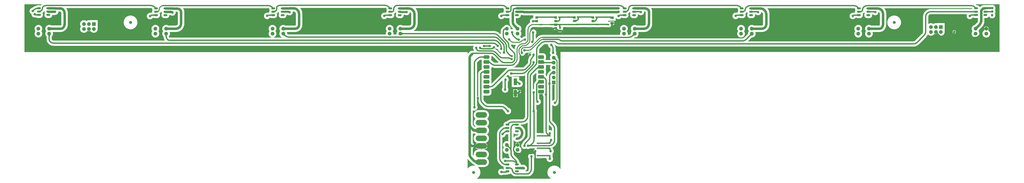
<source format=gtl>
G04 Layer_Physical_Order=1*
G04 Layer_Color=255*
%FSLAX25Y25*%
%MOIN*%
G70*
G01*
G75*
%ADD10C,0.02500*%
%ADD11C,0.02000*%
%ADD12C,0.04000*%
%ADD13C,0.05000*%
%ADD14C,0.03000*%
%ADD15C,0.03500*%
%ADD16C,0.02500*%
%ADD17R,0.06000X0.03000*%
%ADD18R,0.07087X0.13583*%
%ADD19R,0.05512X0.04724*%
%ADD20R,0.03937X0.03937*%
%ADD21R,0.07087X0.05118*%
G04:AMPARAMS|DCode=22|XSize=78.74mil|YSize=43.31mil|CornerRadius=21.66mil|HoleSize=0mil|Usage=FLASHONLY|Rotation=0.000|XOffset=0mil|YOffset=0mil|HoleType=Round|Shape=RoundedRectangle|*
%AMROUNDEDRECTD22*
21,1,0.07874,0.00000,0,0,0.0*
21,1,0.03543,0.04331,0,0,0.0*
1,1,0.04331,0.01772,0.00000*
1,1,0.04331,-0.01772,0.00000*
1,1,0.04331,-0.01772,0.00000*
1,1,0.04331,0.01772,0.00000*
%
%ADD22ROUNDEDRECTD22*%
%ADD23C,0.07480*%
%ADD24R,0.07480X0.07480*%
%ADD25R,0.07480X0.07480*%
%ADD26C,0.06000*%
%ADD27O,0.22800X0.11400*%
G04:AMPARAMS|DCode=28|XSize=74.8mil|YSize=118.11mil|CornerRadius=18.7mil|HoleSize=0mil|Usage=FLASHONLY|Rotation=90.000|XOffset=0mil|YOffset=0mil|HoleType=Round|Shape=RoundedRectangle|*
%AMROUNDEDRECTD28*
21,1,0.07480,0.08071,0,0,90.0*
21,1,0.03740,0.11811,0,0,90.0*
1,1,0.03740,0.04035,0.01870*
1,1,0.03740,0.04035,-0.01870*
1,1,0.03740,-0.04035,-0.01870*
1,1,0.03740,-0.04035,0.01870*
%
%ADD28ROUNDEDRECTD28*%
G04:AMPARAMS|DCode=29|XSize=74.8mil|YSize=118.11mil|CornerRadius=0mil|HoleSize=0mil|Usage=FLASHONLY|Rotation=90.000|XOffset=0mil|YOffset=0mil|HoleType=Round|Shape=Octagon|*
%AMOCTAGOND29*
4,1,8,-0.05905,-0.01870,-0.05905,0.01870,-0.04035,0.03740,0.04035,0.03740,0.05905,0.01870,0.05905,-0.01870,0.04035,-0.03740,-0.04035,-0.03740,-0.05905,-0.01870,0.0*
%
%ADD29OCTAGOND29*%

%ADD30C,0.05000*%
%ADD31C,0.04500*%
G36*
X1065909Y15460D02*
X1065935Y15347D01*
X1065977Y15217D01*
X1066035Y15068D01*
X1066198Y14716D01*
X1066425Y14293D01*
X1066716Y13797D01*
X1064942Y11839D01*
X1064821Y12066D01*
X1064695Y12269D01*
X1064564Y12447D01*
X1064427Y12600D01*
X1064286Y12729D01*
X1064140Y12833D01*
X1063989Y12912D01*
X1063832Y12967D01*
X1063671Y12997D01*
X1063505Y13002D01*
X1065899Y15555D01*
X1065909Y15460D01*
D02*
G37*
G36*
X1027766Y23309D02*
X1027720Y23166D01*
X1027649Y22891D01*
X1027625Y22761D01*
X1027599Y22511D01*
X1027597Y22393D01*
X1027603Y22279D01*
X1027616Y22169D01*
X1027636Y22063D01*
X1024686Y23947D01*
X1024832Y23984D01*
X1024966Y24031D01*
X1025086Y24088D01*
X1025194Y24155D01*
X1025289Y24232D01*
X1025372Y24319D01*
X1025441Y24417D01*
X1025498Y24524D01*
X1025542Y24641D01*
X1025573Y24769D01*
X1027766Y23309D01*
D02*
G37*
G36*
X937615Y11450D02*
X937508Y11545D01*
X937383Y11630D01*
X937240Y11705D01*
X937079Y11770D01*
X936900Y11825D01*
X936703Y11870D01*
X936488Y11905D01*
X936255Y11930D01*
X935735Y11950D01*
Y14450D01*
X936004Y14455D01*
X936488Y14495D01*
X936703Y14530D01*
X936900Y14575D01*
X937079Y14630D01*
X937240Y14695D01*
X937383Y14770D01*
X937508Y14855D01*
X937615Y14950D01*
Y11450D01*
D02*
G37*
G36*
X947951Y8213D02*
X947843Y8215D01*
X947719Y8202D01*
X947577Y8174D01*
X947419Y8130D01*
X947243Y8072D01*
X946840Y7909D01*
X946370Y7685D01*
X946108Y7550D01*
X944433Y9514D01*
X944663Y9625D01*
X944870Y9742D01*
X945055Y9865D01*
X945216Y9995D01*
X945355Y10130D01*
X945471Y10272D01*
X945565Y10420D01*
X945635Y10573D01*
X945683Y10734D01*
X945708Y10899D01*
X947951Y8213D01*
D02*
G37*
G36*
X929492Y14855D02*
X929617Y14770D01*
X929760Y14695D01*
X929921Y14630D01*
X930100Y14575D01*
X930297Y14530D01*
X930512Y14495D01*
X930745Y14470D01*
X931265Y14450D01*
Y11950D01*
X930996Y11945D01*
X930512Y11905D01*
X930297Y11870D01*
X930100Y11825D01*
X929921Y11770D01*
X929760Y11705D01*
X929617Y11630D01*
X929492Y11545D01*
X929385Y11450D01*
Y14950D01*
X929492Y14855D01*
D02*
G37*
G36*
X1018148Y-186513D02*
X1018296Y-186592D01*
X1018454Y-186650D01*
X1018625Y-186688D01*
X1018807Y-186705D01*
X1019001Y-186702D01*
X1019207Y-186678D01*
X1019425Y-186634D01*
X1019654Y-186569D01*
X1019895Y-186483D01*
X1019944Y-187070D01*
X1020065Y-187074D01*
Y-188530D01*
X1020109Y-189056D01*
X1020065Y-189070D01*
Y-189574D01*
X1019796Y-189579D01*
X1019312Y-189619D01*
X1019097Y-189654D01*
X1018900Y-189699D01*
X1018721Y-189754D01*
X1018560Y-189819D01*
X1018417Y-189894D01*
X1018292Y-189979D01*
X1018185Y-190074D01*
Y-188240D01*
X1018013Y-186414D01*
X1018148Y-186513D01*
D02*
G37*
G36*
X1231593Y34509D02*
X1231216Y34500D01*
X1230853Y34466D01*
X1230504Y34407D01*
X1230168Y34322D01*
X1229845Y34213D01*
X1229536Y34078D01*
X1229241Y33917D01*
X1228959Y33732D01*
X1228690Y33521D01*
X1228435Y33285D01*
X1226667Y35053D01*
X1226903Y35309D01*
X1227113Y35577D01*
X1227299Y35859D01*
X1227459Y36155D01*
X1227594Y36464D01*
X1227704Y36787D01*
X1227788Y37123D01*
X1227847Y37472D01*
X1227881Y37835D01*
X1227890Y38211D01*
X1231593Y34509D01*
D02*
G37*
G36*
X1467813D02*
X1467437Y34500D01*
X1467074Y34466D01*
X1466724Y34407D01*
X1466388Y34322D01*
X1466066Y34213D01*
X1465757Y34078D01*
X1465461Y33917D01*
X1465179Y33732D01*
X1464910Y33521D01*
X1464655Y33285D01*
X1462887Y35053D01*
X1463123Y35309D01*
X1463334Y35577D01*
X1463519Y35859D01*
X1463679Y36155D01*
X1463814Y36464D01*
X1463924Y36787D01*
X1464009Y37123D01*
X1464068Y37472D01*
X1464102Y37835D01*
X1464111Y38211D01*
X1467813Y34509D01*
D02*
G37*
G36*
X53258Y35349D02*
X53026Y35068D01*
X52820Y34779D01*
X52643Y34482D01*
X52492Y34176D01*
X52369Y33862D01*
X52273Y33540D01*
X52205Y33209D01*
X52164Y32870D01*
X52150Y32523D01*
X49650D01*
X49636Y32870D01*
X49595Y33209D01*
X49527Y33540D01*
X49431Y33862D01*
X49308Y34176D01*
X49158Y34482D01*
X48980Y34779D01*
X48774Y35068D01*
X48542Y35349D01*
X48282Y35621D01*
X53518D01*
X53258Y35349D01*
D02*
G37*
G36*
X977520Y-187114D02*
X977554Y-187477D01*
X977614Y-187826D01*
X977698Y-188162D01*
X977808Y-188485D01*
X977943Y-188794D01*
X978103Y-189090D01*
X978288Y-189372D01*
X978499Y-189640D01*
X978735Y-189895D01*
X976967Y-191663D01*
X976712Y-191427D01*
X976443Y-191217D01*
X976161Y-191031D01*
X975865Y-190871D01*
X975556Y-190736D01*
X975234Y-190627D01*
X974898Y-190542D01*
X974548Y-190483D01*
X974185Y-190449D01*
X973809Y-190440D01*
X977511Y-186737D01*
X977520Y-187114D01*
D02*
G37*
G36*
X1056012Y-194688D02*
X1055987Y-194643D01*
X1055912Y-194602D01*
X1055787Y-194567D01*
X1055612Y-194536D01*
X1055387Y-194509D01*
X1054787Y-194471D01*
X1053512Y-194450D01*
Y-191950D01*
X1053987Y-191948D01*
X1055787Y-191833D01*
X1055912Y-191798D01*
X1055987Y-191757D01*
X1056012Y-191712D01*
Y-194688D01*
D02*
G37*
G36*
X951671Y8369D02*
X952800Y7766D01*
X954026Y7394D01*
X955300Y7269D01*
X955886Y7326D01*
X955994Y6226D01*
X956366Y5001D01*
X956969Y3871D01*
X957782Y2882D01*
X958771Y2069D01*
X959900Y1466D01*
X961126Y1094D01*
X961671Y1040D01*
X961569Y0D01*
X961694Y-1274D01*
X962066Y-2499D01*
X962261Y-2866D01*
X961856Y-3167D01*
X954673Y4015D01*
X954675Y4017D01*
X952849Y5576D01*
X950803Y6830D01*
X949983Y7169D01*
X950029Y7692D01*
X950696Y8204D01*
X950932Y8511D01*
X951429Y8568D01*
X951671Y8369D01*
D02*
G37*
G36*
X1022610Y632D02*
X1022726Y-15D01*
X1022269Y-571D01*
X1021982Y-1108D01*
X1021214Y-790D01*
X1020800Y-736D01*
Y-4200D01*
X1020300D01*
Y-4700D01*
X1018279D01*
X1020269Y-6700D01*
X1020082Y-6706D01*
X1019891Y-6728D01*
X1019697Y-6767D01*
X1019499Y-6822D01*
X1019299Y-6894D01*
X1019095Y-6982D01*
X1018887Y-7087D01*
X1018677Y-7208D01*
X1018578Y-7275D01*
X1019386Y-7610D01*
X1019728Y-7655D01*
X1019908Y-8122D01*
X1019220Y-8927D01*
X1018142Y-10686D01*
X1017353Y-12591D01*
X1016871Y-14597D01*
X1016812Y-15349D01*
X1016745Y-15860D01*
X1016762Y-15989D01*
X1016717Y-16562D01*
X1016705Y-16653D01*
Y-20200D01*
X1016714Y-20272D01*
X1016616Y-20766D01*
X1016336Y-21185D01*
X1016278Y-21229D01*
X1008183Y-29324D01*
X1007085Y-29779D01*
X1005994Y-29923D01*
X1005858Y-29905D01*
X988837D01*
X988739Y-29414D01*
X988849Y-29369D01*
X990720Y-28222D01*
X992388Y-26797D01*
X992390Y-26799D01*
X993231Y-25702D01*
X993303Y-25529D01*
X995137Y-23695D01*
X995139Y-23697D01*
X996673Y-21902D01*
X997906Y-19889D01*
X998810Y-17707D01*
X999361Y-15412D01*
X999546Y-13058D01*
X999543D01*
Y-5534D01*
X1000043Y-5297D01*
X1000571Y-5731D01*
X1001700Y-6334D01*
X1002926Y-6706D01*
X1004200Y-6831D01*
X1005474Y-6706D01*
X1006699Y-6334D01*
X1007829Y-5731D01*
X1008818Y-4918D01*
X1009631Y-3929D01*
X1010234Y-2799D01*
X1010585Y-1642D01*
X1011600Y-1334D01*
X1012729Y-731D01*
X1013201Y-343D01*
X1017158D01*
Y-346D01*
X1019512Y-161D01*
X1021807Y390D01*
X1022520Y685D01*
X1022610Y632D01*
D02*
G37*
G36*
X1011480Y-184953D02*
X1011369Y-185182D01*
X1011281Y-185401D01*
X1011215Y-185611D01*
X1011172Y-185812D01*
X1011152Y-186003D01*
X1011155Y-186184D01*
X1011180Y-186356D01*
X1011229Y-186519D01*
X1011300Y-186672D01*
X1011393Y-186816D01*
X1007931Y-186301D01*
X1008006Y-186237D01*
X1008086Y-186149D01*
X1008170Y-186037D01*
X1008259Y-185902D01*
X1008451Y-185561D01*
X1008661Y-185126D01*
X1008890Y-184597D01*
X1011480Y-184953D01*
D02*
G37*
G36*
X1029167Y-6225D02*
X1029092Y-6289D01*
X1029012Y-6377D01*
X1028928Y-6488D01*
X1028839Y-6623D01*
X1028647Y-6963D01*
X1028436Y-7398D01*
X1028205Y-7927D01*
X1025614Y-7568D01*
X1025725Y-7340D01*
X1025815Y-7121D01*
X1025881Y-6911D01*
X1025924Y-6711D01*
X1025945Y-6520D01*
X1025943Y-6339D01*
X1025918Y-6166D01*
X1025870Y-6004D01*
X1025799Y-5851D01*
X1025705Y-5707D01*
X1029167Y-6225D01*
D02*
G37*
G36*
X908942Y-2450D02*
X908562Y-2467D01*
X908195Y-2517D01*
X907843Y-2600D01*
X907506Y-2717D01*
X907183Y-2867D01*
X906875Y-3050D01*
X906581Y-3267D01*
X906301Y-3517D01*
X906036Y-3801D01*
X905785Y-4118D01*
X904731Y-337D01*
X908942Y50D01*
Y-2450D01*
D02*
G37*
G36*
X1004147Y2795D02*
X1004204Y2703D01*
X1004277Y2611D01*
X1004367Y2519D01*
X1004474Y2427D01*
X1004597Y2335D01*
X1004738Y2243D01*
X1005068Y2058D01*
X1005259Y1965D01*
X1001957Y804D01*
X1002039Y980D01*
X1002165Y1311D01*
X1002209Y1467D01*
X1002240Y1615D01*
X1002259Y1757D01*
X1002266Y1892D01*
X1002259Y2021D01*
X1002240Y2142D01*
X1002209Y2257D01*
X1004107Y2886D01*
X1004147Y2795D01*
D02*
G37*
G36*
X922205Y9761D02*
X922271Y9603D01*
X922359Y9458D01*
X922471Y9327D01*
X922605Y9209D01*
X922762Y9105D01*
X922942Y9015D01*
X923144Y8938D01*
X923370Y8874D01*
X923618Y8825D01*
X922086Y6628D01*
X921789Y6720D01*
X920505Y7039D01*
X920374Y7053D01*
X920266Y7056D01*
X920182Y7047D01*
X922162Y9933D01*
X922205Y9761D01*
D02*
G37*
G36*
X983492Y16390D02*
X985788Y15839D01*
X986755Y15763D01*
X986837Y15729D01*
X988142Y15557D01*
X991836D01*
X992116Y15057D01*
X991094Y13389D01*
X990190Y11208D01*
X989639Y8912D01*
X989482Y6914D01*
X988965Y6724D01*
X983873Y11816D01*
X983519Y12169D01*
X983207Y12540D01*
X982998Y12811D01*
X982681Y13578D01*
X982584Y14315D01*
X982595Y14400D01*
Y16312D01*
X983011Y16590D01*
X983492Y16390D01*
D02*
G37*
G36*
X1011038Y6307D02*
X1011201Y6180D01*
X1011375Y6067D01*
X1011559Y5970D01*
X1011754Y5887D01*
X1011960Y5820D01*
X1012177Y5768D01*
X1012404Y5730D01*
X1012642Y5708D01*
X1012891Y5700D01*
Y3700D01*
X1012642Y3692D01*
X1012404Y3670D01*
X1012177Y3633D01*
X1011960Y3580D01*
X1011754Y3512D01*
X1011559Y3430D01*
X1011375Y3333D01*
X1011201Y3220D01*
X1011038Y3093D01*
X1010885Y2950D01*
Y6450D01*
X1011038Y6307D01*
D02*
G37*
G36*
X969650Y3461D02*
X969654Y3191D01*
X969714Y2487D01*
X969750Y2288D01*
X969795Y2107D01*
X969847Y1944D01*
X969907Y1799D01*
X969975Y1672D01*
X970052Y1562D01*
X966577Y1983D01*
X966686Y2080D01*
X966783Y2197D01*
X966869Y2332D01*
X966944Y2487D01*
X967007Y2660D01*
X967058Y2853D01*
X967098Y3064D01*
X967127Y3295D01*
X967144Y3544D01*
X967150Y3813D01*
X969650Y3461D01*
D02*
G37*
G36*
X1068355Y3196D02*
X1068395Y2712D01*
X1068430Y2497D01*
X1068475Y2300D01*
X1068530Y2121D01*
X1068595Y1960D01*
X1068670Y1817D01*
X1068755Y1692D01*
X1068850Y1585D01*
X1065350D01*
X1065445Y1692D01*
X1065530Y1817D01*
X1065605Y1960D01*
X1065670Y2121D01*
X1065725Y2300D01*
X1065770Y2497D01*
X1065805Y2712D01*
X1065830Y2945D01*
X1065850Y3465D01*
X1068350D01*
X1068355Y3196D01*
D02*
G37*
G36*
X288039Y34725D02*
X288031Y34682D01*
X288023Y34613D01*
X288011Y34396D01*
X287998Y33394D01*
X285498D01*
X285448Y34742D01*
X288049D01*
X288039Y34725D01*
D02*
G37*
G36*
X53615Y50888D02*
X53702Y50868D01*
X53832Y50850D01*
X54218Y50822D01*
X55926Y50792D01*
Y45792D01*
X53571Y45674D01*
Y50910D01*
X53615Y50888D01*
D02*
G37*
G36*
X1024955Y-211992D02*
X1024870Y-212117D01*
X1024795Y-212260D01*
X1024730Y-212421D01*
X1024675Y-212600D01*
X1024630Y-212797D01*
X1024595Y-213012D01*
X1024570Y-213245D01*
X1024550Y-213765D01*
X1022050D01*
X1022045Y-213496D01*
X1022005Y-213012D01*
X1021970Y-212797D01*
X1021925Y-212600D01*
X1021870Y-212421D01*
X1021805Y-212260D01*
X1021730Y-212117D01*
X1021645Y-211992D01*
X1021550Y-211885D01*
X1025050D01*
X1024955Y-211992D01*
D02*
G37*
G36*
X1706787Y50845D02*
X1706873Y50824D01*
X1707003Y50807D01*
X1707389Y50778D01*
X1709097Y50749D01*
Y45749D01*
X1706742Y45631D01*
Y50867D01*
X1706787Y50845D01*
D02*
G37*
G36*
X1234346D02*
X1234432Y50824D01*
X1234562Y50807D01*
X1234948Y50778D01*
X1236656Y50749D01*
Y45749D01*
X1234301Y45631D01*
Y50867D01*
X1234346Y50845D01*
D02*
G37*
G36*
X1470566D02*
X1470653Y50824D01*
X1470782Y50807D01*
X1471168Y50778D01*
X1472877Y50749D01*
Y45749D01*
X1470522Y45631D01*
Y50867D01*
X1470566Y50845D01*
D02*
G37*
G36*
X972392Y-217345D02*
X972517Y-217430D01*
X972660Y-217505D01*
X972821Y-217570D01*
X973000Y-217625D01*
X973197Y-217670D01*
X973412Y-217705D01*
X973645Y-217730D01*
X974165Y-217750D01*
Y-220250D01*
X973896Y-220255D01*
X973412Y-220295D01*
X973197Y-220330D01*
X973000Y-220375D01*
X972821Y-220430D01*
X972660Y-220495D01*
X972517Y-220570D01*
X972392Y-220655D01*
X972285Y-220750D01*
Y-217250D01*
X972392Y-217345D01*
D02*
G37*
G36*
X972292Y-228388D02*
X972148Y-228291D01*
X971966Y-228192D01*
X971746Y-228090D01*
X971193Y-227881D01*
X970489Y-227664D01*
X969149Y-227321D01*
X969204Y-224710D01*
X969572Y-224784D01*
X969939Y-224835D01*
X970304Y-224864D01*
X970668Y-224868D01*
X971030Y-224850D01*
X971391Y-224808D01*
X971749Y-224743D01*
X972106Y-224655D01*
X972462Y-224543D01*
X972816Y-224409D01*
X972292Y-228388D01*
D02*
G37*
G36*
X895482Y-215524D02*
X896908Y-217150D01*
X896910Y-217147D01*
X902953Y-223189D01*
X902950Y-223192D01*
X904012Y-224124D01*
X904067Y-224193D01*
X904215Y-224302D01*
X904576Y-224618D01*
X906044Y-225599D01*
X908731Y-227413D01*
X909176Y-227744D01*
X909610Y-228273D01*
X909349Y-228724D01*
X908772Y-228586D01*
X906600Y-228415D01*
X904428Y-228586D01*
X902309Y-229094D01*
X900296Y-229928D01*
X898438Y-231066D01*
X896782Y-232482D01*
X895366Y-234138D01*
X895181Y-234441D01*
X894700Y-234305D01*
Y-215215D01*
X895179Y-215070D01*
X895482Y-215524D01*
D02*
G37*
G36*
X1924322Y50035D02*
X1922740Y48286D01*
X1919037Y51989D01*
X1919085Y52004D01*
X1919160Y52052D01*
X1919264Y52130D01*
X1919557Y52383D01*
X1920786Y53570D01*
X1924322Y50035D01*
D02*
G37*
G36*
X909973Y-217201D02*
X911054Y-217760D01*
X911501Y-217920D01*
X911885Y-218002D01*
X912207Y-218004D01*
X912467Y-217927D01*
X912664Y-217770D01*
X912799Y-217535D01*
X912871Y-217220D01*
X911984Y-224854D01*
X911896Y-224757D01*
X911713Y-224603D01*
X911066Y-224121D01*
X906864Y-221286D01*
X909339Y-216803D01*
X909973Y-217201D01*
D02*
G37*
G36*
X995388Y51989D02*
X991685Y48286D01*
X991670Y48333D01*
X991623Y48409D01*
X991544Y48513D01*
X991291Y48806D01*
X990104Y50035D01*
X993639Y53570D01*
X995388Y51989D01*
D02*
G37*
G36*
X1040013Y-191757D02*
X1040088Y-191798D01*
X1040213Y-191833D01*
X1040388Y-191864D01*
X1040613Y-191891D01*
X1041213Y-191929D01*
X1042488Y-191950D01*
Y-194450D01*
X1042013Y-194452D01*
X1040213Y-194567D01*
X1040088Y-194602D01*
X1040013Y-194643D01*
X1039988Y-194688D01*
Y-191712D01*
X1040013Y-191757D01*
D02*
G37*
G36*
X1061988Y-194688D02*
X1061947Y-194711D01*
X1061936Y-194779D01*
X1061956Y-194893D01*
X1062007Y-195053D01*
X1062088Y-195258D01*
X1062204Y-195510D01*
X1062391Y-195479D01*
X1062528Y-195754D01*
X1063188Y-196897D01*
X1063271Y-197002D01*
X1063347Y-197083D01*
X1063416Y-197139D01*
X1059968Y-197743D01*
X1060060Y-197594D01*
X1060127Y-197437D01*
X1060170Y-197273D01*
X1060187Y-197101D01*
X1060179Y-196922D01*
X1060158Y-196797D01*
X1060148Y-196780D01*
X1059581Y-195950D01*
X1059297Y-195613D01*
X1059013Y-195327D01*
X1058728Y-195093D01*
X1058444Y-194911D01*
X1058159Y-194781D01*
X1057874Y-194703D01*
X1057588Y-194676D01*
X1061988Y-194688D01*
D02*
G37*
G36*
X1028555Y38708D02*
X1028470Y38583D01*
X1028395Y38440D01*
X1028330Y38279D01*
X1028275Y38100D01*
X1028230Y37903D01*
X1028195Y37688D01*
X1028170Y37455D01*
X1028150Y36935D01*
X1025650D01*
X1025645Y37204D01*
X1025605Y37688D01*
X1025570Y37903D01*
X1025525Y38100D01*
X1025470Y38279D01*
X1025405Y38440D01*
X1025330Y38583D01*
X1025245Y38708D01*
X1025150Y38815D01*
X1028650D01*
X1028555Y38708D01*
D02*
G37*
G36*
X526620Y37344D02*
X526626Y37132D01*
X526664Y36913D01*
X526731Y36689D01*
X526829Y36458D01*
X526957Y36222D01*
X527115Y35979D01*
X527304Y35730D01*
X527523Y35474D01*
X527773Y35213D01*
X526005Y33445D01*
X525743Y33694D01*
X525488Y33913D01*
X525239Y34102D01*
X524996Y34261D01*
X524759Y34389D01*
X524529Y34486D01*
X524304Y34554D01*
X524086Y34591D01*
X523874Y34598D01*
X523668Y34574D01*
X526643Y37550D01*
X526620Y37344D01*
D02*
G37*
G36*
X762133Y40607D02*
X762413Y40374D01*
X762702Y40169D01*
X763000Y39991D01*
X763305Y39841D01*
X763619Y39718D01*
X763941Y39622D01*
X764272Y39553D01*
X764611Y39513D01*
X764958Y39499D01*
Y36999D01*
X764611Y36985D01*
X764272Y36944D01*
X763941Y36876D01*
X763619Y36780D01*
X763305Y36657D01*
X763000Y36506D01*
X762702Y36328D01*
X762413Y36123D01*
X762133Y35891D01*
X761860Y35631D01*
Y40867D01*
X762133Y40607D01*
D02*
G37*
G36*
X1056012Y-209688D02*
X1055987Y-209643D01*
X1055912Y-209602D01*
X1055787Y-209567D01*
X1055612Y-209536D01*
X1055387Y-209509D01*
X1054787Y-209471D01*
X1053512Y-209450D01*
Y-206950D01*
X1053987Y-206948D01*
X1055787Y-206833D01*
X1055912Y-206798D01*
X1055987Y-206757D01*
X1056012Y-206712D01*
Y-209688D01*
D02*
G37*
G36*
X525684Y50845D02*
X525771Y50824D01*
X525900Y50807D01*
X526286Y50778D01*
X527995Y50749D01*
Y45749D01*
X525640Y45631D01*
Y50867D01*
X525684Y50845D01*
D02*
G37*
G36*
X761905D02*
X761991Y50824D01*
X762121Y50807D01*
X762507Y50778D01*
X764215Y50749D01*
Y45749D01*
X761860Y45631D01*
Y50867D01*
X761905Y50845D01*
D02*
G37*
G36*
X289464D02*
X289550Y50824D01*
X289680Y50807D01*
X290066Y50778D01*
X291774Y50749D01*
Y45749D01*
X289419Y45631D01*
Y50867D01*
X289464Y50845D01*
D02*
G37*
G36*
X1040013Y-206757D02*
X1040088Y-206798D01*
X1040213Y-206833D01*
X1040388Y-206864D01*
X1040613Y-206891D01*
X1041213Y-206929D01*
X1042488Y-206950D01*
Y-209450D01*
X1042013Y-209452D01*
X1040213Y-209567D01*
X1040088Y-209602D01*
X1040013Y-209643D01*
X1039988Y-209688D01*
Y-206712D01*
X1040013Y-206757D01*
D02*
G37*
G36*
X1061988Y-209688D02*
X1061859Y-209709D01*
X1061753Y-209773D01*
X1061671Y-209880D01*
X1061612Y-210029D01*
X1061577Y-210221D01*
X1061565Y-210456D01*
X1061576Y-210733D01*
X1061611Y-211053D01*
X1061750Y-211821D01*
X1059250D01*
X1059151Y-211414D01*
X1059042Y-211050D01*
X1058923Y-210728D01*
X1058794Y-210450D01*
X1058654Y-210214D01*
X1058504Y-210021D01*
X1058343Y-209870D01*
X1058172Y-209763D01*
X1057991Y-209698D01*
X1057800Y-209676D01*
X1061988Y-209688D01*
D02*
G37*
G36*
X1035299Y-95649D02*
X1035359Y-95875D01*
X1035433Y-96079D01*
X1035521Y-96259D01*
X1035623Y-96417D01*
X1035739Y-96552D01*
X1035869Y-96664D01*
X1036013Y-96754D01*
X1036171Y-96820D01*
X1036344Y-96864D01*
X1033449Y-98832D01*
X1033458Y-98750D01*
X1033455Y-98643D01*
X1033442Y-98513D01*
X1033418Y-98359D01*
X1033337Y-97978D01*
X1033133Y-97225D01*
X1033043Y-96926D01*
X1035254Y-95400D01*
X1035299Y-95649D01*
D02*
G37*
G36*
X1069000Y-64940D02*
X1070157D01*
Y-93674D01*
X1070175Y-93810D01*
X1070023Y-94966D01*
X1069891Y-95284D01*
X1069626Y-95310D01*
X1068400Y-95681D01*
X1067271Y-96285D01*
X1066282Y-97097D01*
X1065795Y-97690D01*
X1065295Y-97511D01*
Y-66496D01*
X1065331Y-66453D01*
X1065934Y-65324D01*
X1066051Y-64940D01*
X1068000D01*
Y-60200D01*
X1069000D01*
Y-64940D01*
D02*
G37*
G36*
X1074254Y-99920D02*
X1074104Y-100145D01*
X1073847Y-100580D01*
X1073739Y-100789D01*
X1073566Y-101193D01*
X1073501Y-101388D01*
X1073450Y-101576D01*
X1073413Y-101760D01*
X1073390Y-101939D01*
X1071173Y-99231D01*
X1071392Y-99243D01*
X1071601Y-99232D01*
X1071801Y-99197D01*
X1071991Y-99138D01*
X1072172Y-99055D01*
X1072343Y-98948D01*
X1072504Y-98817D01*
X1072656Y-98663D01*
X1072798Y-98484D01*
X1072931Y-98282D01*
X1074254Y-99920D01*
D02*
G37*
G36*
X909655Y-107449D02*
X909695Y-107933D01*
X909730Y-108148D01*
X909775Y-108345D01*
X909830Y-108524D01*
X909895Y-108685D01*
X909970Y-108828D01*
X910055Y-108953D01*
X910150Y-109060D01*
X906650D01*
X906745Y-108953D01*
X906830Y-108828D01*
X906905Y-108685D01*
X906970Y-108524D01*
X907025Y-108345D01*
X907070Y-108148D01*
X907105Y-107933D01*
X907130Y-107700D01*
X907150Y-107180D01*
X909650D01*
X909655Y-107449D01*
D02*
G37*
G36*
X1043400Y-83865D02*
X1046091D01*
X1046427Y-84235D01*
X1046369Y-84824D01*
X1046494Y-86099D01*
X1046866Y-87324D01*
X1047469Y-88453D01*
X1047705Y-88740D01*
Y-158058D01*
X1047703D01*
X1047891Y-160451D01*
X1048360Y-162405D01*
X1047968Y-162905D01*
X1044000D01*
Y-162700D01*
X1040208D01*
X1040063Y-162678D01*
X1040025Y-162682D01*
X1039988Y-162678D01*
X1039817Y-162700D01*
X1033999D01*
Y-121458D01*
X1034019Y-120816D01*
X1034028Y-120711D01*
X1034034Y-120700D01*
X1034406Y-119474D01*
X1034531Y-118200D01*
X1034406Y-116926D01*
X1034034Y-115700D01*
X1033431Y-114571D01*
X1033295Y-114406D01*
Y-105849D01*
X1033795Y-105478D01*
X1034626Y-105730D01*
X1035900Y-105856D01*
X1037174Y-105730D01*
X1038400Y-105359D01*
X1039529Y-104755D01*
X1040518Y-103943D01*
X1041331Y-102953D01*
X1041934Y-101824D01*
X1042306Y-100599D01*
X1042432Y-99324D01*
X1042306Y-98050D01*
X1041934Y-96825D01*
X1041331Y-95696D01*
X1040518Y-94706D01*
X1039529Y-93894D01*
X1039240Y-93739D01*
Y-83865D01*
X1042400D01*
Y-79100D01*
X1043400D01*
Y-83865D01*
D02*
G37*
G36*
X988834Y-164143D02*
X989905Y-164715D01*
X991067Y-165068D01*
X992276Y-165187D01*
X995819D01*
X997028Y-165068D01*
X997136Y-165035D01*
X997435Y-165466D01*
X997190Y-165786D01*
X997153Y-165817D01*
X996221Y-166749D01*
X996197Y-166777D01*
X995574Y-167255D01*
X994815Y-167570D01*
X994036Y-167672D01*
X994000Y-167669D01*
X992726Y-167794D01*
X991500Y-168166D01*
X990371Y-168769D01*
X989382Y-169582D01*
X988569Y-170571D01*
X988214Y-171236D01*
X987554Y-171416D01*
X987495Y-171381D01*
Y-163604D01*
X987995Y-163454D01*
X988834Y-164143D01*
D02*
G37*
G36*
X972821Y-165164D02*
X973001Y-165180D01*
X973190Y-165173D01*
X973378Y-165198D01*
X973464Y-165187D01*
X976905D01*
Y-179046D01*
X976405Y-179410D01*
X975289Y-179072D01*
X973771Y-178922D01*
X972254Y-179072D01*
X970795Y-179514D01*
X969450Y-180233D01*
X968272Y-181200D01*
X967305Y-182379D01*
X966586Y-183724D01*
X966143Y-185183D01*
X965994Y-186700D01*
X966143Y-188217D01*
X966586Y-189676D01*
X967305Y-191021D01*
X967862Y-191700D01*
X967305Y-192379D01*
X966586Y-193724D01*
X966143Y-195183D01*
X965994Y-196700D01*
X966143Y-198217D01*
X966586Y-199676D01*
X967305Y-201021D01*
X968272Y-202200D01*
X969450Y-203167D01*
X970795Y-203886D01*
X972254Y-204328D01*
X973771Y-204478D01*
X975289Y-204328D01*
X976505Y-203959D01*
X976956Y-204228D01*
X977007Y-204314D01*
X977191Y-206651D01*
X977752Y-208985D01*
X978670Y-211203D01*
X979897Y-213205D01*
X979831Y-213456D01*
X979716Y-213705D01*
X974294D01*
X974129Y-213569D01*
X972999Y-212966D01*
X971774Y-212594D01*
X970500Y-212469D01*
X969226Y-212594D01*
X968001Y-212966D01*
X966871Y-213569D01*
X965882Y-214382D01*
X965398Y-214971D01*
X964821Y-214885D01*
X964821Y-214885D01*
X964677Y-213794D01*
X964695Y-213658D01*
Y-171678D01*
X965066Y-171343D01*
X965200Y-171356D01*
X966474Y-171230D01*
X967700Y-170859D01*
X968829Y-170255D01*
X969818Y-169443D01*
X970631Y-168453D01*
X971234Y-167324D01*
X971606Y-166099D01*
X971627Y-165886D01*
X971867Y-165647D01*
X971949Y-165539D01*
X972219Y-165332D01*
X972287Y-165300D01*
X972418Y-165247D01*
X972528Y-165210D01*
X972618Y-165186D01*
X972689Y-165172D01*
X972744Y-165165D01*
X972787Y-165163D01*
X972821Y-165164D01*
D02*
G37*
G36*
X1061989Y-181724D02*
X1062026Y-181725D01*
X1062068Y-181729D01*
X1062101Y-181736D01*
X1062127Y-181744D01*
X1062145Y-181756D01*
X1062155Y-181770D01*
X1062157Y-181787D01*
X1062151Y-181806D01*
X1062138Y-181827D01*
X1062116Y-181852D01*
X1061989Y-181724D01*
X1061977Y-181724D01*
X1059000D01*
X1058961Y-181708D01*
X1058960Y-181658D01*
X1058999Y-181576D01*
X1059076Y-181462D01*
X1059191Y-181314D01*
X1059538Y-180920D01*
X1060348Y-180084D01*
X1061989Y-181724D01*
D02*
G37*
G36*
X1029655Y-82092D02*
X1029570Y-82217D01*
X1029495Y-82360D01*
X1029430Y-82521D01*
X1029375Y-82700D01*
X1029330Y-82897D01*
X1029295Y-83112D01*
X1029270Y-83345D01*
X1029250Y-83865D01*
X1026750D01*
X1026745Y-83596D01*
X1026705Y-83112D01*
X1026670Y-82897D01*
X1026625Y-82700D01*
X1026570Y-82521D01*
X1026505Y-82360D01*
X1026430Y-82217D01*
X1026345Y-82092D01*
X1026250Y-81985D01*
X1029750D01*
X1029655Y-82092D01*
D02*
G37*
G36*
X1040013Y-166757D02*
X1040088Y-166798D01*
X1040213Y-166833D01*
X1040388Y-166864D01*
X1040613Y-166891D01*
X1041213Y-166929D01*
X1042488Y-166950D01*
Y-169450D01*
X1042013Y-169452D01*
X1040213Y-169567D01*
X1040088Y-169602D01*
X1040013Y-169643D01*
X1039988Y-169688D01*
Y-166712D01*
X1040013Y-166757D01*
D02*
G37*
G36*
X1054250Y-81220D02*
X1054255Y-81489D01*
X1054292Y-81975D01*
X1054325Y-82190D01*
X1054368Y-82388D01*
X1054419Y-82568D01*
X1054480Y-82731D01*
X1054551Y-82875D01*
X1054631Y-83002D01*
X1054720Y-83110D01*
X1053040Y-84824D01*
X1054720Y-86538D01*
X1054631Y-86647D01*
X1054551Y-86774D01*
X1054480Y-86918D01*
X1054419Y-87080D01*
X1054368Y-87260D01*
X1054325Y-87458D01*
X1054292Y-87674D01*
X1054255Y-88159D01*
X1054250Y-88428D01*
X1051750Y-88544D01*
X1051729Y-88025D01*
X1051702Y-87793D01*
X1051666Y-87579D01*
X1051618Y-87383D01*
X1051560Y-87206D01*
X1051492Y-87046D01*
X1051413Y-86906D01*
X1051323Y-86783D01*
X1051223Y-86678D01*
X1053040Y-84824D01*
X1051223Y-82970D01*
X1051323Y-82866D01*
X1051413Y-82743D01*
X1051492Y-82602D01*
X1051560Y-82443D01*
X1051618Y-82266D01*
X1051666Y-82070D01*
X1051702Y-81856D01*
X1051729Y-81624D01*
X1051750Y-81105D01*
X1054250Y-81220D01*
D02*
G37*
G36*
X1063327Y-150515D02*
X1063436Y-150599D01*
X1064106Y-151472D01*
X1064579Y-152615D01*
X1064723Y-153706D01*
X1064705Y-153842D01*
Y-157657D01*
X1064253Y-157871D01*
X1064129Y-157769D01*
X1063000Y-157166D01*
X1061774Y-156794D01*
X1060500Y-156669D01*
X1059226Y-156794D01*
X1058697Y-156955D01*
X1058295Y-156657D01*
Y-146137D01*
X1058757Y-145946D01*
X1063327Y-150515D01*
D02*
G37*
G36*
X972816Y-154396D02*
X972449Y-154255D01*
X972082Y-154137D01*
X971716Y-154041D01*
X971351Y-153967D01*
X970987Y-153916D01*
X970623Y-153888D01*
X970260Y-153882D01*
X969898Y-153898D01*
X969536Y-153937D01*
X969175Y-153998D01*
X969149Y-151401D01*
X969634Y-151300D01*
X971491Y-150803D01*
X971748Y-150706D01*
X971968Y-150609D01*
X972149Y-150513D01*
X972292Y-150417D01*
X972816Y-154396D01*
D02*
G37*
G36*
X973378Y-161163D02*
X973049Y-161133D01*
X972717Y-161126D01*
X972383Y-161144D01*
X972046Y-161187D01*
X971706Y-161254D01*
X971364Y-161345D01*
X971019Y-161461D01*
X970671Y-161601D01*
X970321Y-161766D01*
X969968Y-161955D01*
X969049Y-159551D01*
X969490Y-159298D01*
X971355Y-158077D01*
X971448Y-157981D01*
X971497Y-157905D01*
X973378Y-161163D01*
D02*
G37*
G36*
X1061669Y-164984D02*
X1061576Y-165667D01*
X1061565Y-165944D01*
X1061577Y-166179D01*
X1061612Y-166371D01*
X1061671Y-166520D01*
X1061753Y-166627D01*
X1061859Y-166691D01*
X1061988Y-166712D01*
X1059970Y-166718D01*
X1060224Y-166769D01*
X1060462Y-166772D01*
X1060678Y-166724D01*
X1056024Y-168378D01*
X1056198Y-168289D01*
X1056312Y-168167D01*
X1056365Y-168013D01*
X1056358Y-167825D01*
X1056291Y-167605D01*
X1056162Y-167352D01*
X1056012Y-167124D01*
Y-169688D01*
X1055987Y-169643D01*
X1055912Y-169602D01*
X1055787Y-169567D01*
X1055612Y-169536D01*
X1055387Y-169509D01*
X1054787Y-169471D01*
X1053512Y-169450D01*
Y-166950D01*
X1053987Y-166948D01*
X1055787Y-166833D01*
X1055791Y-166832D01*
X1055725Y-166748D01*
X1055415Y-166397D01*
X1055045Y-166013D01*
X1057512Y-164944D01*
X1057930Y-165348D01*
X1058697Y-166005D01*
X1058742Y-166037D01*
X1058794Y-165950D01*
X1058923Y-165672D01*
X1059042Y-165350D01*
X1059151Y-164986D01*
X1059250Y-164579D01*
X1061750D01*
X1061669Y-164984D01*
D02*
G37*
G36*
X968676Y-163117D02*
X968489Y-163310D01*
X968175Y-163681D01*
X968048Y-163857D01*
X967940Y-164029D01*
X967853Y-164194D01*
X967785Y-164354D01*
X967737Y-164508D01*
X967708Y-164656D01*
X967700Y-164799D01*
X965225Y-162325D01*
X965368Y-162316D01*
X965516Y-162288D01*
X965670Y-162240D01*
X965830Y-162172D01*
X965996Y-162084D01*
X966167Y-161977D01*
X966344Y-161849D01*
X966526Y-161702D01*
X966908Y-161349D01*
X968676Y-163117D01*
D02*
G37*
G36*
X901135Y-143950D02*
X901241Y-144906D01*
X901418Y-145833D01*
X901666Y-146730D01*
X901984Y-147598D01*
X902373Y-148437D01*
X902832Y-149247D01*
X903363Y-150027D01*
X903964Y-150778D01*
X904636Y-151500D01*
X898600Y-149000D01*
X896100D01*
X901100Y-142964D01*
X901135Y-143950D01*
D02*
G37*
G36*
X974486Y-114911D02*
X974856Y-115225D01*
X975033Y-115352D01*
X975204Y-115460D01*
X975370Y-115547D01*
X975529Y-115615D01*
X975684Y-115663D01*
X975832Y-115692D01*
X975975Y-115700D01*
X973500Y-118175D01*
X973492Y-118032D01*
X973463Y-117884D01*
X973415Y-117729D01*
X973347Y-117570D01*
X973260Y-117404D01*
X973152Y-117233D01*
X973025Y-117056D01*
X972878Y-116874D01*
X972525Y-116492D01*
X974292Y-114725D01*
X974486Y-114911D01*
D02*
G37*
G36*
X1029255Y-114804D02*
X1029295Y-115288D01*
X1029330Y-115503D01*
X1029375Y-115700D01*
X1029430Y-115879D01*
X1029495Y-116040D01*
X1029570Y-116183D01*
X1029655Y-116308D01*
X1029750Y-116415D01*
X1026250D01*
X1026345Y-116308D01*
X1026430Y-116183D01*
X1026505Y-116040D01*
X1026570Y-115879D01*
X1026625Y-115700D01*
X1026670Y-115503D01*
X1026705Y-115288D01*
X1026730Y-115055D01*
X1026750Y-114535D01*
X1029250D01*
X1029255Y-114804D01*
D02*
G37*
G36*
X1030138Y-119521D02*
X1030099Y-119659D01*
X1030065Y-119833D01*
X1030035Y-120045D01*
X1029990Y-120581D01*
X1029956Y-121664D01*
X1029953Y-122099D01*
X1027453Y-122140D01*
X1027447Y-121871D01*
X1027428Y-121623D01*
X1027397Y-121397D01*
X1027353Y-121191D01*
X1027296Y-121007D01*
X1027226Y-120844D01*
X1027145Y-120703D01*
X1027050Y-120583D01*
X1026943Y-120484D01*
X1026823Y-120406D01*
X1030182Y-119421D01*
X1030138Y-119521D01*
D02*
G37*
G36*
X991190Y-147486D02*
X991010Y-147367D01*
X990800Y-147259D01*
X990559Y-147165D01*
X990288Y-147083D01*
X989986Y-147013D01*
X989654Y-146956D01*
X988898Y-146881D01*
X988475Y-146862D01*
X988021Y-146855D01*
Y-144355D01*
X988475Y-144349D01*
X989654Y-144255D01*
X989986Y-144198D01*
X990288Y-144128D01*
X990559Y-144046D01*
X990800Y-143951D01*
X991010Y-143844D01*
X991190Y-143724D01*
Y-147486D01*
D02*
G37*
G36*
X1015705Y-141649D02*
Y-169058D01*
X1015723Y-169194D01*
X1015579Y-170285D01*
X1015106Y-171428D01*
X1014436Y-172301D01*
X1014327Y-172385D01*
X1008148Y-178564D01*
X1008116Y-178605D01*
X1006743Y-180212D01*
X1005612Y-182059D01*
X1005307Y-182796D01*
X1005187Y-182996D01*
X1004992Y-183447D01*
X1004922Y-183590D01*
X1004782Y-183706D01*
X1003969Y-184696D01*
X1003366Y-185825D01*
X1002994Y-187050D01*
X1002868Y-188324D01*
X1002994Y-189599D01*
X1003366Y-190824D01*
X1003969Y-191953D01*
X1004782Y-192943D01*
X1005771Y-193755D01*
X1006901Y-194359D01*
X1008126Y-194730D01*
X1009400Y-194856D01*
X1010674Y-194730D01*
X1011899Y-194359D01*
X1012900Y-193824D01*
X1013900Y-194359D01*
X1015126Y-194730D01*
X1016400Y-194856D01*
X1017674Y-194730D01*
X1018900Y-194359D01*
X1020029Y-193755D01*
X1020194Y-193620D01*
X1030000D01*
Y-195909D01*
X1029435Y-196143D01*
X1028704Y-196704D01*
X1028143Y-197435D01*
X1027790Y-198286D01*
X1027736Y-198700D01*
X1030000D01*
Y-198700D01*
X1031200D01*
Y-199700D01*
X1027736D01*
X1027790Y-200114D01*
X1028143Y-200965D01*
X1028704Y-201696D01*
X1029435Y-202257D01*
X1029648Y-202346D01*
X1030000Y-202700D01*
Y-208073D01*
X1029500Y-208147D01*
X1029334Y-207600D01*
X1028731Y-206471D01*
X1027918Y-205482D01*
X1026929Y-204669D01*
X1025799Y-204066D01*
X1024574Y-203694D01*
X1023300Y-203569D01*
X1022026Y-203694D01*
X1020800Y-204066D01*
X1019671Y-204669D01*
X1018682Y-205482D01*
X1017869Y-206471D01*
X1017266Y-207600D01*
X1016894Y-208826D01*
X1016768Y-210100D01*
X1016894Y-211374D01*
X1017266Y-212599D01*
X1017869Y-213729D01*
X1018005Y-213894D01*
Y-235558D01*
X1018023Y-235694D01*
X1017879Y-236785D01*
X1017406Y-237928D01*
X1016736Y-238801D01*
X1016627Y-238885D01*
X1015507Y-240005D01*
X1011187D01*
X1011062Y-239505D01*
X1011529Y-239255D01*
X1012518Y-238443D01*
X1013331Y-237453D01*
X1013934Y-236324D01*
X1014306Y-235099D01*
X1014431Y-233824D01*
X1014306Y-232550D01*
X1013934Y-231325D01*
X1013331Y-230196D01*
X1012518Y-229206D01*
X1012526Y-229199D01*
X1011211Y-228120D01*
X1009712Y-227319D01*
X1008085Y-226825D01*
X1006393Y-226658D01*
Y-226669D01*
X1002161D01*
X1002014Y-226507D01*
X1001895Y-225298D01*
X1001543Y-224136D01*
X1000970Y-223065D01*
X1000200Y-222126D01*
X999261Y-221356D01*
X998992Y-221212D01*
X998596Y-219563D01*
X997677Y-217345D01*
X996423Y-215298D01*
X994864Y-213473D01*
X994863Y-213474D01*
X988973Y-207585D01*
X988864Y-207501D01*
X988194Y-206628D01*
X987721Y-205485D01*
X987577Y-204394D01*
X987595Y-204258D01*
Y-199274D01*
X988095Y-199200D01*
X988240Y-199676D01*
X988959Y-201021D01*
X989926Y-202200D01*
X991104Y-203167D01*
X992449Y-203886D01*
X993908Y-204328D01*
X995425Y-204478D01*
X996943Y-204328D01*
X998402Y-203886D01*
X999746Y-203167D01*
X1000925Y-202200D01*
X1001892Y-201021D01*
X1002611Y-199676D01*
X1003054Y-198217D01*
X1003203Y-196700D01*
X1003054Y-195183D01*
X1002611Y-193724D01*
X1001892Y-192379D01*
X1000925Y-191200D01*
X999746Y-190233D01*
X999337Y-190015D01*
X999232Y-189526D01*
X999566Y-189091D01*
X1000044Y-187937D01*
X1000141Y-187200D01*
X995425D01*
X990710D01*
X990807Y-187937D01*
X991285Y-189091D01*
X991619Y-189526D01*
X991513Y-190015D01*
X991104Y-190233D01*
X989926Y-191200D01*
X988959Y-192379D01*
X988240Y-193724D01*
X987995Y-194530D01*
X987495Y-194456D01*
Y-177019D01*
X987554Y-176984D01*
X988214Y-177164D01*
X988569Y-177829D01*
X989382Y-178818D01*
X990371Y-179631D01*
X991500Y-180234D01*
X992726Y-180606D01*
X994000Y-180731D01*
Y-180735D01*
X996115Y-180596D01*
X998195Y-180183D01*
X1000202Y-179501D01*
X1002103Y-178563D01*
X1003866Y-177386D01*
X1005460Y-175988D01*
X1005457Y-175986D01*
X1006390Y-175054D01*
X1006392Y-175056D01*
X1007014Y-174348D01*
X1007067Y-174304D01*
X1007282Y-174041D01*
X1007493Y-173802D01*
X1007818Y-173430D01*
X1009020Y-171632D01*
X1009977Y-169692D01*
X1010672Y-167644D01*
X1011094Y-165522D01*
X1011235Y-163364D01*
X1011232D01*
Y-161759D01*
X1011235D01*
X1011094Y-159601D01*
X1010672Y-157480D01*
X1009977Y-155431D01*
X1009020Y-153491D01*
X1007818Y-151693D01*
X1007113Y-150889D01*
X1006782Y-150485D01*
X1006700Y-150418D01*
X1006392Y-150067D01*
X1006390Y-150070D01*
X1006390Y-150070D01*
X1005743Y-149423D01*
X1005392Y-149068D01*
X1005392Y-149068D01*
X1004047Y-147919D01*
X1002537Y-146994D01*
X1001903Y-146731D01*
X1002014Y-145605D01*
X1002114Y-145495D01*
X1004858D01*
Y-145497D01*
X1007251Y-145309D01*
X1009585Y-144748D01*
X1011803Y-143830D01*
X1013849Y-142576D01*
X1015205Y-141418D01*
X1015705Y-141649D01*
D02*
G37*
G36*
X1056012Y-184688D02*
X1055987Y-184643D01*
X1055912Y-184602D01*
X1055787Y-184567D01*
X1055612Y-184536D01*
X1055387Y-184510D01*
X1054787Y-184471D01*
X1053512Y-184450D01*
Y-181950D01*
X1053987Y-181948D01*
X1055787Y-181833D01*
X1055912Y-181798D01*
X1055987Y-181757D01*
X1056012Y-181712D01*
Y-184688D01*
D02*
G37*
G36*
X1065829Y-22818D02*
X1065557Y-22558D01*
X1065276Y-22326D01*
X1064987Y-22120D01*
X1064690Y-21942D01*
X1064384Y-21792D01*
X1064070Y-21669D01*
X1063748Y-21573D01*
X1063417Y-21505D01*
X1063078Y-21464D01*
X1062731Y-21450D01*
Y-18950D01*
X1063078Y-18936D01*
X1063417Y-18895D01*
X1063748Y-18827D01*
X1064070Y-18731D01*
X1064384Y-18608D01*
X1064690Y-18458D01*
X1064987Y-18280D01*
X1065276Y-18074D01*
X1065557Y-17842D01*
X1065829Y-17582D01*
Y-22818D01*
D02*
G37*
G36*
X1048781Y-17937D02*
X1048823Y-18150D01*
X1048925Y-18338D01*
X1049086Y-18500D01*
X1049308Y-18638D01*
X1049589Y-18750D01*
X1049930Y-18837D01*
X1050330Y-18900D01*
X1050790Y-18937D01*
X1051310Y-18950D01*
X1051247Y-21450D01*
X1050874Y-21461D01*
X1050509Y-21496D01*
X1050152Y-21553D01*
X1049803Y-21633D01*
X1049461Y-21736D01*
X1049128Y-21861D01*
X1048802Y-22010D01*
X1048485Y-22182D01*
X1048175Y-22376D01*
X1047873Y-22593D01*
X1048798Y-17700D01*
X1048781Y-17937D01*
D02*
G37*
G36*
X1029459Y-21469D02*
X1029433Y-21523D01*
X1028777Y-23089D01*
X1025882Y-23242D01*
X1026019Y-23019D01*
X1026128Y-22807D01*
X1026210Y-22607D01*
X1026264Y-22419D01*
X1026291Y-22241D01*
X1026290Y-22075D01*
X1026262Y-21921D01*
X1026206Y-21778D01*
X1026122Y-21646D01*
X1026011Y-21526D01*
X1029472Y-21447D01*
X1029459Y-21469D01*
D02*
G37*
G36*
X1066428Y-43314D02*
X1066105Y-43120D01*
X1065790Y-42972D01*
X1065482Y-42870D01*
X1065181Y-42814D01*
X1064887Y-42804D01*
X1064600Y-42840D01*
X1064321Y-42922D01*
X1064049Y-43051D01*
X1063783Y-43225D01*
X1063525Y-43445D01*
X1062867Y-40753D01*
X1063188Y-40517D01*
X1064047Y-39793D01*
X1064298Y-39547D01*
X1064746Y-39049D01*
X1064944Y-38797D01*
X1065287Y-38286D01*
X1066428Y-43314D01*
D02*
G37*
G36*
X1037802Y-32481D02*
X1037743Y-32270D01*
X1037637Y-32116D01*
X1037482Y-32017D01*
X1037279Y-31976D01*
X1037029Y-31991D01*
X1036730Y-32062D01*
X1036383Y-32190D01*
X1035989Y-32374D01*
X1035546Y-32615D01*
X1035055Y-32912D01*
X1034800Y-29877D01*
X1035255Y-29575D01*
X1036010Y-28987D01*
X1036310Y-28700D01*
X1036558Y-28419D01*
X1036754Y-28142D01*
X1036899Y-27871D01*
X1036992Y-27605D01*
X1037033Y-27344D01*
X1037022Y-27088D01*
X1037802Y-32481D01*
D02*
G37*
G36*
X938819Y-17662D02*
X938882Y-17763D01*
X938989Y-17886D01*
X939138Y-18031D01*
X939330Y-18198D01*
X939843Y-18598D01*
X940932Y-19365D01*
X939187Y-21155D01*
X939107Y-21105D01*
X939036Y-21067D01*
X938973Y-21043D01*
X938918Y-21031D01*
X938871Y-21032D01*
X938833Y-21046D01*
X938803Y-21073D01*
X938782Y-21113D01*
X938768Y-21165D01*
X938764Y-21231D01*
X938798Y-17583D01*
X938819Y-17662D01*
D02*
G37*
G36*
X981878Y-10813D02*
X982648Y-11141D01*
X982796Y-11187D01*
X982927Y-11219D01*
X983040Y-11236D01*
X983135Y-11239D01*
X983213Y-11228D01*
X981617Y-13944D01*
X981580Y-13835D01*
X981525Y-13727D01*
X981450Y-13619D01*
X981357Y-13511D01*
X981245Y-13404D01*
X981114Y-13297D01*
X980964Y-13189D01*
X980795Y-13082D01*
X980401Y-12869D01*
X981641Y-10695D01*
X981878Y-10813D01*
D02*
G37*
G36*
X927651Y-11592D02*
X927620Y-11356D01*
X927526Y-11145D01*
X927368Y-10958D01*
X927148Y-10797D01*
X926865Y-10660D01*
X926519Y-10549D01*
X926111Y-10462D01*
X925639Y-10400D01*
X925104Y-10362D01*
X924507Y-10350D01*
Y-7850D01*
X925104Y-7838D01*
X926111Y-7738D01*
X926519Y-7651D01*
X926865Y-7540D01*
X927148Y-7403D01*
X927368Y-7242D01*
X927526Y-7055D01*
X927620Y-6844D01*
X927651Y-6609D01*
Y-11592D01*
D02*
G37*
G36*
X1050642Y16905D02*
X1056540D01*
X1056958Y16405D01*
X1056868Y15500D01*
X1056994Y14226D01*
X1057366Y13001D01*
X1057969Y11871D01*
X1058782Y10882D01*
X1059771Y10069D01*
X1060900Y9466D01*
X1061658Y9236D01*
X1061679Y9185D01*
X1061823Y8094D01*
X1061805Y7958D01*
Y3594D01*
X1061669Y3429D01*
X1061066Y2300D01*
X1060694Y1074D01*
X1060569Y-200D01*
X1060694Y-1474D01*
X1061066Y-2699D01*
X1061669Y-3829D01*
X1062482Y-4818D01*
X1062734Y-5025D01*
X1062033Y-5879D01*
X1061314Y-7224D01*
X1060872Y-8683D01*
X1060722Y-10200D01*
X1060872Y-11717D01*
X1061314Y-13176D01*
X1061971Y-14405D01*
X1061773Y-14905D01*
X1052349D01*
X1051919Y-14100D01*
X1052385Y-13227D01*
X1052721Y-12121D01*
X1052834Y-10970D01*
Y-7230D01*
X1052721Y-6079D01*
X1052385Y-4973D01*
X1051840Y-3953D01*
X1051107Y-3059D01*
X1050213Y-2325D01*
X1049193Y-1781D01*
X1048087Y-1445D01*
X1046936Y-1331D01*
X1039240D01*
Y5503D01*
X1039222Y5639D01*
X1039366Y6730D01*
X1039839Y7873D01*
X1040509Y8746D01*
X1040618Y8830D01*
X1047315Y15527D01*
X1047399Y15636D01*
X1048272Y16305D01*
X1049415Y16779D01*
X1050506Y16923D01*
X1050642Y16905D01*
D02*
G37*
G36*
X944365Y-7095D02*
X945238Y-7764D01*
X945321Y-7873D01*
X957291Y-19843D01*
X957100Y-20305D01*
X949799D01*
X949663Y-20323D01*
X948572Y-20179D01*
X947429Y-19705D01*
X946556Y-19036D01*
X946472Y-18927D01*
X945285Y-17740D01*
X945285Y-17739D01*
X945285D01*
X944487Y-17127D01*
X944505Y-17100D01*
X943899Y-16636D01*
X943815Y-16527D01*
X943802Y-16517D01*
X943268Y-16079D01*
X943254Y-16065D01*
X943241Y-16056D01*
X942539Y-15480D01*
X942385Y-14973D01*
X941840Y-13953D01*
X941833Y-13943D01*
X942806Y-12970D01*
Y-6945D01*
X942990Y-6784D01*
X943306Y-6656D01*
X944365Y-7095D01*
D02*
G37*
G36*
X1072247Y-10679D02*
X1072277Y-11098D01*
X1072330Y-11494D01*
X1072406Y-11867D01*
X1072504Y-12218D01*
X1072626Y-12546D01*
X1072771Y-12850D01*
X1072938Y-13133D01*
X1073129Y-13392D01*
X1073342Y-13628D01*
X1071928Y-15042D01*
X1071692Y-14829D01*
X1071432Y-14638D01*
X1071150Y-14471D01*
X1070846Y-14326D01*
X1070518Y-14204D01*
X1070167Y-14106D01*
X1069794Y-14030D01*
X1069398Y-13977D01*
X1068979Y-13947D01*
X1068537Y-13940D01*
X1072240Y-10237D01*
X1072247Y-10679D01*
D02*
G37*
G36*
X1061250Y-59220D02*
X1061255Y-59490D01*
X1061292Y-59975D01*
X1061325Y-60190D01*
X1061368Y-60388D01*
X1061419Y-60568D01*
X1061480Y-60731D01*
X1061551Y-60875D01*
X1061631Y-61002D01*
X1061720Y-61110D01*
X1060040Y-62824D01*
X1061720Y-64538D01*
X1061631Y-64647D01*
X1061551Y-64774D01*
X1061480Y-64918D01*
X1061419Y-65080D01*
X1061368Y-65260D01*
X1061325Y-65458D01*
X1061292Y-65674D01*
X1061255Y-66159D01*
X1061250Y-66429D01*
X1058750Y-66544D01*
X1058729Y-66025D01*
X1058702Y-65793D01*
X1058666Y-65579D01*
X1058618Y-65383D01*
X1058560Y-65206D01*
X1058492Y-65047D01*
X1058413Y-64906D01*
X1058323Y-64783D01*
X1058223Y-64678D01*
X1060040Y-62824D01*
X1058223Y-60970D01*
X1058323Y-60866D01*
X1058413Y-60743D01*
X1058492Y-60602D01*
X1058560Y-60443D01*
X1058618Y-60265D01*
X1058666Y-60070D01*
X1058702Y-59856D01*
X1058729Y-59624D01*
X1058750Y-59105D01*
X1061250Y-59220D01*
D02*
G37*
G36*
X994742Y-57042D02*
X994811Y-57302D01*
X994926Y-57559D01*
X995086Y-57812D01*
X995293Y-58063D01*
X995545Y-58310D01*
X995843Y-58555D01*
X996187Y-58796D01*
X996577Y-59034D01*
X997012Y-59268D01*
X996968Y-60167D01*
X997528Y-59588D01*
X997773Y-59746D01*
X998606Y-60207D01*
X998777Y-60280D01*
X998934Y-60336D01*
X999075Y-60375D01*
X999202Y-60397D01*
X999314Y-60401D01*
X996900Y-62936D01*
X996887Y-62769D01*
X996850Y-62605D01*
X996792Y-62445D01*
X996710Y-62288D01*
X996607Y-62136D01*
X996521Y-62034D01*
X996460Y-62005D01*
X996094Y-61857D01*
X995772Y-61757D01*
X995493Y-61703D01*
X995256Y-61697D01*
X995063Y-61738D01*
X994913Y-61827D01*
X994805Y-61962D01*
X994741Y-62145D01*
X994719Y-62375D01*
Y-56779D01*
X994742Y-57042D01*
D02*
G37*
G36*
X971755Y-71304D02*
X971795Y-71788D01*
X971830Y-72003D01*
X971875Y-72200D01*
X971930Y-72379D01*
X971995Y-72540D01*
X972070Y-72683D01*
X972155Y-72808D01*
X972250Y-72915D01*
X968750D01*
X968845Y-72808D01*
X968930Y-72683D01*
X969005Y-72540D01*
X969070Y-72379D01*
X969125Y-72200D01*
X969170Y-72003D01*
X969205Y-71788D01*
X969230Y-71555D01*
X969250Y-71035D01*
X971750D01*
X971755Y-71304D01*
D02*
G37*
G36*
X1040013Y-181757D02*
X1040088Y-181798D01*
X1040213Y-181833D01*
X1040388Y-181864D01*
X1040613Y-181890D01*
X1041213Y-181929D01*
X1042488Y-181950D01*
Y-184450D01*
X1042013Y-184452D01*
X1040213Y-184567D01*
X1040088Y-184602D01*
X1040013Y-184643D01*
X1039988Y-184688D01*
Y-181712D01*
X1040013Y-181757D01*
D02*
G37*
G36*
X1033008Y-41388D02*
X1033080Y-42121D01*
X1033416Y-43227D01*
X1033882Y-44100D01*
X1033416Y-44973D01*
X1033080Y-46079D01*
X1032967Y-47230D01*
Y-50970D01*
X1033080Y-52121D01*
X1033416Y-53227D01*
X1033882Y-54100D01*
X1033416Y-54973D01*
X1033080Y-56079D01*
X1032967Y-57230D01*
Y-57338D01*
X1032688Y-57606D01*
X1032379Y-57871D01*
X1032280Y-57980D01*
X1031925Y-58283D01*
X1031927Y-58285D01*
X1031801Y-58448D01*
X1030795Y-59626D01*
X1029879Y-61121D01*
X1029208Y-62742D01*
X1028798Y-64447D01*
X1028677Y-65991D01*
X1028650Y-66196D01*
Y-73360D01*
X1028279Y-73696D01*
X1028000Y-73669D01*
X1026795Y-73787D01*
X1026580Y-73716D01*
X1026295Y-73505D01*
Y-49342D01*
X1026277Y-49206D01*
X1026421Y-48115D01*
X1026894Y-46972D01*
X1027564Y-46099D01*
X1027673Y-46015D01*
X1032487Y-41202D01*
X1033008Y-41388D01*
D02*
G37*
G36*
X945072Y-30149D02*
X947406Y-30709D01*
X949799Y-30897D01*
Y-30895D01*
X974922D01*
X975063Y-31395D01*
X973707Y-32227D01*
X972376Y-33364D01*
X972256Y-33456D01*
X943285Y-62427D01*
X943201Y-62536D01*
X943060Y-62644D01*
X942649Y-62359D01*
X942721Y-62121D01*
X942834Y-60970D01*
Y-57230D01*
X942721Y-56079D01*
X942385Y-54973D01*
X941919Y-54100D01*
X942385Y-53227D01*
X942721Y-52121D01*
X942834Y-50970D01*
Y-47230D01*
X942721Y-46079D01*
X942385Y-44973D01*
X941919Y-44100D01*
X942385Y-43227D01*
X942721Y-42121D01*
X942834Y-40970D01*
Y-37230D01*
X942721Y-36079D01*
X942385Y-34973D01*
X941919Y-34100D01*
X942385Y-33227D01*
X942721Y-32121D01*
X942834Y-30970D01*
Y-29763D01*
X943334Y-29429D01*
X945072Y-30149D01*
D02*
G37*
G36*
X1061971Y-25995D02*
X1061314Y-27224D01*
X1060872Y-28683D01*
X1060722Y-30200D01*
X1060872Y-31717D01*
X1061314Y-33176D01*
X1062033Y-34521D01*
X1062590Y-35200D01*
X1062033Y-35879D01*
X1061966Y-36005D01*
X1061935Y-36040D01*
X1061676Y-36426D01*
X1061657Y-36451D01*
X1061385Y-36753D01*
X1061332Y-36805D01*
X1060689Y-37347D01*
X1060510Y-37479D01*
X1060423Y-37532D01*
X1058825Y-38896D01*
X1058781Y-38930D01*
X1058753Y-38967D01*
X1057364Y-40593D01*
X1056224Y-42454D01*
X1055388Y-44471D01*
X1054878Y-46594D01*
X1054783Y-47804D01*
X1054265Y-48019D01*
X1053635Y-47481D01*
X1053422Y-47259D01*
X1053045Y-46957D01*
X1052802Y-46744D01*
X1052787Y-46729D01*
X1052787Y-46725D01*
X1052783Y-46710D01*
X1052721Y-46079D01*
X1052385Y-44973D01*
X1051919Y-44100D01*
X1052385Y-43227D01*
X1052721Y-42121D01*
X1052834Y-40970D01*
Y-37230D01*
X1052721Y-36079D01*
X1052385Y-34973D01*
X1051919Y-34100D01*
X1052385Y-33227D01*
X1052721Y-32121D01*
X1052834Y-30970D01*
Y-27230D01*
X1052721Y-26079D01*
X1052666Y-25897D01*
X1052964Y-25495D01*
X1061773D01*
X1061971Y-25995D01*
D02*
G37*
G36*
X984392Y-40545D02*
X984517Y-40630D01*
X984660Y-40705D01*
X984821Y-40770D01*
X985000Y-40825D01*
X985197Y-40870D01*
X985412Y-40905D01*
X985645Y-40930D01*
X986165Y-40950D01*
Y-43450D01*
X985896Y-43455D01*
X985412Y-43495D01*
X985197Y-43530D01*
X985000Y-43575D01*
X984821Y-43630D01*
X984660Y-43695D01*
X984517Y-43770D01*
X984392Y-43855D01*
X984285Y-43950D01*
Y-40450D01*
X984392Y-40545D01*
D02*
G37*
G36*
X1048769Y-47583D02*
X1048793Y-47852D01*
X1048871Y-48131D01*
X1049001Y-48422D01*
X1049185Y-48725D01*
X1049422Y-49039D01*
X1049712Y-49364D01*
X1050055Y-49701D01*
X1050452Y-50049D01*
X1050901Y-50409D01*
X1049945Y-52913D01*
X1049555Y-52629D01*
X1049200Y-52404D01*
X1048880Y-52236D01*
X1048595Y-52127D01*
X1048344Y-52075D01*
X1048129Y-52082D01*
X1047948Y-52146D01*
X1047801Y-52269D01*
X1047690Y-52449D01*
X1047614Y-52688D01*
X1048798Y-47327D01*
X1048769Y-47583D01*
D02*
G37*
G36*
X1037805Y-62484D02*
X1037773Y-62393D01*
X1037720Y-62332D01*
X1037646Y-62300D01*
X1037552Y-62299D01*
X1037437Y-62327D01*
X1037302Y-62384D01*
X1037146Y-62472D01*
X1036969Y-62589D01*
X1036773Y-62736D01*
X1036555Y-62913D01*
X1035001Y-60936D01*
X1035400Y-60595D01*
X1036555Y-59484D01*
X1036733Y-59269D01*
X1036867Y-59080D01*
X1036956Y-58917D01*
X1037002Y-58779D01*
X1037003Y-58667D01*
X1037805Y-62484D01*
D02*
G37*
G36*
X972358Y-56799D02*
X972242Y-56888D01*
X972139Y-56996D01*
X972048Y-57125D01*
X971969Y-57274D01*
X971902Y-57442D01*
X971847Y-57631D01*
X971805Y-57839D01*
X971774Y-58068D01*
X971756Y-58316D01*
X971750Y-58585D01*
X969250Y-57985D01*
X969247Y-57713D01*
X969199Y-57007D01*
X969170Y-56809D01*
X969092Y-56469D01*
X969044Y-56327D01*
X968989Y-56204D01*
X968928Y-56099D01*
X972358Y-56799D01*
D02*
G37*
G36*
X1082763Y55299D02*
X1082550Y55224D01*
X1082362Y55098D01*
X1082200Y54922D01*
X1082063Y54696D01*
X1081950Y54420D01*
X1081863Y54093D01*
X1081823Y53854D01*
X1081859Y53631D01*
X1081943Y53306D01*
X1082052Y53031D01*
X1082184Y52806D01*
X1082341Y52631D01*
X1082522Y52506D01*
X1082727Y52431D01*
X1082957Y52406D01*
X1079043D01*
X1079083Y52431D01*
X1079118Y52506D01*
X1079149Y52631D01*
X1079176Y52806D01*
X1079217Y53306D01*
X1079222Y53471D01*
X1079200Y53716D01*
X1079138Y54093D01*
X1079050Y54420D01*
X1078938Y54696D01*
X1078800Y54922D01*
X1078638Y55098D01*
X1078450Y55224D01*
X1078238Y55299D01*
X1078000Y55324D01*
X1083000D01*
X1082763Y55299D01*
D02*
G37*
G36*
X1674973Y74487D02*
X1674827Y74454D01*
X1674692Y74408D01*
X1674569Y74348D01*
X1674459Y74276D01*
X1674360Y74191D01*
X1674274Y74093D01*
X1674199Y73982D01*
X1674137Y73858D01*
X1674087Y73721D01*
X1674049Y73572D01*
X1672153Y76514D01*
X1672256Y76495D01*
X1672367Y76484D01*
X1672484Y76482D01*
X1672609Y76487D01*
X1672740Y76500D01*
X1673025Y76551D01*
X1673177Y76588D01*
X1673503Y76686D01*
X1674973Y74487D01*
D02*
G37*
G36*
X1911414Y74770D02*
X1911166Y74718D01*
X1910941Y74652D01*
X1910739Y74573D01*
X1910560Y74481D01*
X1910403Y74375D01*
X1910270Y74257D01*
X1910159Y74125D01*
X1910071Y73980D01*
X1910006Y73821D01*
X1909963Y73650D01*
X1907975Y76530D01*
X1908060Y76522D01*
X1908169Y76524D01*
X1908301Y76539D01*
X1908456Y76564D01*
X1908836Y76650D01*
X1909582Y76863D01*
X1909877Y76957D01*
X1911414Y74770D01*
D02*
G37*
G36*
X1202473Y74487D02*
X1202327Y74454D01*
X1202192Y74408D01*
X1202069Y74348D01*
X1201959Y74276D01*
X1201860Y74191D01*
X1201774Y74093D01*
X1201699Y73982D01*
X1201637Y73858D01*
X1201587Y73721D01*
X1201549Y73572D01*
X1199653Y76514D01*
X1199756Y76495D01*
X1199867Y76484D01*
X1199984Y76482D01*
X1200109Y76487D01*
X1200240Y76500D01*
X1200525Y76551D01*
X1200677Y76588D01*
X1201003Y76686D01*
X1202473Y74487D01*
D02*
G37*
G36*
X258214Y74471D02*
X257966Y74418D01*
X257741Y74352D01*
X257539Y74273D01*
X257360Y74181D01*
X257203Y74076D01*
X257069Y73957D01*
X256959Y73825D01*
X256871Y73680D01*
X256806Y73521D01*
X256764Y73350D01*
X254775Y76230D01*
X254860Y76222D01*
X254969Y76224D01*
X255100Y76239D01*
X255256Y76264D01*
X255636Y76350D01*
X256382Y76564D01*
X256677Y76657D01*
X258214Y74471D01*
D02*
G37*
G36*
X966273Y74487D02*
X966127Y74454D01*
X965992Y74408D01*
X965869Y74348D01*
X965759Y74276D01*
X965660Y74191D01*
X965574Y74093D01*
X965499Y73982D01*
X965437Y73858D01*
X965387Y73721D01*
X965349Y73572D01*
X963453Y76514D01*
X963556Y76495D01*
X963667Y76484D01*
X963784Y76482D01*
X963909Y76487D01*
X964040Y76500D01*
X964324Y76551D01*
X964477Y76588D01*
X964804Y76686D01*
X966273Y74487D01*
D02*
G37*
G36*
X493547Y74464D02*
X493461Y74439D01*
X493381Y74401D01*
X493306Y74351D01*
X493237Y74287D01*
X493173Y74211D01*
X493116Y74122D01*
X493064Y74021D01*
X493017Y73906D01*
X492977Y73779D01*
X492942Y73639D01*
X491085Y76606D01*
X491194Y76583D01*
X491408Y76555D01*
X491512Y76550D01*
X491615Y76551D01*
X491717Y76558D01*
X491818Y76571D01*
X491917Y76591D01*
X492014Y76616D01*
X492110Y76648D01*
X493547Y74464D01*
D02*
G37*
G36*
X760840Y84276D02*
X761065Y84182D01*
X761343Y84098D01*
X761675Y84026D01*
X762059Y83965D01*
X762988Y83876D01*
X764130Y83831D01*
X764781Y83826D01*
X765199Y80326D01*
X760145Y80403D01*
X760669Y84382D01*
X760840Y84276D01*
D02*
G37*
G36*
X524009Y84580D02*
X524170Y84563D01*
X524716Y84536D01*
X528161Y84501D01*
Y80501D01*
X523924Y80403D01*
Y84599D01*
X524009Y84580D01*
D02*
G37*
G36*
X27493Y74288D02*
X27313Y74408D01*
X27103Y74515D01*
X26862Y74610D01*
X26591Y74692D01*
X26289Y74761D01*
X25957Y74818D01*
X25201Y74894D01*
X24778Y74913D01*
X24323Y74919D01*
Y75001D01*
X22400Y75163D01*
X24188Y78019D01*
X24223Y77905D01*
X24284Y77803D01*
X24372Y77713D01*
X24486Y77635D01*
X24627Y77569D01*
X24793Y77515D01*
X24986Y77473D01*
X25129Y77454D01*
X25957Y77520D01*
X26289Y77577D01*
X26591Y77646D01*
X26862Y77728D01*
X27103Y77823D01*
X27313Y77930D01*
X27493Y78050D01*
Y74288D01*
D02*
G37*
G36*
X729747Y74464D02*
X729661Y74439D01*
X729581Y74401D01*
X729506Y74351D01*
X729437Y74287D01*
X729373Y74211D01*
X729316Y74122D01*
X729264Y74021D01*
X729217Y73906D01*
X729177Y73779D01*
X729142Y73639D01*
X727285Y76606D01*
X727394Y76583D01*
X727608Y76555D01*
X727712Y76550D01*
X727815Y76551D01*
X727917Y76558D01*
X728018Y76571D01*
X728117Y76591D01*
X728214Y76616D01*
X728310Y76648D01*
X729747Y74464D01*
D02*
G37*
G36*
X1438347D02*
X1438261Y74439D01*
X1438181Y74401D01*
X1438106Y74351D01*
X1438037Y74287D01*
X1437973Y74211D01*
X1437916Y74122D01*
X1437864Y74021D01*
X1437817Y73906D01*
X1437777Y73779D01*
X1437742Y73639D01*
X1435885Y76606D01*
X1435994Y76583D01*
X1436208Y76555D01*
X1436312Y76550D01*
X1436415Y76551D01*
X1436517Y76558D01*
X1436618Y76571D01*
X1436717Y76591D01*
X1436814Y76616D01*
X1436910Y76648D01*
X1438347Y74464D01*
D02*
G37*
G36*
X499835Y73927D02*
X499655Y74047D01*
X499445Y74154D01*
X499204Y74249D01*
X498933Y74331D01*
X498632Y74400D01*
X498300Y74457D01*
X497544Y74533D01*
X497120Y74551D01*
X496666Y74558D01*
Y77058D01*
X497120Y77064D01*
X498300Y77159D01*
X498632Y77216D01*
X498933Y77285D01*
X499204Y77367D01*
X499445Y77462D01*
X499655Y77569D01*
X499835Y77689D01*
Y73927D01*
D02*
G37*
G36*
X736056D02*
X735876Y74047D01*
X735666Y74154D01*
X735425Y74249D01*
X735154Y74331D01*
X734852Y74400D01*
X734520Y74457D01*
X733764Y74533D01*
X733341Y74551D01*
X732886Y74558D01*
Y77058D01*
X733341Y77064D01*
X734520Y77159D01*
X734852Y77216D01*
X735154Y77285D01*
X735425Y77367D01*
X735666Y77462D01*
X735876Y77569D01*
X736056Y77689D01*
Y73927D01*
D02*
G37*
G36*
X263615D02*
X263435Y74047D01*
X263225Y74154D01*
X262984Y74249D01*
X262713Y74331D01*
X262411Y74400D01*
X262079Y74457D01*
X261323Y74533D01*
X260900Y74551D01*
X260445Y74558D01*
Y77058D01*
X260900Y77064D01*
X262079Y77159D01*
X262411Y77216D01*
X262713Y77285D01*
X262984Y77367D01*
X263225Y77462D01*
X263435Y77569D01*
X263615Y77689D01*
Y73927D01*
D02*
G37*
G36*
X1107257Y73062D02*
X1107932Y73050D01*
Y70550D01*
X1107467Y70548D01*
X1107264Y70534D01*
X1107268Y69300D01*
X1107242Y69538D01*
X1107166Y69750D01*
X1107041Y69937D01*
X1106864Y70100D01*
X1106638Y70237D01*
X1106362Y70350D01*
X1106036Y70438D01*
X1105961Y70450D01*
X1105708Y70433D01*
X1105586Y70398D01*
X1105512Y70357D01*
X1105488Y70312D01*
Y70515D01*
X1105233Y70538D01*
X1104756Y70550D01*
Y73050D01*
X1105231Y73052D01*
X1105488Y73069D01*
Y73288D01*
X1105512Y73243D01*
X1105586Y73202D01*
X1105708Y73167D01*
X1105879Y73136D01*
X1106099Y73110D01*
X1106104Y73109D01*
X1107031Y73169D01*
X1107156Y73206D01*
X1107231Y73247D01*
X1107256Y73294D01*
X1107257Y73062D01*
D02*
G37*
G36*
X266004Y91378D02*
X263196Y90769D01*
X263180Y90772D01*
X263155Y90786D01*
X263120Y90810D01*
X263076Y90846D01*
X262887Y91018D01*
X262611Y91287D01*
X264379Y93055D01*
X266004Y91378D01*
D02*
G37*
G36*
X972276Y73927D02*
X972096Y74047D01*
X971886Y74154D01*
X971646Y74249D01*
X971374Y74331D01*
X971073Y74400D01*
X970741Y74457D01*
X969985Y74533D01*
X969561Y74551D01*
X969107Y74558D01*
Y77058D01*
X969561Y77064D01*
X970741Y77159D01*
X971073Y77216D01*
X971374Y77285D01*
X971646Y77367D01*
X971886Y77462D01*
X972096Y77569D01*
X972276Y77689D01*
Y73927D01*
D02*
G37*
G36*
X1917158Y74226D02*
X1916978Y74346D01*
X1916768Y74453D01*
X1916527Y74548D01*
X1916256Y74630D01*
X1915955Y74699D01*
X1915622Y74756D01*
X1914866Y74832D01*
X1914443Y74851D01*
X1913989Y74857D01*
Y77357D01*
X1914443Y77363D01*
X1915622Y77458D01*
X1915955Y77515D01*
X1916256Y77584D01*
X1916527Y77666D01*
X1916768Y77761D01*
X1916978Y77868D01*
X1917158Y77988D01*
Y74226D01*
D02*
G37*
G36*
X1252583Y83037D02*
X1253422Y82689D01*
X1253769Y82423D01*
Y58042D01*
X1253773Y57993D01*
X1253661Y57142D01*
X1253314Y56302D01*
X1252791Y55621D01*
X1252753Y55589D01*
X1252738Y55572D01*
X1252183Y55146D01*
X1251515Y54870D01*
X1250821Y54778D01*
X1250799Y54780D01*
X1236742D01*
X1236726Y54783D01*
X1235796Y54799D01*
X1234606Y55434D01*
X1233148Y55877D01*
X1231630Y56026D01*
X1230113Y55877D01*
X1228654Y55434D01*
X1227309Y54716D01*
X1226131Y53748D01*
X1225163Y52570D01*
X1224445Y51225D01*
X1224002Y49766D01*
X1223853Y48249D01*
X1224002Y46731D01*
X1224445Y45272D01*
X1225163Y43928D01*
X1225721Y43249D01*
X1225163Y42570D01*
X1224445Y41225D01*
X1224002Y39766D01*
X1223860Y38330D01*
X1223857Y38306D01*
X1223856Y38287D01*
X1223853Y38249D01*
X1223855Y38225D01*
X1223851Y38071D01*
X1223845Y37998D01*
X1223837Y37953D01*
X1223834Y37941D01*
X1223366Y37473D01*
X1223282Y37364D01*
X1222410Y36694D01*
X1221266Y36221D01*
X1220175Y36077D01*
X1220039Y36095D01*
X1217831D01*
X1217533Y36497D01*
X1217604Y36731D01*
X1217754Y38249D01*
X1217604Y39766D01*
X1217162Y41225D01*
X1216443Y42570D01*
X1215886Y43249D01*
X1216443Y43928D01*
X1217162Y45272D01*
X1217604Y46731D01*
X1217754Y48249D01*
X1217604Y49766D01*
X1217162Y51225D01*
X1216443Y52570D01*
X1215476Y53748D01*
X1214297Y54716D01*
X1212953Y55434D01*
X1211493Y55877D01*
X1209976Y56026D01*
X1208459Y55877D01*
X1207000Y55434D01*
X1205655Y54716D01*
X1204477Y53748D01*
X1203509Y52570D01*
X1202791Y51225D01*
X1202348Y49766D01*
X1202199Y48249D01*
X1202348Y46731D01*
X1202791Y45272D01*
X1203509Y43928D01*
X1204066Y43249D01*
X1203509Y42570D01*
X1202791Y41225D01*
X1202348Y39766D01*
X1202199Y38249D01*
X1202348Y36731D01*
X1202419Y36497D01*
X1202121Y36095D01*
X1046800D01*
X1045430Y35915D01*
X1045059Y35761D01*
X1043786Y35661D01*
X1041490Y35110D01*
X1039309Y34206D01*
X1037296Y32973D01*
X1035500Y31439D01*
X1035502Y31437D01*
X1032657Y28592D01*
X1032195Y28783D01*
Y36806D01*
X1032331Y36971D01*
X1032934Y38100D01*
X1033306Y39326D01*
X1033432Y40600D01*
X1033306Y41874D01*
X1032934Y43099D01*
X1032331Y44229D01*
X1031518Y45218D01*
X1030529Y46031D01*
X1029399Y46634D01*
X1028174Y47006D01*
X1026900Y47131D01*
X1025626Y47006D01*
X1024401Y46634D01*
X1023271Y46031D01*
X1022282Y45218D01*
X1021943Y44806D01*
X1021443Y44985D01*
Y46058D01*
X1021425Y46194D01*
X1021577Y47350D01*
X1022076Y48554D01*
X1022786Y49479D01*
X1022895Y49563D01*
X1023637Y50305D01*
X1023721Y50414D01*
X1024646Y51124D01*
X1025850Y51623D01*
X1027006Y51775D01*
X1027142Y51757D01*
X1035500D01*
Y51300D01*
X1039216D01*
X1039313Y51282D01*
X1039413Y51291D01*
X1039512Y51278D01*
X1039683Y51300D01*
X1045317D01*
X1045488Y51278D01*
X1045587Y51291D01*
X1045687Y51282D01*
X1045784Y51300D01*
X1049500D01*
Y51757D01*
X1057500D01*
Y51300D01*
X1061216D01*
X1061313Y51282D01*
X1061413Y51291D01*
X1061512Y51278D01*
X1061683Y51300D01*
X1065744D01*
Y49981D01*
X1067756D01*
Y50257D01*
X1068138Y50267D01*
X1068480Y50297D01*
X1068782Y50347D01*
X1069044Y50417D01*
X1069265Y50507D01*
X1069446Y50617D01*
X1069587Y50747D01*
X1069688Y50897D01*
X1069748Y51067D01*
X1069768Y51257D01*
Y49757D01*
X1072500D01*
Y49257D01*
X1073000D01*
Y45895D01*
X1075031D01*
Y44481D01*
X1076719D01*
X1076822Y46798D01*
X1077144Y46667D01*
X1078609Y46169D01*
X1078776Y46135D01*
X1078921Y46114D01*
X1079043Y46107D01*
Y42194D01*
X1079020Y42350D01*
X1078950Y42510D01*
X1078832Y42674D01*
X1078668Y42843D01*
X1078456Y43015D01*
X1078198Y43191D01*
X1078032Y43290D01*
Y41182D01*
X1080500D01*
Y44150D01*
X1081500D01*
Y41182D01*
X1083969D01*
Y42804D01*
X1083856Y42787D01*
X1083582Y42724D01*
X1083356Y42646D01*
X1083181Y42554D01*
X1083057Y42448D01*
X1082981Y42328D01*
X1082957Y42194D01*
Y46107D01*
X1082981Y45973D01*
X1083057Y45853D01*
X1083181Y45747D01*
X1083356Y45655D01*
X1083582Y45577D01*
X1083856Y45513D01*
X1084181Y45464D01*
X1084556Y45429D01*
X1085456Y45400D01*
Y44481D01*
X1086969D01*
Y51300D01*
X1087500D01*
Y51505D01*
X1095500D01*
Y51300D01*
X1099292D01*
X1099437Y51278D01*
X1099475Y51282D01*
X1099512Y51278D01*
X1099683Y51300D01*
X1105317D01*
X1105488Y51278D01*
X1105525Y51282D01*
X1105563Y51278D01*
X1105708Y51300D01*
X1109500D01*
Y51505D01*
X1110900D01*
Y51400D01*
X1114679D01*
X1114816Y51379D01*
X1114864Y51384D01*
X1114912Y51377D01*
X1115083Y51400D01*
X1120717D01*
X1120888Y51377D01*
X1120925Y51382D01*
X1120963Y51378D01*
X1121108Y51400D01*
X1124900D01*
Y51605D01*
X1132900D01*
Y51400D01*
X1136692D01*
X1136837Y51378D01*
X1136875Y51382D01*
X1136912Y51377D01*
X1137083Y51400D01*
X1142717D01*
X1142888Y51377D01*
X1142925Y51382D01*
X1142963Y51378D01*
X1143108Y51400D01*
X1146900D01*
Y51605D01*
X1148500D01*
Y51300D01*
X1152341D01*
X1152512Y51278D01*
X1152683Y51300D01*
X1158317D01*
X1158488Y51278D01*
X1158659Y51300D01*
X1162500D01*
Y51605D01*
X1170500D01*
Y51300D01*
X1174341D01*
X1174512Y51278D01*
X1174683Y51300D01*
X1176997D01*
X1177259Y51191D01*
Y51300D01*
X1184500D01*
Y54317D01*
X1184135Y54321D01*
X1184219Y54783D01*
X1184269Y55198D01*
X1184284Y55563D01*
X1184264Y55879D01*
X1184210Y56147D01*
X1184121Y56367D01*
X1183998Y56537D01*
X1183840Y56659D01*
X1183648Y56732D01*
X1183421Y56756D01*
X1185500D01*
Y59291D01*
Y62850D01*
X1181457D01*
Y62300D01*
X1178148D01*
X1178066Y63885D01*
X1178553Y64150D01*
X1193543D01*
Y69812D01*
X1194043Y69991D01*
X1194482Y69457D01*
X1195471Y68645D01*
X1196601Y68041D01*
X1197826Y67670D01*
X1199100Y67544D01*
X1200374Y67670D01*
X1201600Y68041D01*
X1202729Y68645D01*
X1203718Y69457D01*
X1204531Y70447D01*
X1204566Y70512D01*
X1205791D01*
X1205914Y70507D01*
X1206419Y70456D01*
X1206457Y70450D01*
X1206479Y70433D01*
X1206835Y70285D01*
X1207212Y70084D01*
X1208374Y69731D01*
X1209583Y69612D01*
X1213126D01*
X1214334Y69731D01*
X1215497Y70084D01*
X1216568Y70657D01*
X1217506Y71427D01*
X1218277Y72366D01*
X1218849Y73437D01*
X1219202Y74599D01*
X1219321Y75808D01*
X1219202Y77016D01*
X1218849Y78179D01*
X1218447Y78931D01*
X1219108Y79413D01*
X1219293Y79527D01*
X1219468Y79676D01*
X1219698Y79844D01*
X1219869Y80007D01*
X1220062Y80144D01*
X1220175Y80280D01*
X1220624Y80663D01*
X1220744Y80756D01*
X1221846Y81858D01*
X1222367Y81672D01*
X1222404Y81292D01*
X1222757Y80130D01*
X1223278Y79154D01*
X1222757Y78179D01*
X1222404Y77016D01*
X1222285Y75808D01*
X1222404Y74599D01*
X1222757Y73437D01*
X1223329Y72366D01*
X1224100Y71427D01*
X1225039Y70657D01*
X1226110Y70084D01*
X1227272Y69731D01*
X1228481Y69612D01*
X1232024D01*
X1233232Y69731D01*
X1234394Y70084D01*
X1235466Y70657D01*
X1236404Y71427D01*
X1237175Y72366D01*
X1237747Y73437D01*
X1238100Y74599D01*
X1238219Y75808D01*
X1238131Y76705D01*
X1238523Y77205D01*
X1239766D01*
X1240571Y76545D01*
X1241700Y75941D01*
X1242926Y75570D01*
X1244200Y75444D01*
X1245474Y75570D01*
X1246700Y75941D01*
X1247829Y76545D01*
X1248818Y77357D01*
X1249631Y78347D01*
X1250234Y79476D01*
X1250606Y80701D01*
X1250731Y81976D01*
X1250653Y82774D01*
X1250989Y83144D01*
X1251682D01*
X1251731Y83149D01*
X1252583Y83037D01*
D02*
G37*
G36*
X1680938Y73927D02*
X1680758Y74047D01*
X1680548Y74154D01*
X1680307Y74249D01*
X1680036Y74331D01*
X1679734Y74400D01*
X1679402Y74457D01*
X1678646Y74533D01*
X1678222Y74551D01*
X1677768Y74558D01*
Y77058D01*
X1678222Y77064D01*
X1679402Y77159D01*
X1679734Y77216D01*
X1680036Y77285D01*
X1680307Y77367D01*
X1680548Y77462D01*
X1680758Y77569D01*
X1680938Y77689D01*
Y73927D01*
D02*
G37*
G36*
X1208497D02*
X1208317Y74047D01*
X1208107Y74154D01*
X1207866Y74249D01*
X1207595Y74331D01*
X1207293Y74400D01*
X1206961Y74457D01*
X1206205Y74533D01*
X1205781Y74551D01*
X1205327Y74558D01*
Y77058D01*
X1205781Y77064D01*
X1206961Y77159D01*
X1207293Y77216D01*
X1207595Y77285D01*
X1207866Y77367D01*
X1208107Y77462D01*
X1208317Y77569D01*
X1208497Y77689D01*
Y73927D01*
D02*
G37*
G36*
X1444717D02*
X1444537Y74047D01*
X1444327Y74154D01*
X1444086Y74249D01*
X1443815Y74331D01*
X1443514Y74400D01*
X1443181Y74457D01*
X1442426Y74533D01*
X1442002Y74551D01*
X1441548Y74558D01*
Y77058D01*
X1442002Y77064D01*
X1443181Y77159D01*
X1443514Y77216D01*
X1443815Y77285D01*
X1444086Y77367D01*
X1444327Y77462D01*
X1444537Y77569D01*
X1444717Y77689D01*
Y73927D01*
D02*
G37*
G36*
X966012Y89979D02*
X967156Y89505D01*
X967195Y89476D01*
X967167Y89194D01*
X967286Y87985D01*
X967638Y86823D01*
X968160Y85847D01*
X967638Y84872D01*
X967286Y83709D01*
X967167Y82501D01*
X967255Y81603D01*
X967120Y81212D01*
X966830Y81072D01*
X965330Y80954D01*
X963645Y80550D01*
X963641Y80549D01*
X963636Y80548D01*
X963621Y80544D01*
X963614Y80541D01*
X963603Y80538D01*
X962900Y80607D01*
X961626Y80482D01*
X960400Y80110D01*
X959271Y79506D01*
X958282Y78694D01*
X957469Y77704D01*
X956866Y76575D01*
X956494Y75350D01*
X956369Y74076D01*
X956494Y72801D01*
X956866Y71576D01*
X957469Y70447D01*
X958282Y69457D01*
X959271Y68645D01*
X960400Y68041D01*
X961626Y67670D01*
X962900Y67544D01*
X964174Y67670D01*
X965399Y68041D01*
X966529Y68645D01*
X967518Y69457D01*
X968331Y70447D01*
X968366Y70512D01*
X969571D01*
X969693Y70507D01*
X970199Y70456D01*
X970236Y70450D01*
X970259Y70433D01*
X970615Y70285D01*
X970991Y70084D01*
X972153Y69731D01*
X973362Y69612D01*
X976905D01*
X978114Y69731D01*
X978767Y69930D01*
X979169Y69632D01*
Y61916D01*
X979294Y60642D01*
X979371Y60387D01*
X979406Y59858D01*
X979828Y57737D01*
X980523Y55689D01*
X981480Y53749D01*
X982682Y51950D01*
X984108Y50324D01*
X984111Y50327D01*
X986829Y47609D01*
X986564Y47166D01*
X985774Y47406D01*
X984500Y47532D01*
X983226Y47406D01*
X982001Y47034D01*
X981928Y46995D01*
X981457Y47311D01*
X981549Y48249D01*
X981400Y49766D01*
X980957Y51225D01*
X980238Y52570D01*
X979271Y53748D01*
X978092Y54716D01*
X976748Y55434D01*
X975289Y55877D01*
X973771Y56026D01*
X972254Y55877D01*
X970795Y55434D01*
X969450Y54716D01*
X968272Y53748D01*
X967305Y52570D01*
X967229Y52428D01*
X966304Y51934D01*
X964855Y50745D01*
X964856Y50744D01*
X964764Y50624D01*
X963627Y49293D01*
X962633Y47672D01*
X961906Y45916D01*
X961462Y44067D01*
X961325Y42322D01*
X961305Y42172D01*
Y37771D01*
X960805Y37400D01*
X960534Y37454D01*
X958924Y39064D01*
X958926Y39066D01*
X957100Y40624D01*
X955054Y41879D01*
X952836Y42797D01*
X950502Y43358D01*
X948109Y43546D01*
Y43544D01*
X785899D01*
X785747Y44044D01*
X787373Y45130D01*
X788833Y46411D01*
X788999Y46556D01*
X788999D01*
X789192Y46750D01*
X789192Y46750D01*
X790618Y48376D01*
X791820Y50174D01*
X792777Y52114D01*
X793472Y54163D01*
X793894Y56284D01*
X794035Y58442D01*
X794031D01*
Y78358D01*
X794035D01*
X793894Y80516D01*
X793472Y82638D01*
X792777Y84686D01*
X791820Y86626D01*
X790618Y88424D01*
X789583Y89605D01*
X789810Y90105D01*
X964785D01*
X964921Y90123D01*
X966012Y89979D01*
D02*
G37*
G36*
X1217320Y83103D02*
X1215007Y81415D01*
X1213332Y84634D01*
X1213444Y84479D01*
X1213593Y84375D01*
X1213779Y84322D01*
X1214003Y84321D01*
X1214262Y84370D01*
X1214559Y84471D01*
X1214893Y84622D01*
X1215264Y84825D01*
X1215672Y85079D01*
X1216116Y85384D01*
X1217320Y83103D01*
D02*
G37*
G36*
X507614Y85652D02*
X507690Y85702D01*
X508449Y83927D01*
X508694Y83421D01*
X508672Y83405D01*
X508720Y83293D01*
X508295Y82999D01*
X506487Y81602D01*
X506395Y81496D01*
X506345Y81415D01*
X503932Y84661D01*
X504102Y84492D01*
X504112Y84487D01*
X503986Y84661D01*
X504154Y84491D01*
X504367Y84382D01*
X504584Y84342D01*
X504868Y84359D01*
X505209Y84438D01*
X505594Y84580D01*
X506021Y84784D01*
X506491Y85049D01*
X507003Y85377D01*
X507559Y85766D01*
X507614Y85652D01*
D02*
G37*
G36*
X1453524Y82928D02*
X1451227Y81415D01*
X1449647Y84621D01*
X1449758Y84458D01*
X1449907Y84346D01*
X1450091Y84285D01*
X1450313Y84274D01*
X1450572Y84315D01*
X1450867Y84407D01*
X1451199Y84550D01*
X1451568Y84743D01*
X1451974Y84988D01*
X1452416Y85284D01*
X1453524Y82928D01*
D02*
G37*
G36*
X744769Y82076D02*
X744223Y81785D01*
X742213Y80866D01*
X742184Y80896D01*
X742221Y80965D01*
X742067Y84139D01*
X742087Y84029D01*
X742135Y83947D01*
X742210Y83892D01*
X742313Y83865D01*
X742444Y83865D01*
X742603Y83894D01*
X742790Y83950D01*
X743004Y84033D01*
X743246Y84145D01*
X743516Y84284D01*
X744769Y82076D01*
D02*
G37*
G36*
X1689705Y82099D02*
X1689148Y81801D01*
X1687095Y80865D01*
X1687066Y80894D01*
X1687103Y80965D01*
X1686146Y84579D01*
X1686234Y84361D01*
X1686368Y84197D01*
X1686549Y84085D01*
X1686776Y84026D01*
X1687050Y84020D01*
X1687370Y84067D01*
X1687737Y84167D01*
X1688150Y84320D01*
X1688610Y84525D01*
X1689116Y84784D01*
X1689705Y82099D01*
D02*
G37*
G36*
X21375Y85708D02*
X21176Y85505D01*
X20434Y84651D01*
X20387Y84569D01*
X20362Y84503D01*
X20358Y84455D01*
X18355Y86458D01*
X18403Y86462D01*
X18469Y86487D01*
X18551Y86534D01*
X18651Y86603D01*
X18767Y86694D01*
X19052Y86941D01*
X19608Y87476D01*
X21375Y85708D01*
D02*
G37*
G36*
X973321Y92780D02*
X974471Y91761D01*
X974687Y91605D01*
X974875Y91489D01*
X975033Y91412D01*
X975164Y91375D01*
X975265Y91378D01*
X971586Y90436D01*
X971657Y90467D01*
X971698Y90517D01*
X971710Y90586D01*
X971693Y90673D01*
X971647Y90779D01*
X971571Y90903D01*
X971465Y91046D01*
X971330Y91208D01*
X970973Y91587D01*
X972962Y93134D01*
X973321Y92780D01*
D02*
G37*
G36*
X1445752Y92788D02*
X1447199Y91507D01*
X1447332Y91426D01*
X1447435Y91383D01*
X1447506Y91378D01*
X1444114Y90549D01*
X1444156Y90570D01*
X1444176Y90608D01*
X1444174Y90661D01*
X1444148Y90731D01*
X1444099Y90817D01*
X1444028Y90919D01*
X1443934Y91037D01*
X1443676Y91321D01*
X1443513Y91487D01*
X1445403Y93134D01*
X1445752Y92788D01*
D02*
G37*
G36*
X737122Y92763D02*
X738116Y91910D01*
X738399Y91713D01*
X738657Y91559D01*
X738891Y91449D01*
X739100Y91382D01*
X739285Y91358D01*
X739445Y91378D01*
X735209Y90188D01*
X735335Y90241D01*
X735419Y90318D01*
X735459Y90418D01*
X735457Y90543D01*
X735413Y90691D01*
X735326Y90863D01*
X735196Y91058D01*
X735024Y91277D01*
X734809Y91521D01*
X734552Y91787D01*
X736741Y93134D01*
X737122Y92763D01*
D02*
G37*
G36*
X28016Y87457D02*
X27670Y87588D01*
X27320Y87696D01*
X26968Y87780D01*
X26612Y87841D01*
X26254Y87878D01*
X25893Y87891D01*
X25530Y87881D01*
X25163Y87847D01*
X24794Y87789D01*
X24421Y87708D01*
X24348Y90326D01*
X24831Y90449D01*
X26943Y91132D01*
X27164Y91236D01*
X27347Y91338D01*
X27493Y91436D01*
X28016Y87457D01*
D02*
G37*
G36*
X1946115Y87876D02*
X1945351Y87873D01*
X1941876Y87662D01*
X1941771Y87612D01*
X1941247Y91591D01*
X1941179Y91645D01*
X1941250Y91694D01*
X1941459Y91736D01*
X1941807Y91773D01*
X1942919Y91830D01*
X1946807Y91876D01*
X1946115Y87876D01*
D02*
G37*
G36*
X1705730Y84262D02*
X1705941Y84155D01*
X1706181Y84060D01*
X1706453Y83978D01*
X1706754Y83909D01*
X1707086Y83852D01*
X1707842Y83776D01*
X1708266Y83757D01*
X1708720Y83751D01*
Y81251D01*
X1708266Y81244D01*
X1707086Y81150D01*
X1706754Y81093D01*
X1706453Y81024D01*
X1706181Y80942D01*
X1705941Y80847D01*
X1705730Y80740D01*
X1705551Y80620D01*
Y84382D01*
X1705730Y84262D01*
D02*
G37*
G36*
X1242087Y80640D02*
X1242000Y80756D01*
X1241892Y80860D01*
X1241765Y80951D01*
X1241617Y81031D01*
X1241449Y81098D01*
X1241261Y81153D01*
X1241053Y81196D01*
X1240824Y81226D01*
X1240576Y81245D01*
X1240307Y81251D01*
X1240940Y83751D01*
X1241213Y83754D01*
X1241918Y83801D01*
X1242116Y83829D01*
X1242455Y83903D01*
X1242596Y83950D01*
X1242719Y84003D01*
X1242822Y84062D01*
X1242087Y80640D01*
D02*
G37*
G36*
X1469510Y84262D02*
X1469720Y84155D01*
X1469961Y84060D01*
X1470232Y83978D01*
X1470534Y83909D01*
X1470866Y83852D01*
X1471622Y83776D01*
X1472045Y83757D01*
X1472499Y83751D01*
Y81251D01*
X1472045Y81244D01*
X1470866Y81150D01*
X1470534Y81093D01*
X1470232Y81024D01*
X1469961Y80942D01*
X1469720Y80847D01*
X1469510Y80740D01*
X1469330Y80620D01*
Y84382D01*
X1469510Y84262D01*
D02*
G37*
G36*
X1233289D02*
X1233500Y84155D01*
X1233740Y84060D01*
X1234011Y83978D01*
X1234313Y83909D01*
X1234645Y83852D01*
X1235401Y83776D01*
X1235825Y83757D01*
X1236279Y83751D01*
Y81251D01*
X1235825Y81244D01*
X1234645Y81150D01*
X1234313Y81093D01*
X1234011Y81024D01*
X1233740Y80942D01*
X1233500Y80847D01*
X1233289Y80740D01*
X1233110Y80620D01*
Y84382D01*
X1233289Y84262D01*
D02*
G37*
G36*
X1211086Y91378D02*
X1207980Y90662D01*
X1207994Y90674D01*
X1207992Y90699D01*
X1207974Y90738D01*
X1207940Y90791D01*
X1207889Y90856D01*
X1207739Y91028D01*
X1207393Y91387D01*
X1209182Y93134D01*
X1211086Y91378D01*
D02*
G37*
G36*
X1714587Y80640D02*
X1714499Y80756D01*
X1714392Y80860D01*
X1714264Y80951D01*
X1714117Y81031D01*
X1713949Y81098D01*
X1713761Y81153D01*
X1713553Y81196D01*
X1713324Y81226D01*
X1713076Y81245D01*
X1712807Y81251D01*
X1713440Y83751D01*
X1713713Y83754D01*
X1714418Y83801D01*
X1714616Y83829D01*
X1714955Y83903D01*
X1715096Y83950D01*
X1715219Y84003D01*
X1715322Y84062D01*
X1714587Y80640D01*
D02*
G37*
G36*
X977641Y84513D02*
X977640Y84514D01*
X977719Y84284D01*
X977841Y84101D01*
X978007Y83966D01*
X978139Y83911D01*
X978216Y83878D01*
X978468Y83837D01*
X978764Y83844D01*
X979098Y83897D01*
X979103Y83898D01*
X979329Y83958D01*
X979485Y84000D01*
X979503Y84006D01*
X979911Y84148D01*
X980380Y84344D01*
X982215Y82647D01*
X982215Y82647D01*
X982215Y82647D01*
X978441Y80965D01*
X977640Y84514D01*
X977641Y84513D01*
D02*
G37*
G36*
X1950942Y81104D02*
X1950833Y81189D01*
X1950705Y81265D01*
X1950560Y81332D01*
X1950397Y81390D01*
X1950217Y81439D01*
X1950018Y81479D01*
X1949802Y81510D01*
X1949316Y81546D01*
X1949046Y81550D01*
X1948843Y84050D01*
X1949111Y84056D01*
X1949593Y84099D01*
X1949806Y84137D01*
X1950001Y84187D01*
X1950177Y84246D01*
X1950334Y84317D01*
X1950473Y84399D01*
X1950594Y84492D01*
X1950696Y84596D01*
X1950942Y81104D01*
D02*
G37*
G36*
X1941951Y84561D02*
X1942161Y84454D01*
X1942402Y84359D01*
X1942673Y84277D01*
X1942975Y84208D01*
X1943307Y84151D01*
X1944063Y84075D01*
X1944486Y84056D01*
X1944940Y84050D01*
Y81550D01*
X1944486Y81544D01*
X1943307Y81449D01*
X1942975Y81392D01*
X1942673Y81323D01*
X1942402Y81241D01*
X1942161Y81146D01*
X1941951Y81039D01*
X1941771Y80919D01*
Y84681D01*
X1941951Y84561D01*
D02*
G37*
G36*
X1478343Y80655D02*
X1478251Y80768D01*
X1478139Y80869D01*
X1478008Y80959D01*
X1477857Y81036D01*
X1477686Y81102D01*
X1477496Y81155D01*
X1477287Y81197D01*
X1477057Y81227D01*
X1476808Y81245D01*
X1476540Y81251D01*
X1477044Y83751D01*
X1477316Y83754D01*
X1478021Y83807D01*
X1478220Y83839D01*
X1478400Y83878D01*
X1478562Y83924D01*
X1478706Y83977D01*
X1478831Y84037D01*
X1478938Y84104D01*
X1478343Y80655D01*
D02*
G37*
G36*
X1917158Y80919D02*
X1916978Y81039D01*
X1916768Y81146D01*
X1916527Y81241D01*
X1916256Y81323D01*
X1915955Y81392D01*
X1915622Y81449D01*
X1914866Y81525D01*
X1914443Y81544D01*
X1913989Y81550D01*
Y84050D01*
X1914443Y84056D01*
X1915622Y84151D01*
X1915955Y84208D01*
X1916256Y84277D01*
X1916527Y84359D01*
X1916768Y84454D01*
X1916978Y84561D01*
X1917158Y84681D01*
Y80919D01*
D02*
G37*
G36*
X1174512Y55312D02*
X1174487Y55376D01*
X1174412Y55434D01*
X1174287Y55484D01*
X1174112Y55528D01*
X1173887Y55566D01*
X1173612Y55596D01*
X1172487Y55647D01*
X1172012Y55650D01*
Y58150D01*
X1174512Y58288D01*
Y55312D01*
D02*
G37*
G36*
X1114912Y55412D02*
X1114887Y55438D01*
X1114812Y55462D01*
X1114687Y55482D01*
X1114512Y55500D01*
X1113687Y55538D01*
X1112412Y55550D01*
Y58050D01*
X1112887Y58053D01*
X1114512Y58172D01*
X1114687Y58216D01*
X1114812Y58266D01*
X1114887Y58324D01*
X1114912Y58388D01*
Y55412D01*
D02*
G37*
G36*
X1158513Y58262D02*
X1158588Y58238D01*
X1158713Y58218D01*
X1158888Y58200D01*
X1159713Y58162D01*
X1160988Y58150D01*
Y55650D01*
X1160513Y55647D01*
X1158888Y55528D01*
X1158713Y55484D01*
X1158588Y55434D01*
X1158513Y55376D01*
X1158488Y55312D01*
Y58288D01*
X1158513Y58262D01*
D02*
G37*
G36*
X1105513Y58243D02*
X1105588Y58202D01*
X1105713Y58167D01*
X1105888Y58136D01*
X1106113Y58109D01*
X1106713Y58071D01*
X1107988Y58050D01*
Y55550D01*
X1107513Y55548D01*
X1105713Y55433D01*
X1105588Y55398D01*
X1105513Y55357D01*
X1105488Y55312D01*
Y58288D01*
X1105513Y58243D01*
D02*
G37*
G36*
X1152512Y55312D02*
X1152487Y55376D01*
X1152412Y55434D01*
X1152287Y55484D01*
X1152112Y55528D01*
X1151887Y55566D01*
X1151612Y55596D01*
X1150487Y55647D01*
X1150012Y55650D01*
Y58150D01*
X1152512Y58288D01*
Y55312D01*
D02*
G37*
G36*
X1120913Y58343D02*
X1120988Y58302D01*
X1121113Y58267D01*
X1121288Y58236D01*
X1121513Y58210D01*
X1122113Y58171D01*
X1123388Y58150D01*
Y55650D01*
X1122913Y55648D01*
X1121113Y55533D01*
X1120988Y55498D01*
X1120913Y55457D01*
X1120888Y55412D01*
Y58388D01*
X1120913Y58343D01*
D02*
G37*
G36*
X978177Y-231431D02*
X978398Y-231545D01*
X978670Y-231661D01*
X978993Y-231780D01*
X979791Y-232023D01*
X980491Y-232191D01*
X981369Y-232403D01*
X981997Y-232534D01*
X981997Y-232534D01*
X981998Y-232534D01*
X981062Y-234852D01*
X980723Y-234795D01*
X980381Y-234761D01*
X980033Y-234750D01*
X979682Y-234760D01*
X979326Y-234794D01*
X978966Y-234850D01*
X978602Y-234928D01*
X978233Y-235029D01*
X977860Y-235152D01*
X977483Y-235298D01*
X978007Y-231319D01*
X978177Y-231431D01*
D02*
G37*
G36*
X1005501Y75941D02*
X1006291Y75701D01*
X1006732Y75559D01*
Y75559D01*
X1007217Y75521D01*
X1008000Y75444D01*
X1027244D01*
Y70243D01*
X1026900Y69931D01*
X1025626Y69806D01*
X1024401Y69434D01*
X1023271Y68831D01*
X1022282Y68018D01*
X1021469Y67029D01*
X1020866Y65899D01*
X1020494Y64674D01*
X1020368Y63400D01*
X1020494Y62126D01*
X1020866Y60900D01*
X1020893Y60849D01*
X1020725Y60378D01*
X1020311Y60206D01*
X1018298Y58973D01*
X1016503Y57439D01*
X1016505Y57437D01*
X1015763Y56695D01*
X1015761Y56697D01*
X1014227Y54902D01*
X1012994Y52889D01*
X1012090Y50708D01*
X1011539Y48412D01*
X1011354Y46058D01*
X1011357D01*
Y33219D01*
X1010986Y32884D01*
X1010500Y32932D01*
X1009226Y32806D01*
X1008000Y32434D01*
X1006871Y31831D01*
X1005882Y31018D01*
X1005079Y30041D01*
X1004743Y29960D01*
X1003240Y29338D01*
X1003031Y29729D01*
X1002218Y30718D01*
X1001229Y31531D01*
X1000543Y31898D01*
X1000494Y32395D01*
X1000925Y32749D01*
X1001892Y33928D01*
X1002611Y35272D01*
X1003054Y36731D01*
X1003203Y38249D01*
X1003054Y39766D01*
X1002611Y41225D01*
X1001892Y42570D01*
X1001335Y43249D01*
X1001892Y43928D01*
X1002611Y45272D01*
X1003054Y46731D01*
X1003203Y48249D01*
X1003054Y49766D01*
X1002611Y51225D01*
X1001892Y52570D01*
X1000925Y53748D01*
X999746Y54716D01*
X998402Y55434D01*
X997185Y55804D01*
X996375Y56536D01*
X993347Y59564D01*
X993309Y59595D01*
X992786Y60277D01*
X992439Y61116D01*
X992322Y62005D01*
X992332Y62016D01*
X992332D01*
X992231Y63032D01*
Y69586D01*
X992260Y69612D01*
X995803D01*
X997012Y69731D01*
X998174Y70084D01*
X999245Y70657D01*
X1000184Y71427D01*
X1000954Y72366D01*
X1001527Y73437D01*
X1001880Y74599D01*
X1001999Y75808D01*
X1002145Y75969D01*
X1005448D01*
X1005501Y75941D01*
D02*
G37*
G36*
X1142913Y58343D02*
X1142988Y58302D01*
X1143113Y58267D01*
X1143288Y58236D01*
X1143513Y58210D01*
X1144113Y58171D01*
X1145388Y58150D01*
Y55650D01*
X1144913Y55648D01*
X1143113Y55533D01*
X1142988Y55498D01*
X1142913Y55457D01*
X1142888Y55412D01*
Y58388D01*
X1142913Y58343D01*
D02*
G37*
G36*
X1136912Y55412D02*
X1136887Y55457D01*
X1136812Y55498D01*
X1136687Y55533D01*
X1136512Y55564D01*
X1136287Y55590D01*
X1135687Y55629D01*
X1134412Y55650D01*
Y58150D01*
X1134887Y58152D01*
X1136687Y58267D01*
X1136812Y58302D01*
X1136887Y58343D01*
X1136912Y58388D01*
Y55412D01*
D02*
G37*
G36*
X35569Y97024D02*
X34664Y96251D01*
X34656Y96244D01*
X34613Y96188D01*
X33991Y95431D01*
X33330Y95631D01*
X32122Y95750D01*
X28579D01*
X27370Y95631D01*
X26208Y95279D01*
X26036Y95187D01*
X25949Y95164D01*
X25594Y94959D01*
X25475Y94899D01*
X25446Y94888D01*
X23711Y94327D01*
X23351Y94235D01*
X23275Y94205D01*
X23195Y94192D01*
X23145Y94170D01*
X22870Y94104D01*
X20653Y93185D01*
X18606Y91931D01*
X16846Y90428D01*
X16626Y90406D01*
X15401Y90034D01*
X14271Y89431D01*
X13282Y88618D01*
X12469Y87629D01*
X11866Y86500D01*
X11494Y85274D01*
X11369Y84000D01*
X11494Y82726D01*
X11866Y81501D01*
X12469Y80371D01*
X13282Y79382D01*
X14271Y78569D01*
X15239Y78052D01*
X15176Y77571D01*
X15259Y76945D01*
X15323Y76297D01*
X15694Y75072D01*
X16298Y73943D01*
X17110Y72953D01*
X18100Y72141D01*
X19229Y71537D01*
X20454Y71166D01*
X21553Y71057D01*
X21560Y71054D01*
X22931Y70874D01*
X24788D01*
X24910Y70868D01*
X25415Y70818D01*
X25453Y70811D01*
X25475Y70794D01*
X25831Y70647D01*
X26208Y70446D01*
X27370Y70093D01*
X28579Y69974D01*
X32122D01*
X33330Y70093D01*
X34493Y70446D01*
X35564Y71018D01*
X36503Y71788D01*
X37273Y72727D01*
X37845Y73798D01*
X38198Y74961D01*
X38317Y76169D01*
X38198Y77378D01*
X37845Y78540D01*
X37324Y79516D01*
X37845Y80491D01*
X37846Y80493D01*
X38122Y80729D01*
X38284Y80853D01*
X38284D01*
X38284Y80853D01*
X39766Y82335D01*
X39767Y82333D01*
X40858Y83662D01*
X41341Y83463D01*
X41281Y82862D01*
X41400Y81653D01*
X41753Y80491D01*
X42274Y79516D01*
X41753Y78540D01*
X41400Y77378D01*
X41281Y76169D01*
X41400Y74961D01*
X41753Y73798D01*
X42325Y72727D01*
X43096Y71788D01*
X44035Y71018D01*
X45106Y70446D01*
X46268Y70093D01*
X47477Y69974D01*
X51020D01*
X52228Y70093D01*
X53391Y70446D01*
X54462Y71018D01*
X55401Y71788D01*
X56171Y72727D01*
X56743Y73798D01*
X57096Y74961D01*
X57211Y76131D01*
X60504D01*
X61508Y76230D01*
X61626Y76194D01*
X62900Y76069D01*
X64174Y76194D01*
X65399Y76566D01*
X66529Y77169D01*
X67518Y77982D01*
X68331Y78971D01*
X68934Y80101D01*
X69306Y81326D01*
X69431Y82600D01*
X69675Y82869D01*
X73795D01*
X74453Y82210D01*
X74490Y82179D01*
X75014Y81498D01*
X75361Y80659D01*
X75473Y79807D01*
X75469Y79758D01*
Y57242D01*
X75473Y57193D01*
X75361Y56341D01*
X75014Y55502D01*
X74507Y54842D01*
X74463Y54824D01*
X56012D01*
X55996Y54826D01*
X55065Y54842D01*
X53876Y55478D01*
X52417Y55920D01*
X50900Y56070D01*
X49383Y55920D01*
X47924Y55478D01*
X46579Y54759D01*
X45400Y53792D01*
X44433Y52613D01*
X43714Y51269D01*
X43272Y49809D01*
X43122Y48292D01*
X43272Y46775D01*
X43714Y45316D01*
X44433Y43971D01*
X44990Y43292D01*
X44433Y42613D01*
X43714Y41269D01*
X43272Y39809D01*
X43122Y38292D01*
X43272Y36775D01*
X43714Y35316D01*
X44433Y33971D01*
X45349Y32855D01*
X45363Y32836D01*
X45376Y32822D01*
X45400Y32792D01*
X45419Y32777D01*
X45526Y32666D01*
X45572Y32610D01*
X45599Y32572D01*
X45605Y32562D01*
Y27170D01*
X45620Y27054D01*
X45767Y25183D01*
X46233Y23245D01*
X46995Y21404D01*
X48037Y19704D01*
X49255Y18278D01*
X49327Y18185D01*
X49325Y18183D01*
X51151Y16624D01*
X53197Y15370D01*
X55415Y14451D01*
X57749Y13891D01*
X60142Y13703D01*
Y13705D01*
X906657D01*
X906871Y13253D01*
X906769Y13129D01*
X906166Y11999D01*
X905794Y10774D01*
X905669Y9500D01*
X905794Y8226D01*
X906166Y7000D01*
X906769Y5871D01*
X907582Y4882D01*
X908015Y4526D01*
X907862Y4012D01*
X906549Y3909D01*
X906364Y3864D01*
X905089Y3747D01*
X905040Y3762D01*
X903766Y3888D01*
X902492Y3762D01*
X901267Y3390D01*
X900137Y2787D01*
X899148Y1975D01*
X896910Y-262D01*
X896908Y-260D01*
X895482Y-1886D01*
X895179Y-2340D01*
X894700Y-2194D01*
Y1000D01*
X918Y1000D01*
Y97493D01*
X35396D01*
X35569Y97024D01*
D02*
G37*
G36*
X493871Y89679D02*
X494738Y89320D01*
X494726Y89194D01*
X494845Y87985D01*
X495197Y86823D01*
X495719Y85847D01*
X495197Y84872D01*
X494845Y83709D01*
X494726Y82501D01*
X494814Y81603D01*
X494459Y81128D01*
X494382Y81095D01*
X494217Y81074D01*
X492742Y80958D01*
X491350Y80623D01*
X490500Y80707D01*
X489226Y80582D01*
X488000Y80210D01*
X486871Y79606D01*
X485882Y78794D01*
X485069Y77804D01*
X484466Y76675D01*
X484094Y75450D01*
X483968Y74176D01*
X484094Y72901D01*
X484466Y71676D01*
X485069Y70547D01*
X485882Y69557D01*
X486871Y68745D01*
X488000Y68141D01*
X489226Y67770D01*
X490500Y67644D01*
X491774Y67770D01*
X493000Y68141D01*
X494129Y68745D01*
X495118Y69557D01*
X495902Y70512D01*
X497130D01*
X497252Y70507D01*
X497758Y70456D01*
X497795Y70450D01*
X497818Y70433D01*
X498174Y70285D01*
X498550Y70084D01*
X499713Y69731D01*
X500921Y69612D01*
X504464D01*
X505673Y69731D01*
X506835Y70084D01*
X507906Y70657D01*
X508845Y71427D01*
X509616Y72366D01*
X510188Y73437D01*
X510540Y74599D01*
X510660Y75808D01*
X510540Y77016D01*
X510188Y78179D01*
X509740Y79017D01*
X510595Y79677D01*
X510825Y79818D01*
X510978Y79949D01*
X511015Y79974D01*
X511106Y80057D01*
X511211Y80120D01*
X511384Y80296D01*
X512456Y81211D01*
X512458Y81209D01*
X513159Y82122D01*
X513676Y81975D01*
X513743Y81292D01*
X514095Y80130D01*
X514617Y79154D01*
X514095Y78179D01*
X513743Y77016D01*
X513624Y75808D01*
X513743Y74599D01*
X514095Y73437D01*
X514668Y72366D01*
X515439Y71427D01*
X516377Y70657D01*
X517448Y70084D01*
X518611Y69731D01*
X519819Y69612D01*
X523362D01*
X524571Y69731D01*
X525733Y70084D01*
X526804Y70657D01*
X527743Y71427D01*
X528513Y72366D01*
X529086Y73437D01*
X529438Y74599D01*
X529558Y75808D01*
X529529Y76101D01*
X529864Y76472D01*
X531817D01*
X531971Y76345D01*
X533101Y75741D01*
X534326Y75370D01*
X535600Y75244D01*
X536874Y75370D01*
X538099Y75741D01*
X539229Y76345D01*
X540218Y77157D01*
X541031Y78147D01*
X541634Y79276D01*
X542006Y80501D01*
X542132Y81776D01*
X542043Y82674D01*
X542379Y83044D01*
X544082D01*
X544131Y83049D01*
X544983Y82937D01*
X545822Y82589D01*
X546504Y82066D01*
X546535Y82028D01*
X547253Y81310D01*
X547291Y81279D01*
X547814Y80598D01*
X548161Y79759D01*
X548273Y78907D01*
X548269Y78858D01*
Y56053D01*
X548271Y56029D01*
X548174Y55544D01*
X547900Y55133D01*
X547882Y55118D01*
X547874Y55109D01*
X547508Y54865D01*
X547078Y54779D01*
X547065Y54780D01*
X528081D01*
X528064Y54783D01*
X527134Y54799D01*
X525945Y55434D01*
X524486Y55877D01*
X522969Y56026D01*
X521451Y55877D01*
X519992Y55434D01*
X518648Y54716D01*
X517469Y53748D01*
X516502Y52570D01*
X515783Y51225D01*
X515341Y49766D01*
X515191Y48249D01*
X515341Y46731D01*
X515783Y45272D01*
X516502Y43928D01*
X517059Y43249D01*
X516502Y42570D01*
X515783Y41225D01*
X515341Y39766D01*
X515191Y38249D01*
X515341Y36731D01*
X515783Y35272D01*
X516502Y33928D01*
X517469Y32749D01*
X518648Y31782D01*
X519992Y31063D01*
X520876Y30795D01*
X520801Y30295D01*
X503482D01*
X503408Y30795D01*
X504291Y31063D01*
X505636Y31782D01*
X506814Y32749D01*
X507782Y33928D01*
X508500Y35272D01*
X508943Y36731D01*
X509092Y38249D01*
X508943Y39766D01*
X508500Y41225D01*
X507782Y42570D01*
X507224Y43249D01*
X507782Y43928D01*
X508500Y45272D01*
X508943Y46731D01*
X509092Y48249D01*
X508943Y49766D01*
X508500Y51225D01*
X507782Y52570D01*
X506814Y53748D01*
X505636Y54716D01*
X504291Y55434D01*
X502832Y55877D01*
X501315Y56026D01*
X499797Y55877D01*
X498338Y55434D01*
X496994Y54716D01*
X495815Y53748D01*
X494848Y52570D01*
X494129Y51225D01*
X493687Y49766D01*
X493537Y48249D01*
X493687Y46731D01*
X494129Y45272D01*
X494848Y43928D01*
X495405Y43249D01*
X494848Y42570D01*
X494129Y41225D01*
X493687Y39766D01*
X493537Y38249D01*
X493687Y36731D01*
X494129Y35272D01*
X494848Y33928D01*
X495815Y32749D01*
X496994Y31782D01*
X498338Y31063D01*
X499222Y30795D01*
X499148Y30295D01*
X293202D01*
X292643Y31024D01*
X292169Y32167D01*
X292108Y32634D01*
X292248Y32749D01*
X293215Y33928D01*
X293934Y35272D01*
X294376Y36731D01*
X294526Y38249D01*
X294376Y39766D01*
X293934Y41225D01*
X293900Y41289D01*
X294157Y41717D01*
X306707D01*
Y41713D01*
X308865Y41855D01*
X310986Y42277D01*
X313035Y42972D01*
X314974Y43929D01*
X316773Y45130D01*
X318233Y46411D01*
X318399Y46556D01*
X318399D01*
X318592Y46750D01*
X318592Y46750D01*
X320018Y48376D01*
X321220Y50174D01*
X322177Y52114D01*
X322872Y54163D01*
X323294Y56284D01*
X323435Y58442D01*
X323431D01*
Y81813D01*
X323440D01*
X323280Y83851D01*
X322803Y85839D01*
X322020Y87727D01*
X321054Y89305D01*
X321278Y89805D01*
X492644D01*
X492781Y89823D01*
X493871Y89679D01*
D02*
G37*
G36*
X1911593Y89579D02*
X1912059Y89386D01*
X1912137Y88595D01*
X1911745Y88095D01*
X1828642D01*
Y88097D01*
X1826249Y87909D01*
X1823915Y87349D01*
X1821697Y86430D01*
X1819651Y85176D01*
X1818046Y83805D01*
X1817825Y83617D01*
X1817825Y83617D01*
X1817683Y83475D01*
X1817683Y83475D01*
X1817495Y83254D01*
X1816124Y81649D01*
X1814870Y79603D01*
X1813951Y77385D01*
X1813391Y75051D01*
X1813203Y72658D01*
X1813205D01*
Y42142D01*
X1813223Y42006D01*
X1813079Y40915D01*
X1812605Y39772D01*
X1811936Y38899D01*
X1811827Y38815D01*
X1797185Y24173D01*
X1797101Y24064D01*
X1796228Y23395D01*
X1795085Y22921D01*
X1793994Y22777D01*
X1793858Y22795D01*
X1460539D01*
X1460348Y23257D01*
X1467543Y30452D01*
X1467555Y30455D01*
X1467600Y30463D01*
X1467672Y30470D01*
X1467827Y30474D01*
X1467851Y30471D01*
X1467889Y30475D01*
X1467907Y30475D01*
X1467931Y30479D01*
X1469368Y30621D01*
X1470827Y31063D01*
X1472172Y31782D01*
X1473350Y32749D01*
X1474317Y33928D01*
X1475036Y35272D01*
X1475479Y36731D01*
X1475628Y38249D01*
X1475479Y39766D01*
X1475036Y41225D01*
X1475002Y41289D01*
X1475259Y41717D01*
X1488099D01*
Y41701D01*
X1490540Y41893D01*
X1492920Y42464D01*
X1495182Y43401D01*
X1497269Y44680D01*
X1499130Y46270D01*
X1499129Y46271D01*
X1500666Y48070D01*
X1501903Y50088D01*
X1502808Y52275D01*
X1503361Y54576D01*
X1503547Y56936D01*
X1503531D01*
Y77958D01*
X1503535D01*
X1503394Y80116D01*
X1502972Y82237D01*
X1502277Y84286D01*
X1501320Y86226D01*
X1500118Y88024D01*
X1499132Y89149D01*
X1499338Y89605D01*
X1673947D01*
X1674083Y89623D01*
X1675174Y89479D01*
X1675830Y89207D01*
X1675828Y89194D01*
X1675947Y87985D01*
X1676300Y86823D01*
X1676821Y85847D01*
X1676300Y84872D01*
X1675947Y83709D01*
X1675828Y82501D01*
X1675917Y81603D01*
X1675837Y81308D01*
X1675606Y81125D01*
X1675492Y81069D01*
X1674030Y80954D01*
X1672345Y80550D01*
X1672341Y80549D01*
X1672336Y80548D01*
X1672321Y80544D01*
X1672314Y80541D01*
X1672303Y80538D01*
X1671600Y80607D01*
X1670326Y80482D01*
X1669101Y80110D01*
X1667971Y79506D01*
X1666982Y78694D01*
X1666169Y77704D01*
X1665566Y76575D01*
X1665194Y75350D01*
X1665068Y74076D01*
X1665194Y72801D01*
X1665566Y71576D01*
X1666169Y70447D01*
X1666982Y69457D01*
X1667971Y68645D01*
X1669101Y68041D01*
X1670326Y67670D01*
X1671600Y67544D01*
X1672874Y67670D01*
X1674100Y68041D01*
X1675229Y68645D01*
X1676218Y69457D01*
X1677031Y70447D01*
X1677066Y70512D01*
X1678232D01*
X1678355Y70507D01*
X1678860Y70456D01*
X1678898Y70450D01*
X1678920Y70433D01*
X1679276Y70285D01*
X1679653Y70084D01*
X1680815Y69731D01*
X1682024Y69612D01*
X1685567D01*
X1686775Y69731D01*
X1687937Y70084D01*
X1689009Y70657D01*
X1689947Y71427D01*
X1690718Y72366D01*
X1691290Y73437D01*
X1691643Y74599D01*
X1691762Y75808D01*
X1691643Y77016D01*
X1691290Y78179D01*
X1691360Y78409D01*
X1691604Y78540D01*
X1691780Y78666D01*
X1692220Y78900D01*
X1693747Y80153D01*
X1693744Y80156D01*
X1693746Y80157D01*
X1694418Y80977D01*
X1694974Y80866D01*
X1695198Y80130D01*
X1695719Y79154D01*
X1695198Y78179D01*
X1694845Y77016D01*
X1694726Y75808D01*
X1694845Y74599D01*
X1695198Y73437D01*
X1695770Y72366D01*
X1696541Y71427D01*
X1697480Y70657D01*
X1698551Y70084D01*
X1699713Y69731D01*
X1700922Y69612D01*
X1704465D01*
X1705673Y69731D01*
X1706835Y70084D01*
X1707907Y70657D01*
X1708845Y71427D01*
X1709616Y72366D01*
X1710188Y73437D01*
X1710541Y74599D01*
X1710660Y75808D01*
X1710571Y76705D01*
X1710964Y77205D01*
X1712266D01*
X1713071Y76545D01*
X1714201Y75941D01*
X1715426Y75570D01*
X1716700Y75444D01*
X1717974Y75570D01*
X1719200Y75941D01*
X1720329Y76545D01*
X1721318Y77357D01*
X1722131Y78347D01*
X1722734Y79476D01*
X1723106Y80701D01*
X1723225Y81912D01*
X1723458Y82136D01*
X1723710Y82222D01*
X1724304Y81766D01*
X1724335Y81728D01*
X1724953Y81111D01*
X1724990Y81079D01*
X1725514Y80398D01*
X1725861Y79558D01*
X1725973Y78707D01*
X1725969Y78658D01*
Y57042D01*
X1725973Y56993D01*
X1725861Y56142D01*
X1725514Y55302D01*
X1725113Y54780D01*
X1709183D01*
X1709167Y54783D01*
X1708237Y54799D01*
X1707047Y55434D01*
X1705588Y55877D01*
X1704071Y56026D01*
X1702554Y55877D01*
X1701095Y55434D01*
X1699750Y54716D01*
X1698572Y53748D01*
X1697604Y52570D01*
X1696885Y51225D01*
X1696443Y49766D01*
X1696293Y48249D01*
X1696443Y46731D01*
X1696885Y45272D01*
X1697604Y43928D01*
X1698162Y43249D01*
X1697604Y42570D01*
X1696885Y41225D01*
X1696443Y39766D01*
X1696293Y38249D01*
X1696443Y36731D01*
X1696885Y35272D01*
X1697604Y33928D01*
X1698572Y32749D01*
X1699750Y31782D01*
X1701095Y31063D01*
X1702554Y30621D01*
X1704071Y30471D01*
X1705588Y30621D01*
X1707047Y31063D01*
X1708392Y31782D01*
X1709571Y32749D01*
X1710538Y33928D01*
X1711257Y35272D01*
X1711699Y36731D01*
X1711849Y38249D01*
X1711699Y39766D01*
X1711257Y41225D01*
X1711223Y41289D01*
X1711480Y41717D01*
X1725413D01*
Y41710D01*
X1727356Y41863D01*
X1729251Y42318D01*
X1731051Y43064D01*
X1732713Y44082D01*
X1734194Y45348D01*
X1734192Y45350D01*
X1735618Y46976D01*
X1736820Y48774D01*
X1737777Y50714D01*
X1738472Y52763D01*
X1738894Y54884D01*
X1739035Y57042D01*
X1739031D01*
Y78658D01*
X1739035D01*
X1738894Y80816D01*
X1738472Y82938D01*
X1737777Y84986D01*
X1736820Y86926D01*
X1735618Y88724D01*
X1735158Y89249D01*
X1735364Y89705D01*
X1910366D01*
X1910503Y89723D01*
X1911593Y89579D01*
D02*
G37*
G36*
X729592Y90179D02*
X730735Y89705D01*
X730978Y89519D01*
X730946Y89194D01*
X731065Y87985D01*
X731418Y86823D01*
X731940Y85847D01*
X731418Y84872D01*
X731065Y83709D01*
X730946Y82501D01*
X731035Y81603D01*
X730656Y81121D01*
X730602Y81098D01*
X730417Y81074D01*
X728942Y80958D01*
X727550Y80623D01*
X726700Y80707D01*
X725426Y80582D01*
X724200Y80210D01*
X723071Y79606D01*
X722082Y78794D01*
X721269Y77804D01*
X720666Y76675D01*
X720294Y75450D01*
X720168Y74176D01*
X720294Y72901D01*
X720666Y71676D01*
X721269Y70547D01*
X722082Y69557D01*
X723071Y68745D01*
X724200Y68141D01*
X725426Y67770D01*
X726700Y67644D01*
X727974Y67770D01*
X729200Y68141D01*
X730329Y68745D01*
X731318Y69557D01*
X732102Y70512D01*
X733351D01*
X733473Y70507D01*
X733978Y70456D01*
X734016Y70450D01*
X734038Y70433D01*
X734395Y70285D01*
X734771Y70084D01*
X735933Y69731D01*
X737142Y69612D01*
X740685D01*
X741893Y69731D01*
X743056Y70084D01*
X744127Y70657D01*
X745065Y71427D01*
X745836Y72366D01*
X746408Y73437D01*
X746761Y74599D01*
X746880Y75808D01*
X746761Y77016D01*
X746408Y78179D01*
X746329Y78328D01*
X746874Y78619D01*
X747297Y78967D01*
X747526Y79131D01*
X747559Y79171D01*
X747601Y79202D01*
X747630Y79240D01*
X748023Y79562D01*
X748144Y79656D01*
X748298Y79856D01*
X749195Y80906D01*
X749497Y81399D01*
X749669Y81360D01*
X749981Y81233D01*
X750316Y80130D01*
X750838Y79154D01*
X750316Y78179D01*
X749963Y77016D01*
X749844Y75808D01*
X749963Y74599D01*
X750316Y73437D01*
X750888Y72366D01*
X751659Y71427D01*
X752598Y70657D01*
X753669Y70084D01*
X754831Y69731D01*
X756040Y69612D01*
X759583D01*
X760791Y69731D01*
X761953Y70084D01*
X763025Y70657D01*
X763964Y71427D01*
X764734Y72366D01*
X765306Y73437D01*
X765659Y74599D01*
X765778Y75808D01*
X765768Y75906D01*
X766104Y76276D01*
X768861D01*
X769301Y76041D01*
X770526Y75670D01*
X771800Y75544D01*
X773074Y75670D01*
X774299Y76041D01*
X775429Y76645D01*
X776418Y77457D01*
X777231Y78447D01*
X777834Y79576D01*
X778206Y80801D01*
X778291Y81664D01*
X778816Y81891D01*
X779086Y81684D01*
X779117Y81646D01*
X779953Y80810D01*
X779990Y80779D01*
X780514Y80098D01*
X780861Y79259D01*
X780973Y78407D01*
X780969Y78358D01*
Y58442D01*
X780973Y58393D01*
X780861Y57542D01*
X780514Y56702D01*
X779990Y56021D01*
X779953Y55989D01*
X779759Y55796D01*
X779728Y55758D01*
X779047Y55235D01*
X778207Y54888D01*
X777355Y54776D01*
X777307Y54780D01*
X764301D01*
X764285Y54783D01*
X763355Y54799D01*
X762166Y55434D01*
X760707Y55877D01*
X759189Y56026D01*
X757672Y55877D01*
X756213Y55434D01*
X754868Y54716D01*
X753690Y53748D01*
X752722Y52570D01*
X752004Y51225D01*
X751561Y49766D01*
X751412Y48249D01*
X751561Y46731D01*
X752004Y45272D01*
X752722Y43928D01*
X753280Y43249D01*
X752722Y42570D01*
X752004Y41225D01*
X751561Y39766D01*
X751412Y38249D01*
X751515Y37195D01*
X751062Y36695D01*
X745662D01*
X745209Y37195D01*
X745313Y38249D01*
X745163Y39766D01*
X744721Y41225D01*
X744002Y42570D01*
X743445Y43249D01*
X744002Y43928D01*
X744721Y45272D01*
X745163Y46731D01*
X745313Y48249D01*
X745163Y49766D01*
X744721Y51225D01*
X744002Y52570D01*
X743035Y53748D01*
X741856Y54716D01*
X740512Y55434D01*
X739052Y55877D01*
X737535Y56026D01*
X736018Y55877D01*
X734559Y55434D01*
X733214Y54716D01*
X732036Y53748D01*
X731068Y52570D01*
X730350Y51225D01*
X729907Y49766D01*
X729758Y48249D01*
X729907Y46731D01*
X730350Y45272D01*
X731068Y43928D01*
X731626Y43249D01*
X731068Y42570D01*
X730350Y41225D01*
X729907Y39766D01*
X729758Y38249D01*
X729861Y37195D01*
X729408Y36695D01*
X533960D01*
X533823Y36677D01*
X532733Y36821D01*
X531589Y37295D01*
X530718Y37963D01*
X530746Y38249D01*
X530597Y39766D01*
X530154Y41225D01*
X530120Y41289D01*
X530377Y41717D01*
X547065D01*
Y41705D01*
X549291Y41880D01*
X551462Y42401D01*
X553525Y43256D01*
X555429Y44423D01*
X557127Y45873D01*
X557128Y45872D01*
X558595Y47590D01*
X559775Y49517D01*
X560640Y51604D01*
X561167Y53800D01*
X561344Y56053D01*
X561332D01*
Y78858D01*
X561335D01*
X561194Y81016D01*
X560772Y83138D01*
X560077Y85186D01*
X559120Y87126D01*
X557918Y88924D01*
X557107Y89849D01*
X557313Y90305D01*
X728365D01*
X728501Y90323D01*
X729592Y90179D01*
D02*
G37*
G36*
X1438553Y89879D02*
X1439631Y89433D01*
X1439608Y89194D01*
X1439727Y87985D01*
X1440079Y86823D01*
X1440601Y85847D01*
X1440079Y84872D01*
X1439727Y83709D01*
X1439608Y82501D01*
X1439696Y81603D01*
X1439304Y81103D01*
X1439240D01*
X1439017Y81074D01*
X1437542Y80958D01*
X1436150Y80623D01*
X1435300Y80707D01*
X1434026Y80582D01*
X1432800Y80210D01*
X1431671Y79606D01*
X1430682Y78794D01*
X1429869Y77804D01*
X1429266Y76675D01*
X1428894Y75450D01*
X1428769Y74176D01*
X1428894Y72901D01*
X1429266Y71676D01*
X1429869Y70547D01*
X1430682Y69557D01*
X1431671Y68745D01*
X1432800Y68141D01*
X1434026Y67770D01*
X1435300Y67644D01*
X1436574Y67770D01*
X1437799Y68141D01*
X1438929Y68745D01*
X1439918Y69557D01*
X1440702Y70512D01*
X1442012D01*
X1442134Y70507D01*
X1442640Y70456D01*
X1442677Y70450D01*
X1442700Y70433D01*
X1443056Y70285D01*
X1443432Y70084D01*
X1444594Y69731D01*
X1445803Y69612D01*
X1449346D01*
X1450555Y69731D01*
X1451717Y70084D01*
X1452788Y70657D01*
X1453727Y71427D01*
X1454497Y72366D01*
X1455070Y73437D01*
X1455422Y74599D01*
X1455542Y75808D01*
X1455422Y77016D01*
X1455070Y78179D01*
X1454700Y78871D01*
X1455120Y79148D01*
X1455634Y79462D01*
X1455945Y79729D01*
X1456128Y79846D01*
X1456287Y80020D01*
X1456908Y80551D01*
X1457044Y80656D01*
X1457045Y80655D01*
X1458063Y81894D01*
X1458581Y81737D01*
X1458625Y81292D01*
X1458977Y80130D01*
X1459499Y79154D01*
X1458977Y78179D01*
X1458625Y77016D01*
X1458506Y75808D01*
X1458625Y74599D01*
X1458977Y73437D01*
X1459550Y72366D01*
X1460320Y71427D01*
X1461259Y70657D01*
X1462330Y70084D01*
X1463492Y69731D01*
X1464701Y69612D01*
X1468244D01*
X1469453Y69731D01*
X1470615Y70084D01*
X1471686Y70657D01*
X1472625Y71427D01*
X1473395Y72366D01*
X1473968Y73437D01*
X1474320Y74599D01*
X1474440Y75808D01*
X1474351Y76705D01*
X1474743Y77205D01*
X1476088D01*
X1476771Y76645D01*
X1477901Y76041D01*
X1479126Y75670D01*
X1480400Y75544D01*
X1481674Y75670D01*
X1482899Y76041D01*
X1484029Y76645D01*
X1485018Y77457D01*
X1485831Y78447D01*
X1486434Y79576D01*
X1486806Y80801D01*
X1486920Y81956D01*
X1487339Y82324D01*
X1487422Y82289D01*
X1488104Y81766D01*
X1488135Y81728D01*
X1489453Y80410D01*
X1489491Y80379D01*
X1490014Y79698D01*
X1490361Y78859D01*
X1490473Y78007D01*
X1490469Y77958D01*
Y56936D01*
X1490475Y56867D01*
X1490335Y56161D01*
X1489935Y55562D01*
X1489882Y55518D01*
X1489816Y55439D01*
X1489076Y54944D01*
X1488202Y54770D01*
X1488099Y54780D01*
X1472963D01*
X1472946Y54783D01*
X1472016Y54799D01*
X1470827Y55434D01*
X1469368Y55877D01*
X1467851Y56026D01*
X1466333Y55877D01*
X1464874Y55434D01*
X1463530Y54716D01*
X1462351Y53748D01*
X1461384Y52570D01*
X1460665Y51225D01*
X1460223Y49766D01*
X1460073Y48249D01*
X1460223Y46731D01*
X1460665Y45272D01*
X1461384Y43928D01*
X1461941Y43249D01*
X1461384Y42570D01*
X1460665Y41225D01*
X1460223Y39766D01*
X1460081Y38330D01*
X1460077Y38306D01*
X1460077Y38287D01*
X1460073Y38249D01*
X1460075Y38225D01*
X1460072Y38071D01*
X1460065Y37998D01*
X1460057Y37953D01*
X1460054Y37941D01*
X1452286Y30173D01*
X1452203Y30064D01*
X1451330Y29395D01*
X1450187Y28921D01*
X1449096Y28777D01*
X1448960Y28795D01*
X1230187D01*
X1230014Y29264D01*
X1230856Y29983D01*
X1230855Y29985D01*
X1231322Y30452D01*
X1231334Y30455D01*
X1231380Y30463D01*
X1231452Y30470D01*
X1231606Y30474D01*
X1231630Y30471D01*
X1231669Y30475D01*
X1231687Y30475D01*
X1231711Y30479D01*
X1233148Y30621D01*
X1234606Y31063D01*
X1235951Y31782D01*
X1237130Y32749D01*
X1238097Y33928D01*
X1238816Y35272D01*
X1239258Y36731D01*
X1239408Y38249D01*
X1239258Y39766D01*
X1238816Y41225D01*
X1238782Y41289D01*
X1239039Y41717D01*
X1250799D01*
Y41700D01*
X1253277Y41895D01*
X1255695Y42475D01*
X1257992Y43427D01*
X1260111Y44726D01*
X1262002Y46340D01*
X1261992Y46350D01*
X1263418Y47976D01*
X1264620Y49774D01*
X1265577Y51714D01*
X1266272Y53763D01*
X1266694Y55884D01*
X1266835Y58042D01*
X1266831D01*
Y83013D01*
X1266836D01*
X1266691Y84861D01*
X1266258Y86664D01*
X1265548Y88377D01*
X1264858Y89505D01*
X1265138Y90005D01*
X1437326D01*
X1437463Y90023D01*
X1438553Y89879D01*
D02*
G37*
G36*
X256424Y89805D02*
Y89805D01*
X256459Y89836D01*
X257651Y89679D01*
X258518Y89320D01*
X258505Y89194D01*
X258625Y87985D01*
X258977Y86823D01*
X259499Y85847D01*
X258977Y84872D01*
X258625Y83709D01*
X258505Y82501D01*
X258599Y81549D01*
X258246Y81020D01*
X257294Y80945D01*
X255428Y80497D01*
X255394Y80483D01*
X255214Y80426D01*
X254672Y80270D01*
X254300Y80307D01*
X253026Y80182D01*
X251800Y79810D01*
X250671Y79206D01*
X249682Y78394D01*
X248869Y77404D01*
X248266Y76275D01*
X247894Y75050D01*
X247769Y73776D01*
X247894Y72501D01*
X248266Y71276D01*
X248869Y70147D01*
X249682Y69157D01*
X250671Y68345D01*
X251800Y67741D01*
X253026Y67370D01*
X254300Y67244D01*
X255574Y67370D01*
X256800Y67741D01*
X257929Y68345D01*
X258918Y69157D01*
X259731Y70147D01*
X259926Y70512D01*
X260910D01*
X261032Y70507D01*
X261537Y70456D01*
X261575Y70450D01*
X261597Y70433D01*
X261954Y70285D01*
X262330Y70084D01*
X263492Y69731D01*
X264701Y69612D01*
X268244D01*
X269452Y69731D01*
X270615Y70084D01*
X271686Y70657D01*
X272624Y71427D01*
X273395Y72366D01*
X273968Y73437D01*
X274320Y74599D01*
X274439Y75808D01*
X274320Y77016D01*
X273968Y78179D01*
X273519Y79018D01*
X274259Y79625D01*
X274398Y79732D01*
X274429Y79772D01*
X275734Y81300D01*
X276691Y82861D01*
X276973Y83228D01*
X277019Y83236D01*
X277460Y83073D01*
X277403Y82501D01*
X277522Y81292D01*
X277875Y80130D01*
X278397Y79154D01*
X277875Y78179D01*
X277522Y77016D01*
X277403Y75808D01*
X277522Y74599D01*
X277875Y73437D01*
X278448Y72366D01*
X279218Y71427D01*
X280157Y70657D01*
X281228Y70084D01*
X282390Y69731D01*
X283599Y69612D01*
X287142D01*
X288350Y69731D01*
X289513Y70084D01*
X290584Y70657D01*
X291523Y71427D01*
X292293Y72366D01*
X292865Y73437D01*
X293218Y74599D01*
X293337Y75808D01*
X293393Y75869D01*
X295498D01*
X295771Y75645D01*
X296901Y75041D01*
X298126Y74670D01*
X299400Y74544D01*
X300674Y74670D01*
X301900Y75041D01*
X303029Y75645D01*
X304018Y76457D01*
X304831Y77447D01*
X305434Y78576D01*
X305806Y79801D01*
X305931Y81076D01*
X305836Y82044D01*
X306226Y82544D01*
X308541D01*
X308557Y82546D01*
X309215Y82459D01*
X309844Y82199D01*
X310345Y81814D01*
X310345Y81813D01*
X310365Y81765D01*
X310369Y81763D01*
Y58442D01*
X310373Y58393D01*
X310261Y57542D01*
X309914Y56702D01*
X309390Y56021D01*
X309353Y55989D01*
X309159Y55796D01*
X309128Y55758D01*
X308447Y55235D01*
X307607Y54888D01*
X306755Y54776D01*
X306707Y54780D01*
X291861D01*
X291844Y54783D01*
X290914Y54799D01*
X289725Y55434D01*
X288266Y55877D01*
X286748Y56026D01*
X285231Y55877D01*
X283772Y55434D01*
X282427Y54716D01*
X281249Y53748D01*
X280281Y52570D01*
X279563Y51225D01*
X279120Y49766D01*
X278971Y48249D01*
X279120Y46731D01*
X279563Y45272D01*
X280281Y43928D01*
X280839Y43249D01*
X280281Y42570D01*
X279563Y41225D01*
X279120Y39766D01*
X278971Y38249D01*
X279120Y36731D01*
X279563Y35272D01*
X280281Y33928D01*
X281249Y32749D01*
X281519Y32527D01*
X281639Y31001D01*
X282200Y28667D01*
X283118Y26449D01*
X284132Y24795D01*
X283852Y24295D01*
X60142D01*
X60006Y24277D01*
X58915Y24421D01*
X57772Y24895D01*
X56899Y25564D01*
X56815Y25673D01*
X56727Y25741D01*
X56323Y26346D01*
X56181Y27059D01*
X56195Y27170D01*
Y32562D01*
X56201Y32572D01*
X56228Y32610D01*
X56274Y32666D01*
X56381Y32777D01*
X56400Y32792D01*
X56424Y32822D01*
X56437Y32836D01*
X56451Y32855D01*
X57367Y33971D01*
X58086Y35316D01*
X58528Y36775D01*
X58678Y38292D01*
X58528Y39809D01*
X58086Y41269D01*
X58052Y41332D01*
X58309Y41761D01*
X74535D01*
Y41752D01*
X76561Y41912D01*
X78538Y42386D01*
X80416Y43164D01*
X82150Y44226D01*
X83696Y45547D01*
X83692Y45550D01*
X85118Y47176D01*
X86320Y48974D01*
X87277Y50914D01*
X87972Y52962D01*
X88394Y55084D01*
X88535Y57242D01*
X88531D01*
Y79758D01*
X88535D01*
X88394Y81916D01*
X87972Y84038D01*
X87277Y86086D01*
X86320Y88026D01*
X85399Y89405D01*
X85666Y89905D01*
X255664D01*
X256424Y89805D01*
D02*
G37*
G36*
X1039512Y55312D02*
X1039492Y55405D01*
X1039432Y55488D01*
X1039332Y55561D01*
X1039192Y55624D01*
X1039012Y55678D01*
X1038792Y55722D01*
X1038532Y55756D01*
X1037892Y55795D01*
X1037512Y55800D01*
Y57800D01*
X1037892Y57805D01*
X1038792Y57878D01*
X1039012Y57922D01*
X1039192Y57976D01*
X1039332Y58039D01*
X1039432Y58112D01*
X1039492Y58195D01*
X1039512Y58288D01*
Y55312D01*
D02*
G37*
G36*
X1083513Y58243D02*
X1083588Y58202D01*
X1083713Y58167D01*
X1083888Y58136D01*
X1084113Y58109D01*
X1084713Y58071D01*
X1085988Y58050D01*
Y55550D01*
X1085513Y55548D01*
X1083713Y55433D01*
X1083588Y55398D01*
X1083513Y55357D01*
X1083488Y55312D01*
Y58288D01*
X1083513Y58243D01*
D02*
G37*
G36*
X1099512Y55312D02*
X1099487Y55357D01*
X1099412Y55398D01*
X1099287Y55433D01*
X1099112Y55464D01*
X1098887Y55490D01*
X1098287Y55529D01*
X1097012Y55550D01*
Y58050D01*
X1097487Y58052D01*
X1099287Y58167D01*
X1099412Y58202D01*
X1099487Y58243D01*
X1099512Y58288D01*
Y55312D01*
D02*
G37*
G36*
X1075269Y58571D02*
X1075344Y58462D01*
X1075469Y58365D01*
X1075644Y58282D01*
X1075869Y58211D01*
X1076144Y58153D01*
X1076435Y58113D01*
X1077287Y58167D01*
X1077412Y58202D01*
X1077487Y58243D01*
X1077512Y58288D01*
Y58053D01*
X1077744Y58050D01*
Y55550D01*
X1077512Y55544D01*
Y55312D01*
X1077487Y55357D01*
X1077412Y55398D01*
X1077287Y55433D01*
X1077112Y55464D01*
X1076887Y55490D01*
X1076812Y55495D01*
X1076464Y55437D01*
X1076138Y55350D01*
X1075862Y55238D01*
X1075636Y55100D01*
X1075459Y54937D01*
X1075333Y54750D01*
X1075258Y54537D01*
X1075232Y54300D01*
X1075235Y55546D01*
X1075012Y55550D01*
Y58050D01*
X1075242Y58051D01*
X1075244Y58693D01*
X1075269Y58571D01*
D02*
G37*
G36*
X1045508Y58195D02*
X1045568Y58112D01*
X1045668Y58039D01*
X1045808Y57976D01*
X1045988Y57922D01*
X1046208Y57878D01*
X1046468Y57844D01*
X1047108Y57805D01*
X1047488Y57800D01*
Y55800D01*
X1047108Y55795D01*
X1046208Y55722D01*
X1045988Y55678D01*
X1045808Y55624D01*
X1045668Y55561D01*
X1045568Y55488D01*
X1045508Y55405D01*
X1045488Y55312D01*
Y58288D01*
X1045508Y58195D01*
D02*
G37*
G36*
X1061512Y55312D02*
X1061492Y55405D01*
X1061432Y55488D01*
X1061332Y55561D01*
X1061192Y55624D01*
X1061012Y55678D01*
X1060792Y55722D01*
X1060532Y55756D01*
X1059892Y55795D01*
X1059512Y55800D01*
Y57800D01*
X1059892Y57805D01*
X1060792Y57878D01*
X1061012Y57922D01*
X1061192Y57976D01*
X1061332Y58039D01*
X1061432Y58112D01*
X1061492Y58195D01*
X1061512Y58288D01*
Y55312D01*
D02*
G37*
G36*
X1069758Y58054D02*
X1069988Y58050D01*
Y55550D01*
X1069765Y55549D01*
X1069768Y54300D01*
X1069742Y54537D01*
X1069666Y54750D01*
X1069541Y54937D01*
X1069365Y55100D01*
X1069138Y55238D01*
X1068862Y55350D01*
X1068536Y55437D01*
X1068326Y55472D01*
X1067713Y55433D01*
X1067588Y55398D01*
X1067513Y55357D01*
X1067488Y55312D01*
Y55544D01*
X1067256Y55550D01*
Y58050D01*
X1067488Y58053D01*
Y58288D01*
X1067513Y58243D01*
X1067588Y58202D01*
X1067713Y58167D01*
X1067888Y58136D01*
X1068113Y58109D01*
X1068249Y58101D01*
X1068856Y58153D01*
X1069131Y58211D01*
X1069356Y58282D01*
X1069531Y58365D01*
X1069656Y58462D01*
X1069731Y58571D01*
X1069756Y58693D01*
X1069758Y58054D01*
D02*
G37*
G36*
X1061512Y70312D02*
X1061487Y70357D01*
X1061412Y70398D01*
X1061287Y70433D01*
X1061112Y70464D01*
X1060887Y70490D01*
X1060287Y70529D01*
X1059012Y70550D01*
Y73050D01*
X1059487Y73052D01*
X1061287Y73167D01*
X1061412Y73202D01*
X1061487Y73243D01*
X1061512Y73288D01*
Y70312D01*
D02*
G37*
G36*
X1083513Y73243D02*
X1083588Y73202D01*
X1083713Y73167D01*
X1083888Y73136D01*
X1084113Y73110D01*
X1084713Y73071D01*
X1085988Y73050D01*
Y70550D01*
X1085513Y70548D01*
X1083713Y70433D01*
X1083588Y70398D01*
X1083513Y70357D01*
X1083488Y70312D01*
Y73288D01*
X1083513Y73243D01*
D02*
G37*
G36*
X1045513D02*
X1045588Y73202D01*
X1045713Y73167D01*
X1045888Y73136D01*
X1046113Y73110D01*
X1046713Y73071D01*
X1047988Y73050D01*
Y70550D01*
X1047513Y70548D01*
X1045713Y70433D01*
X1045588Y70398D01*
X1045513Y70357D01*
X1045488Y70312D01*
Y73288D01*
X1045513Y73243D01*
D02*
G37*
G36*
X1180513D02*
X1180588Y73202D01*
X1180713Y73167D01*
X1180888Y73136D01*
X1181113Y73110D01*
X1181208Y73103D01*
X1182369Y73182D01*
X1182444Y73217D01*
X1182469Y73256D01*
X1182469Y73059D01*
X1182988Y73050D01*
Y70550D01*
X1182513Y70548D01*
X1182477Y70545D01*
X1182481Y69300D01*
X1182455Y69538D01*
X1182379Y69750D01*
X1182253Y69937D01*
X1182077Y70100D01*
X1181851Y70237D01*
X1181575Y70350D01*
X1181248Y70438D01*
X1181118Y70459D01*
X1180713Y70433D01*
X1180588Y70398D01*
X1180513Y70357D01*
X1180488Y70312D01*
Y70534D01*
X1180445Y70538D01*
X1179969Y70550D01*
Y73050D01*
X1180444Y73052D01*
X1180488Y73055D01*
Y73288D01*
X1180513Y73243D01*
D02*
G37*
G36*
X1142909Y73343D02*
X1142970Y73302D01*
X1143073Y73267D01*
X1143218Y73236D01*
X1143403Y73210D01*
X1143822Y73177D01*
X1144756Y73194D01*
X1144756Y73154D01*
X1144949Y73150D01*
Y70650D01*
X1144764Y70649D01*
X1144768Y69400D01*
X1144742Y69638D01*
X1144666Y69850D01*
X1144540Y70038D01*
X1144364Y70200D01*
X1144138Y70337D01*
X1143862Y70450D01*
X1143536Y70538D01*
X1143332Y70571D01*
X1143218Y70564D01*
X1143073Y70533D01*
X1142970Y70498D01*
X1142909Y70457D01*
X1142888Y70412D01*
Y70624D01*
X1142733Y70638D01*
X1142256Y70650D01*
Y73150D01*
X1142888Y73161D01*
Y73388D01*
X1142909Y73343D01*
D02*
G37*
G36*
X1099512Y70312D02*
X1099487Y70357D01*
X1099412Y70398D01*
X1099287Y70433D01*
X1099112Y70464D01*
X1098887Y70490D01*
X1098287Y70529D01*
X1097012Y70550D01*
Y73050D01*
X1097487Y73052D01*
X1099287Y73167D01*
X1099412Y73202D01*
X1099487Y73243D01*
X1099512Y73288D01*
Y70312D01*
D02*
G37*
G36*
X1136912Y70412D02*
X1136887Y70457D01*
X1136812Y70498D01*
X1136687Y70533D01*
X1136512Y70564D01*
X1136287Y70591D01*
X1135687Y70629D01*
X1134412Y70650D01*
Y73150D01*
X1134887Y73152D01*
X1136687Y73267D01*
X1136812Y73302D01*
X1136887Y73343D01*
X1136912Y73388D01*
Y70412D01*
D02*
G37*
G36*
X1039512Y70312D02*
X1039487Y70357D01*
X1039412Y70398D01*
X1039287Y70433D01*
X1039112Y70464D01*
X1038887Y70490D01*
X1038507Y70515D01*
X1038341Y70500D01*
X1037964Y70438D01*
X1037638Y70350D01*
X1037362Y70237D01*
X1037136Y70100D01*
X1036960Y69937D01*
X1036834Y69750D01*
X1036758Y69538D01*
X1036732Y69300D01*
X1036744Y73194D01*
X1036769Y73166D01*
X1036844Y73142D01*
X1036969Y73120D01*
X1037144Y73102D01*
X1037787Y73071D01*
X1039287Y73167D01*
X1039412Y73202D01*
X1039487Y73243D01*
X1039512Y73288D01*
Y70312D01*
D02*
G37*
G36*
X1120913Y73343D02*
X1120988Y73302D01*
X1121113Y73267D01*
X1121288Y73236D01*
X1121513Y73210D01*
X1122113Y73171D01*
X1123388Y73150D01*
Y70650D01*
X1122913Y70648D01*
X1121113Y70533D01*
X1120988Y70498D01*
X1120913Y70457D01*
X1120888Y70412D01*
Y73388D01*
X1120913Y73343D01*
D02*
G37*
G36*
X1158513Y73243D02*
X1158588Y73202D01*
X1158713Y73167D01*
X1158888Y73136D01*
X1159113Y73110D01*
X1159713Y73071D01*
X1160988Y73050D01*
Y70550D01*
X1160513Y70548D01*
X1158713Y70433D01*
X1158588Y70398D01*
X1158513Y70357D01*
X1158488Y70312D01*
Y73288D01*
X1158513Y73243D01*
D02*
G37*
G36*
X1174512Y70312D02*
X1174487Y70357D01*
X1174412Y70398D01*
X1174287Y70433D01*
X1174112Y70464D01*
X1173887Y70490D01*
X1173287Y70529D01*
X1172012Y70550D01*
Y73050D01*
X1172487Y73052D01*
X1174287Y73167D01*
X1174412Y73202D01*
X1174487Y73243D01*
X1174512Y73288D01*
Y70312D01*
D02*
G37*
G36*
X964880Y-240010D02*
X964997Y-240108D01*
X965132Y-240194D01*
X965287Y-240268D01*
X965460Y-240331D01*
X965653Y-240383D01*
X965864Y-240423D01*
X966095Y-240452D01*
X966344Y-240469D01*
X966613Y-240474D01*
X966261Y-242974D01*
X965991Y-242978D01*
X965287Y-243039D01*
X965088Y-243075D01*
X964907Y-243119D01*
X964744Y-243171D01*
X964599Y-243231D01*
X964472Y-243300D01*
X964363Y-243376D01*
X964783Y-239901D01*
X964880Y-240010D01*
D02*
G37*
G36*
X1031256Y61406D02*
X1031231Y61616D01*
X1031156Y61803D01*
X1031031Y61968D01*
X1030856Y62111D01*
X1030631Y62232D01*
X1030356Y62331D01*
X1030031Y62408D01*
X1029870Y62431D01*
X1029777Y62413D01*
X1029585Y62361D01*
X1029413Y62296D01*
X1029260Y62221D01*
X1029126Y62133D01*
X1029012Y62034D01*
X1028917Y61923D01*
X1028833Y62505D01*
X1028756Y62507D01*
Y63038D01*
X1028417Y65387D01*
X1028526Y65315D01*
X1028653Y65250D01*
X1028797Y65193D01*
X1028960Y65144D01*
X1029141Y65102D01*
X1029340Y65067D01*
X1029571Y65044D01*
X1029656Y65051D01*
X1030031Y65106D01*
X1030356Y65183D01*
X1030631Y65282D01*
X1030856Y65403D01*
X1031031Y65546D01*
X1031156Y65711D01*
X1031231Y65898D01*
X1031256Y66107D01*
Y61406D01*
D02*
G37*
G36*
X1115126Y63551D02*
X1114674Y63379D01*
X1114269Y63200D01*
X1113911Y63013D01*
X1113601Y62820D01*
X1113340Y62619D01*
X1113125Y62411D01*
X1112958Y62196D01*
X1112839Y61973D01*
X1112768Y61743D01*
X1112744Y61506D01*
Y66207D01*
X1115050Y66314D01*
X1115126Y63551D01*
D02*
G37*
G36*
X973378Y-242065D02*
X973860Y-242139D01*
X974204Y-242214D01*
X974408Y-242290D01*
X974474Y-242369D01*
X974401Y-242449D01*
X974190Y-242530D01*
X973839Y-242614D01*
X973350Y-242699D01*
X971955Y-242873D01*
X970728Y-240474D01*
X970848Y-240461D01*
X971231Y-240391D01*
X971264Y-240377D01*
X971282Y-240363D01*
X971286Y-240349D01*
X971276Y-240335D01*
X973378Y-242065D01*
D02*
G37*
G36*
X1075268Y65898D02*
X1075342Y65711D01*
X1075464Y65546D01*
X1075635Y65403D01*
X1075855Y65282D01*
X1076124Y65183D01*
X1076442Y65106D01*
X1076808Y65051D01*
X1077224Y65018D01*
X1077688Y65007D01*
Y62507D01*
X1077224Y62496D01*
X1076808Y62463D01*
X1076442Y62408D01*
X1076124Y62331D01*
X1075855Y62232D01*
X1075635Y62111D01*
X1075464Y61968D01*
X1075342Y61803D01*
X1075268Y61616D01*
X1075244Y61406D01*
Y66107D01*
X1075268Y65898D01*
D02*
G37*
G36*
X502224Y91378D02*
X499416Y90769D01*
X499401Y90772D01*
X499376Y90786D01*
X499341Y90810D01*
X499297Y90846D01*
X499107Y91018D01*
X498832Y91287D01*
X500599Y93055D01*
X502224Y91378D01*
D02*
G37*
G36*
X1967582Y1200D02*
X1082000Y1200D01*
Y57D01*
X1081982Y-32D01*
Y-235056D01*
X1081482Y-235197D01*
X1080834Y-234138D01*
X1079418Y-232482D01*
X1077762Y-231066D01*
X1075904Y-229928D01*
X1073891Y-229094D01*
X1071772Y-228586D01*
X1069600Y-228415D01*
X1067428Y-228586D01*
X1065309Y-229094D01*
X1063296Y-229928D01*
X1061438Y-231066D01*
X1059782Y-232482D01*
X1058366Y-234138D01*
X1057228Y-235996D01*
X1056394Y-238009D01*
X1055886Y-240128D01*
X1055715Y-242300D01*
X1055886Y-244472D01*
X1056394Y-246591D01*
X1057228Y-248604D01*
X1058366Y-250462D01*
X1059782Y-252118D01*
X1061438Y-253534D01*
X1062808Y-254373D01*
X1062667Y-254873D01*
X913533D01*
X913392Y-254373D01*
X914762Y-253534D01*
X916418Y-252118D01*
X917834Y-250462D01*
X918972Y-248604D01*
X919806Y-246591D01*
X920314Y-244472D01*
X920485Y-242300D01*
X920314Y-240128D01*
X919806Y-238009D01*
X918972Y-235996D01*
X917834Y-234138D01*
X916418Y-232482D01*
X915426Y-231634D01*
X915631Y-231152D01*
X916600Y-231247D01*
X928000D01*
X929902Y-231060D01*
X931730Y-230505D01*
X933415Y-229604D01*
X934892Y-228392D01*
X936104Y-226915D01*
X937005Y-225230D01*
X937560Y-223401D01*
X937747Y-221500D01*
X937560Y-219599D01*
X937005Y-217770D01*
X936104Y-216085D01*
X934892Y-214608D01*
X934091Y-213950D01*
Y-213450D01*
X934892Y-212792D01*
X936104Y-211315D01*
X937005Y-209630D01*
X937560Y-207802D01*
X937747Y-205900D01*
X937560Y-203998D01*
X937005Y-202170D01*
X936104Y-200485D01*
X934892Y-199008D01*
X933415Y-197796D01*
X931730Y-196895D01*
X929902Y-196340D01*
X928000Y-196153D01*
X916600D01*
X914699Y-196340D01*
X912870Y-196895D01*
X911185Y-197796D01*
X909708Y-199008D01*
X908496Y-200485D01*
X907595Y-202170D01*
X907040Y-203998D01*
X906853Y-205900D01*
X907040Y-207802D01*
X907178Y-208255D01*
X906749Y-208512D01*
X906147Y-207910D01*
X906110Y-207879D01*
X905586Y-207198D01*
X905239Y-206359D01*
X905127Y-205507D01*
X905132Y-205458D01*
Y-193574D01*
X905158Y-193560D01*
X906147Y-192747D01*
X906960Y-191758D01*
X907195Y-191318D01*
X906479Y-191300D01*
Y-186300D01*
X907319Y-186279D01*
X907750Y-186245D01*
X907563Y-185629D01*
X906960Y-184500D01*
X906147Y-183510D01*
X906147D01*
X906133Y-183510D01*
X905586Y-182798D01*
X905239Y-181958D01*
X905132Y-181143D01*
Y-163997D01*
X905395Y-163802D01*
X905632Y-163713D01*
X906830Y-163831D01*
X909612D01*
X909908Y-164192D01*
X910792Y-164918D01*
Y-165418D01*
X909708Y-166308D01*
X908496Y-167785D01*
X907595Y-169470D01*
X907040Y-171299D01*
X906853Y-173200D01*
X907040Y-175101D01*
X907595Y-176930D01*
X908496Y-178615D01*
X909708Y-180092D01*
X911185Y-181304D01*
X912870Y-182205D01*
X913377Y-182359D01*
X913430Y-182897D01*
X912860Y-183202D01*
X911839Y-184039D01*
X911002Y-185060D01*
X910693Y-185638D01*
X910974Y-185538D01*
X911597Y-185263D01*
X912183Y-184946D01*
X912733Y-184586D01*
X913246Y-184184D01*
Y-188300D01*
X922300D01*
X933110D01*
Y-186305D01*
X933139Y-186541D01*
X933228Y-186753D01*
X933375Y-186940D01*
X933580Y-187102D01*
X933845Y-187239D01*
X934168Y-187351D01*
X934550Y-187438D01*
X934590Y-187443D01*
X934220Y-186224D01*
X933598Y-185060D01*
X932761Y-184039D01*
X931740Y-183202D01*
X931170Y-182897D01*
X931223Y-182359D01*
X931730Y-182205D01*
X933415Y-181304D01*
X934892Y-180092D01*
X936104Y-178615D01*
X937005Y-176930D01*
X937560Y-175101D01*
X937747Y-173200D01*
X937560Y-171299D01*
X937005Y-169470D01*
X936104Y-167785D01*
X934892Y-166308D01*
X934008Y-165582D01*
Y-165082D01*
X935092Y-164192D01*
X936304Y-162715D01*
X937205Y-161030D01*
X937760Y-159202D01*
X937947Y-157300D01*
X937760Y-155398D01*
X937205Y-153570D01*
X936304Y-151885D01*
X935092Y-150408D01*
X934291Y-149750D01*
Y-149250D01*
X935092Y-148592D01*
X936304Y-147115D01*
X937205Y-145430D01*
X937760Y-143602D01*
X937947Y-141700D01*
X937760Y-139798D01*
X937205Y-137970D01*
X936304Y-136285D01*
X935092Y-134808D01*
X934291Y-134150D01*
Y-133650D01*
X935092Y-132992D01*
X936304Y-131515D01*
X937205Y-129830D01*
X937760Y-128001D01*
X937947Y-126100D01*
X937760Y-124198D01*
X937205Y-122370D01*
X936304Y-120685D01*
X935092Y-119208D01*
X933615Y-117996D01*
X931930Y-117095D01*
X930101Y-116540D01*
X928200Y-116353D01*
X916800D01*
X914898Y-116540D01*
X913070Y-117095D01*
X911385Y-117996D01*
X909908Y-119208D01*
X908696Y-120685D01*
X907795Y-122370D01*
X907240Y-124198D01*
X907053Y-126100D01*
X907240Y-128001D01*
X907795Y-129830D01*
X908696Y-131515D01*
X909908Y-132992D01*
X910709Y-133650D01*
Y-134150D01*
X909908Y-134808D01*
X908696Y-136285D01*
X907795Y-137970D01*
X907240Y-139798D01*
X907053Y-141700D01*
X907240Y-143602D01*
X907795Y-145430D01*
X908696Y-147115D01*
X909908Y-148592D01*
X910709Y-149250D01*
Y-149750D01*
X909908Y-150408D01*
X909812Y-150525D01*
X909302Y-150314D01*
X908621Y-149791D01*
X908589Y-149753D01*
X907590Y-148754D01*
X907589Y-148751D01*
X907020Y-148140D01*
X906611Y-147629D01*
X906261Y-147114D01*
X905963Y-146590D01*
X905715Y-146053D01*
X905511Y-145498D01*
X905351Y-144917D01*
X905234Y-144305D01*
X905162Y-143655D01*
X905132Y-142820D01*
X905132Y-142817D01*
Y-116955D01*
X905560Y-116697D01*
X905900Y-116879D01*
X907126Y-117251D01*
X908400Y-117376D01*
X909674Y-117251D01*
X910900Y-116879D01*
X912029Y-116276D01*
X913018Y-115463D01*
X913831Y-114474D01*
X914434Y-113345D01*
X914806Y-112119D01*
X914931Y-110845D01*
X914806Y-109571D01*
X914434Y-108345D01*
X913831Y-107216D01*
X913695Y-107051D01*
Y-95574D01*
X914041Y-95343D01*
X914005Y-94912D01*
X913970Y-94697D01*
X913925Y-94500D01*
X913870Y-94321D01*
X913805Y-94160D01*
X913730Y-94017D01*
X913645Y-93892D01*
X913550Y-93785D01*
X914800D01*
Y-92000D01*
Y-88536D01*
X914386Y-88590D01*
X914111Y-88704D01*
X913695Y-88426D01*
Y-20686D01*
X913690Y-20645D01*
X913755Y-20318D01*
X913940Y-20041D01*
X913973Y-20015D01*
X918215Y-15773D01*
X918299Y-15664D01*
X919172Y-14995D01*
X920315Y-14521D01*
X921406Y-14377D01*
X921542Y-14395D01*
X923238D01*
X923495Y-14824D01*
X923416Y-14973D01*
X923080Y-16079D01*
X922967Y-17230D01*
Y-20970D01*
X923080Y-22121D01*
X923416Y-23227D01*
X923882Y-24100D01*
X923416Y-24973D01*
X923080Y-26079D01*
X922967Y-27230D01*
Y-30970D01*
X923080Y-32121D01*
X923416Y-33227D01*
X923666Y-33696D01*
X923407Y-34272D01*
X923067Y-34354D01*
X921474Y-35014D01*
X920004Y-35915D01*
X918857Y-36894D01*
X918685Y-37027D01*
X918600Y-37137D01*
X917635Y-38312D01*
X916853Y-39775D01*
X916372Y-41363D01*
X916223Y-42876D01*
X916205Y-43014D01*
Y-88210D01*
X915829Y-88539D01*
X915800Y-88536D01*
Y-92000D01*
Y-93785D01*
X917050D01*
X916955Y-93892D01*
X916870Y-94017D01*
X916795Y-94160D01*
X916730Y-94321D01*
X916675Y-94500D01*
X916630Y-94697D01*
X916595Y-94912D01*
X916570Y-95145D01*
X916550Y-95665D01*
X916001D01*
X916292Y-95898D01*
X916391Y-97151D01*
X916951Y-99485D01*
X917870Y-101703D01*
X919124Y-103749D01*
X920683Y-105575D01*
X920685Y-105573D01*
X924827Y-109715D01*
X924825Y-109717D01*
X926651Y-111276D01*
X928697Y-112530D01*
X930915Y-113449D01*
X933249Y-114009D01*
X935642Y-114197D01*
Y-114195D01*
X962558D01*
X962694Y-114177D01*
X963785Y-114321D01*
X964928Y-114795D01*
X965801Y-115464D01*
X965885Y-115573D01*
X969573Y-119262D01*
X969594Y-119474D01*
X969966Y-120700D01*
X970569Y-121829D01*
X971382Y-122818D01*
X972371Y-123631D01*
X973501Y-124234D01*
X974726Y-124606D01*
X976000Y-124731D01*
X977274Y-124606D01*
X978500Y-124234D01*
X979629Y-123631D01*
X980618Y-122818D01*
X981431Y-121829D01*
X982034Y-120700D01*
X982406Y-119474D01*
X982532Y-118200D01*
X982406Y-116926D01*
X982034Y-115700D01*
X981431Y-114571D01*
X980618Y-113582D01*
X979629Y-112769D01*
X978500Y-112166D01*
X977274Y-111794D01*
X977062Y-111773D01*
X973373Y-108085D01*
X973375Y-108083D01*
X971549Y-106524D01*
X969503Y-105270D01*
X967285Y-104351D01*
X964951Y-103791D01*
X962558Y-103603D01*
Y-103605D01*
X935642D01*
X935506Y-103623D01*
X934415Y-103479D01*
X933272Y-103005D01*
X932399Y-102336D01*
X932315Y-102227D01*
X928173Y-98085D01*
X928064Y-98001D01*
X927394Y-97128D01*
X926921Y-95985D01*
X926777Y-94894D01*
X926795Y-94758D01*
Y-86896D01*
X927197Y-86598D01*
X927714Y-86755D01*
X928865Y-86869D01*
X936936D01*
X938087Y-86755D01*
X939193Y-86420D01*
X940213Y-85874D01*
X941107Y-85141D01*
X941840Y-84247D01*
X942385Y-83227D01*
X942721Y-82121D01*
X942834Y-80970D01*
Y-77230D01*
X942721Y-76079D01*
X942385Y-74973D01*
X942216Y-74655D01*
X942522Y-74168D01*
X944685Y-73649D01*
X946903Y-72730D01*
X948949Y-71476D01*
X950775Y-69917D01*
X950773Y-69915D01*
X964278Y-56410D01*
X964763Y-56532D01*
X964966Y-57200D01*
X965197Y-57633D01*
X965205Y-57740D01*
Y-70906D01*
X965069Y-71071D01*
X964466Y-72201D01*
X964094Y-73426D01*
X963968Y-74700D01*
X964094Y-75974D01*
X964466Y-77200D01*
X965069Y-78329D01*
X965882Y-79318D01*
X966871Y-80131D01*
X968001Y-80734D01*
X969226Y-81106D01*
X970500Y-81231D01*
X971774Y-81106D01*
X972999Y-80734D01*
X974129Y-80131D01*
X975118Y-79318D01*
X975931Y-78329D01*
X976534Y-77200D01*
X976906Y-75974D01*
X977032Y-74700D01*
X976906Y-73426D01*
X976534Y-72201D01*
X975931Y-71071D01*
X975795Y-70906D01*
Y-59103D01*
X976431Y-58329D01*
X977034Y-57200D01*
X977406Y-55974D01*
X977532Y-54700D01*
X977406Y-53426D01*
X977034Y-52201D01*
X976431Y-51071D01*
X975618Y-50082D01*
X974629Y-49269D01*
X973499Y-48666D01*
X972832Y-48463D01*
X972711Y-47978D01*
X976000Y-44688D01*
X976546Y-44850D01*
X977069Y-45829D01*
X977882Y-46818D01*
X978871Y-47631D01*
X980000Y-48234D01*
X981226Y-48606D01*
X982500Y-48731D01*
X983286Y-48654D01*
X983657Y-48990D01*
Y-69777D01*
X998743D01*
Y-69739D01*
X999114Y-69403D01*
X999400Y-69431D01*
X1000674Y-69306D01*
X1001900Y-68934D01*
X1003029Y-68331D01*
X1004018Y-67518D01*
X1004831Y-66529D01*
X1005434Y-65399D01*
X1005806Y-64174D01*
X1005931Y-62900D01*
X1005806Y-61626D01*
X1005434Y-60400D01*
X1004831Y-59271D01*
X1004018Y-58282D01*
X1003029Y-57469D01*
X1001900Y-56866D01*
X1000674Y-56494D01*
X1000133Y-56441D01*
X999844Y-56281D01*
X999711Y-56195D01*
X999591Y-56139D01*
X999485Y-56060D01*
X999352Y-56008D01*
X999199Y-55878D01*
X999056Y-55810D01*
X998927Y-55717D01*
X998743Y-55618D01*
Y-48195D01*
X986420D01*
X986207Y-47695D01*
X986398Y-47495D01*
X1004735D01*
Y-47497D01*
X1007128Y-47309D01*
X1009462Y-46749D01*
X1010289Y-46406D01*
X1010705Y-46684D01*
Y-129058D01*
X1010723Y-129194D01*
X1010579Y-130285D01*
X1010106Y-131428D01*
X1009436Y-132301D01*
X1009327Y-132385D01*
X1008185Y-133527D01*
X1008101Y-133636D01*
X1007228Y-134305D01*
X1006085Y-134779D01*
X1004994Y-134923D01*
X1004858Y-134905D01*
X984697D01*
Y-134903D01*
X982304Y-135091D01*
X979970Y-135652D01*
X977752Y-136570D01*
X975706Y-137824D01*
X973880Y-139383D01*
X973391Y-139410D01*
X973378D01*
X972169Y-139529D01*
X971007Y-139882D01*
X969936Y-140454D01*
X968997Y-141225D01*
X968227Y-142164D01*
X967654Y-143235D01*
X967302Y-144397D01*
X967183Y-145605D01*
X967302Y-146814D01*
X967458Y-147329D01*
X967217Y-147750D01*
X964999Y-148669D01*
X962952Y-149923D01*
X961127Y-151482D01*
X961128Y-151483D01*
X958585Y-154027D01*
X958583Y-154025D01*
X957024Y-155851D01*
X955770Y-157897D01*
X954852Y-160115D01*
X954291Y-162449D01*
X954103Y-164842D01*
X954105D01*
Y-213658D01*
X954103D01*
X954291Y-216051D01*
X954852Y-218385D01*
X955770Y-220603D01*
X957024Y-222649D01*
X958583Y-224475D01*
X958585Y-224473D01*
X961434Y-227322D01*
X961432Y-227324D01*
X963258Y-228883D01*
X965304Y-230137D01*
X967522Y-231055D01*
X967564Y-231128D01*
X967302Y-231991D01*
X967183Y-233200D01*
X967302Y-234409D01*
X967654Y-235571D01*
X967884Y-236000D01*
X967627Y-236429D01*
X966959D01*
X966429Y-235994D01*
X965300Y-235390D01*
X964074Y-235018D01*
X962800Y-234893D01*
X961526Y-235018D01*
X960301Y-235390D01*
X959171Y-235994D01*
X958182Y-236806D01*
X957369Y-237796D01*
X956766Y-238925D01*
X956394Y-240150D01*
X956269Y-241424D01*
X956394Y-242699D01*
X956766Y-243924D01*
X957369Y-245053D01*
X958182Y-246043D01*
X959171Y-246855D01*
X960301Y-247459D01*
X961526Y-247830D01*
X962800Y-247956D01*
X964074Y-247830D01*
X965300Y-247459D01*
X966121Y-247020D01*
X970728D01*
X970912Y-246995D01*
X972424Y-246876D01*
X972456Y-246877D01*
X972515Y-246869D01*
X972533Y-246868D01*
X972541Y-246866D01*
X973851Y-246702D01*
X973944Y-246678D01*
X974040Y-246674D01*
X974529Y-246589D01*
X974648Y-246552D01*
X974772Y-246539D01*
X975122Y-246456D01*
X975377Y-246359D01*
X975641Y-246295D01*
X975853Y-246213D01*
X976073Y-246093D01*
X976086Y-246088D01*
X976921D01*
X978130Y-245969D01*
X979292Y-245617D01*
X980363Y-245044D01*
X981206Y-244352D01*
X981728Y-244274D01*
X981789D01*
X982728Y-245418D01*
X982728Y-245417D01*
X984656Y-247344D01*
X984824Y-247473D01*
X985987Y-248466D01*
X987470Y-249376D01*
X989078Y-250042D01*
X990770Y-250448D01*
X992294Y-250568D01*
X992504Y-250595D01*
X1015600D01*
Y-250600D01*
X1015647Y-250595D01*
X1016759D01*
Y-250598D01*
X1018218Y-250406D01*
X1019578Y-249843D01*
X1019739Y-249719D01*
X1021361Y-248852D01*
X1022933Y-247563D01*
X1022929Y-247559D01*
X1024115Y-246373D01*
X1024117Y-246375D01*
X1025676Y-244549D01*
X1026930Y-242503D01*
X1027849Y-240285D01*
X1028409Y-237951D01*
X1028597Y-235558D01*
X1028595D01*
Y-213894D01*
X1028731Y-213729D01*
X1029334Y-212599D01*
X1029500Y-212053D01*
X1030000Y-212127D01*
Y-213700D01*
X1039817D01*
X1039988Y-213722D01*
X1040025Y-213718D01*
X1040063Y-213722D01*
X1040208Y-213700D01*
X1044000D01*
Y-213495D01*
X1052000D01*
Y-213700D01*
X1053695D01*
X1054031Y-214071D01*
X1053969Y-214700D01*
X1054094Y-215974D01*
X1054466Y-217199D01*
X1055069Y-218329D01*
X1055882Y-219318D01*
X1056871Y-220131D01*
X1058000Y-220734D01*
X1059226Y-221106D01*
X1060500Y-221231D01*
X1061774Y-221106D01*
X1063000Y-220734D01*
X1064129Y-220131D01*
X1065118Y-219318D01*
X1065931Y-218329D01*
X1066534Y-217199D01*
X1066906Y-215974D01*
X1067031Y-214700D01*
X1066906Y-213426D01*
X1066534Y-212200D01*
X1066000Y-211201D01*
Y-210096D01*
X1066003Y-210083D01*
X1066000Y-209986D01*
Y-209867D01*
X1066022Y-209700D01*
X1066000Y-209525D01*
Y-204326D01*
X1066618Y-203818D01*
X1067431Y-202829D01*
X1068034Y-201699D01*
X1068406Y-200474D01*
X1068532Y-199200D01*
X1068406Y-197926D01*
X1068034Y-196701D01*
X1067431Y-195571D01*
X1066618Y-194582D01*
X1066412Y-194412D01*
X1066086Y-193848D01*
X1066007Y-193688D01*
X1066000Y-193678D01*
Y-192028D01*
X1066178Y-191954D01*
X1068225Y-190700D01*
X1070050Y-189141D01*
X1070049Y-189140D01*
X1070815Y-188373D01*
X1070817Y-188375D01*
X1072376Y-186549D01*
X1073630Y-184503D01*
X1074549Y-182285D01*
X1075109Y-179951D01*
X1075297Y-177558D01*
X1075295D01*
Y-153842D01*
X1075297D01*
X1075109Y-151449D01*
X1074549Y-149115D01*
X1073630Y-146897D01*
X1072376Y-144851D01*
X1070817Y-143025D01*
X1070815Y-143027D01*
X1065613Y-137824D01*
X1065613Y-137824D01*
X1065613Y-137824D01*
X1065353Y-137431D01*
X1065289Y-137108D01*
X1065295Y-137058D01*
Y-105921D01*
X1065795Y-105742D01*
X1066282Y-106334D01*
X1067271Y-107146D01*
X1068400Y-107750D01*
X1069626Y-108122D01*
X1070900Y-108247D01*
X1072174Y-108122D01*
X1073400Y-107750D01*
X1074529Y-107146D01*
X1075518Y-106334D01*
X1076331Y-105344D01*
X1076934Y-104215D01*
X1077306Y-102990D01*
X1077339Y-102649D01*
X1077351Y-102607D01*
X1077355Y-102595D01*
X1077388Y-102519D01*
X1077521Y-102294D01*
X1077612Y-102157D01*
X1077686Y-102007D01*
X1078606Y-100505D01*
X1079510Y-98323D01*
X1080061Y-96027D01*
X1080246Y-93674D01*
X1080243D01*
Y-18082D01*
X1080217Y-17882D01*
X1080091Y-16602D01*
X1079859Y-15839D01*
X1079844Y-15726D01*
X1079772Y-15550D01*
X1079659Y-15180D01*
X1079477Y-14840D01*
X1079340Y-14510D01*
X1079210Y-14339D01*
X1078959Y-13870D01*
X1078825Y-13707D01*
X1078783Y-13605D01*
X1077932Y-12497D01*
X1077932Y-12497D01*
X1077577Y-12145D01*
X1076324Y-10892D01*
X1076311Y-10825D01*
X1076292Y-10687D01*
X1076279Y-10504D01*
X1076275Y-10228D01*
X1076278Y-10200D01*
X1076128Y-8683D01*
X1075686Y-7224D01*
X1074967Y-5879D01*
X1074000Y-4700D01*
X1072821Y-3733D01*
X1072635Y-3634D01*
X1073134Y-2699D01*
X1073506Y-1474D01*
X1073631Y-200D01*
X1073506Y1074D01*
X1073134Y2300D01*
X1072531Y3429D01*
X1072395Y3594D01*
Y7958D01*
X1072397D01*
X1072209Y10351D01*
X1071649Y12685D01*
X1070730Y14903D01*
X1070352Y15519D01*
X1070737Y15848D01*
X1071908Y14848D01*
X1073758Y13714D01*
X1075762Y12884D01*
X1077872Y12378D01*
X1079985Y12211D01*
X1080035Y12205D01*
X1793858D01*
Y12203D01*
X1796251Y12391D01*
X1798585Y12952D01*
X1800803Y13870D01*
X1802849Y15124D01*
X1804675Y16683D01*
X1804673Y16685D01*
X1819315Y31327D01*
X1819317Y31325D01*
X1820876Y33151D01*
X1822130Y35197D01*
X1822707Y36591D01*
X1823202Y36664D01*
X1823500Y36300D01*
X1824679Y35333D01*
X1826024Y34614D01*
X1827483Y34172D01*
X1829000Y34022D01*
X1830517Y34172D01*
X1831976Y34614D01*
X1833321Y35333D01*
X1834500Y36300D01*
X1835467Y37479D01*
X1835685Y37888D01*
X1836174Y37993D01*
X1836609Y37659D01*
X1837763Y37182D01*
X1838500Y37085D01*
Y41800D01*
X1839500D01*
Y38523D01*
X1842740Y41763D01*
X1842749Y41386D01*
X1842783Y41023D01*
X1842842Y40674D01*
X1842926Y40338D01*
X1843036Y40015D01*
X1843171Y39706D01*
X1843331Y39410D01*
X1843517Y39128D01*
X1843727Y38860D01*
X1843963Y38605D01*
X1842670Y37312D01*
X1843500Y36300D01*
X1844679Y35333D01*
X1846024Y34614D01*
X1847483Y34172D01*
X1849000Y34022D01*
X1850517Y34172D01*
X1851976Y34614D01*
X1853321Y35333D01*
X1854500Y36300D01*
X1855467Y37479D01*
X1856186Y38824D01*
X1856628Y40283D01*
X1856778Y41800D01*
X1856628Y43317D01*
X1856501Y43737D01*
X1856740Y44060D01*
X1856740D01*
Y59540D01*
X1841260D01*
Y59540D01*
X1840937Y59301D01*
X1840517Y59428D01*
X1839000Y59578D01*
X1837483Y59428D01*
X1836024Y58986D01*
X1834679Y58267D01*
X1834000Y57710D01*
X1833321Y58267D01*
X1831976Y58986D01*
X1830517Y59428D01*
X1829000Y59578D01*
X1827483Y59428D01*
X1826024Y58986D01*
X1824679Y58267D01*
X1824247Y57912D01*
X1823795Y58126D01*
Y72658D01*
X1823777Y72794D01*
X1823921Y73885D01*
X1824395Y75028D01*
X1825064Y75901D01*
X1825173Y75985D01*
X1825315Y76127D01*
X1825399Y76236D01*
X1826272Y76905D01*
X1827415Y77379D01*
X1828506Y77523D01*
X1828642Y77505D01*
X1901476D01*
X1901733Y77076D01*
X1901466Y76575D01*
X1901094Y75350D01*
X1900969Y74076D01*
X1901094Y72801D01*
X1901466Y71576D01*
X1902069Y70447D01*
X1902882Y69457D01*
X1903871Y68645D01*
X1905000Y68041D01*
X1906226Y67670D01*
X1907500Y67544D01*
X1908774Y67670D01*
X1909999Y68041D01*
X1911129Y68645D01*
X1912118Y69457D01*
X1912931Y70447D01*
X1913126Y70812D01*
X1914453D01*
X1914575Y70806D01*
X1915081Y70756D01*
X1915118Y70749D01*
X1915141Y70732D01*
X1915497Y70584D01*
X1915873Y70383D01*
X1917035Y70031D01*
X1918244Y69912D01*
X1921787D01*
X1922996Y70031D01*
X1923367Y70143D01*
X1923768Y69845D01*
Y63691D01*
X1923773Y63642D01*
X1923661Y62790D01*
X1923314Y61951D01*
X1922791Y61269D01*
X1922753Y61238D01*
X1917996Y56482D01*
X1917983Y56472D01*
X1917314Y55826D01*
X1916024Y55434D01*
X1914679Y54716D01*
X1913500Y53748D01*
X1912533Y52570D01*
X1911814Y51225D01*
X1911372Y49766D01*
X1911222Y48249D01*
X1911372Y46731D01*
X1911814Y45272D01*
X1912533Y43928D01*
X1913090Y43249D01*
X1912533Y42570D01*
X1911814Y41225D01*
X1911372Y39766D01*
X1911222Y38249D01*
X1911372Y36731D01*
X1911814Y35272D01*
X1912533Y33928D01*
X1913500Y32749D01*
X1914679Y31782D01*
X1916024Y31063D01*
X1917483Y30621D01*
X1919000Y30471D01*
X1920517Y30621D01*
X1921976Y31063D01*
X1923321Y31782D01*
X1924500Y32749D01*
X1925467Y33928D01*
X1926186Y35272D01*
X1926628Y36731D01*
X1926778Y38249D01*
X1926628Y39766D01*
X1926186Y41225D01*
X1925467Y42570D01*
X1924910Y43249D01*
X1925467Y43928D01*
X1926186Y45272D01*
X1926555Y46489D01*
X1927287Y47299D01*
X1931989Y52002D01*
X1931992Y51999D01*
X1933418Y53625D01*
X1934620Y55423D01*
X1935577Y57363D01*
X1936272Y59411D01*
X1936694Y61533D01*
X1936835Y63691D01*
X1936831D01*
Y69630D01*
X1937142Y69912D01*
X1940685D01*
X1941894Y70031D01*
X1943056Y70383D01*
X1944127Y70956D01*
X1945066Y71726D01*
X1945836Y72665D01*
X1946037Y73041D01*
X1946604D01*
X1947069Y72171D01*
X1947882Y71182D01*
X1948871Y70369D01*
X1950001Y69766D01*
X1951226Y69394D01*
X1952500Y69269D01*
X1953774Y69394D01*
X1955000Y69766D01*
X1956129Y70369D01*
X1957118Y71182D01*
X1957931Y72171D01*
X1958534Y73300D01*
X1958906Y74526D01*
X1959031Y75800D01*
X1958906Y77074D01*
X1958534Y78299D01*
X1957997Y79305D01*
X1958031Y79347D01*
X1958634Y80476D01*
X1959006Y81701D01*
X1959131Y82976D01*
X1959006Y84250D01*
X1958634Y85475D01*
X1958126Y86426D01*
X1958634Y87376D01*
X1959006Y88601D01*
X1959131Y89876D01*
X1959006Y91150D01*
X1958634Y92375D01*
X1958031Y93504D01*
X1957218Y94494D01*
X1956229Y95306D01*
X1955099Y95910D01*
X1953874Y96282D01*
X1952600Y96407D01*
X1951326Y96282D01*
X1950101Y95910D01*
X1950091Y95905D01*
X1946803D01*
X1946759Y95910D01*
X1946315Y95905D01*
X1939837D01*
Y95911D01*
X1939529Y95881D01*
X1939469Y95899D01*
X1938194Y96025D01*
X1935575D01*
Y96028D01*
X1934148Y95888D01*
X1932776Y95472D01*
X1932626Y95391D01*
X1932005Y95203D01*
X1930640Y94473D01*
X1929444Y93492D01*
X1929449Y93487D01*
X1927962Y92000D01*
X1927374Y92120D01*
X1926938Y92935D01*
X1926168Y93874D01*
X1925229Y94644D01*
X1924158Y95217D01*
X1922996Y95569D01*
X1921787Y95688D01*
X1921630D01*
X1921183Y95817D01*
X1919806Y96993D01*
X1919991Y97493D01*
X1967582D01*
Y1200D01*
D02*
G37*
G36*
X1067513Y73243D02*
X1067588Y73202D01*
X1067713Y73167D01*
X1067888Y73136D01*
X1068113Y73110D01*
X1068412Y73090D01*
X1069731Y73166D01*
X1069756Y73194D01*
X1069757Y73054D01*
X1069988Y73050D01*
Y70550D01*
X1069764Y70549D01*
X1069768Y69300D01*
X1069742Y69538D01*
X1069666Y69750D01*
X1069540Y69937D01*
X1069364Y70100D01*
X1069138Y70237D01*
X1068862Y70350D01*
X1068536Y70438D01*
X1068326Y70472D01*
X1067713Y70433D01*
X1067588Y70398D01*
X1067513Y70357D01*
X1067488Y70312D01*
Y70544D01*
X1067256Y70550D01*
Y73050D01*
X1067488Y73051D01*
Y73288D01*
X1067513Y73243D01*
D02*
G37*
G36*
X1082674Y70300D02*
X1082480Y70228D01*
X1082309Y70108D01*
X1082161Y69940D01*
X1082035Y69723D01*
X1081933Y69459D01*
X1081853Y69147D01*
X1081796Y68786D01*
X1081761Y68378D01*
X1081750Y67921D01*
X1079250D01*
X1079239Y68378D01*
X1079204Y68786D01*
X1079147Y69147D01*
X1079068Y69459D01*
X1078965Y69723D01*
X1078839Y69940D01*
X1078691Y70108D01*
X1078520Y70228D01*
X1078326Y70300D01*
X1078109Y70324D01*
X1082891D01*
X1082674Y70300D01*
D02*
G37*
G36*
X1157777Y70299D02*
X1157551Y70226D01*
X1157339Y70103D01*
X1157140Y69930D01*
X1156955Y69709D01*
X1156784Y69438D01*
X1156626Y69119D01*
X1156482Y68750D01*
X1156352Y68332D01*
X1156235Y67864D01*
X1153584Y67901D01*
X1153675Y68361D01*
X1153730Y68773D01*
X1153750Y69137D01*
X1153736Y69451D01*
X1153685Y69718D01*
X1153600Y69936D01*
X1153480Y70106D01*
X1153325Y70227D01*
X1153134Y70300D01*
X1152908Y70324D01*
X1158016D01*
X1157777Y70299D01*
D02*
G37*
G36*
X1120162Y70399D02*
X1119950Y70323D01*
X1119763Y70198D01*
X1119600Y70022D01*
X1119462Y69796D01*
X1119350Y69520D01*
X1119263Y69193D01*
X1119200Y68816D01*
X1119162Y68389D01*
X1119150Y67912D01*
X1116650D01*
X1116638Y68389D01*
X1116600Y68816D01*
X1116537Y69193D01*
X1116450Y69520D01*
X1116337Y69796D01*
X1116200Y70022D01*
X1116037Y70198D01*
X1115850Y70323D01*
X1115637Y70399D01*
X1115400Y70424D01*
X1120400D01*
X1120162Y70399D01*
D02*
G37*
%LPC*%
G36*
X1017755Y-4700D02*
X1016836D01*
X1016890Y-5114D01*
X1017165Y-5777D01*
X1017173Y-5770D01*
X1017321Y-5609D01*
X1017450Y-5439D01*
X1017558Y-5259D01*
X1017647Y-5070D01*
X1017715Y-4871D01*
X1017755Y-4700D01*
D02*
G37*
G36*
X1019800Y-736D02*
X1019386Y-790D01*
X1018535Y-1143D01*
X1017804Y-1704D01*
X1017243Y-2435D01*
X1016890Y-3286D01*
X1016836Y-3700D01*
X1019800D01*
Y-736D01*
D02*
G37*
G36*
X995925Y-181985D02*
Y-186200D01*
X1000141D01*
X1000044Y-185463D01*
X999566Y-184309D01*
X998806Y-183319D01*
X997816Y-182560D01*
X996663Y-182082D01*
X995925Y-181985D01*
D02*
G37*
G36*
X994925Y-181985D02*
X994188Y-182082D01*
X993035Y-182560D01*
X992045Y-183319D01*
X991285Y-184309D01*
X990807Y-185463D01*
X990710Y-186200D01*
X994925D01*
Y-181985D01*
D02*
G37*
G36*
X1190543Y58791D02*
X1186500D01*
Y56756D01*
X1188515D01*
X1188276Y56732D01*
X1188051Y56658D01*
X1187840Y56534D01*
X1187644Y56362D01*
X1187462Y56140D01*
X1187295Y55869D01*
X1187230Y55732D01*
X1190543D01*
Y58791D01*
D02*
G37*
G36*
Y62850D02*
X1186500D01*
Y59791D01*
X1190543D01*
Y62850D01*
D02*
G37*
G36*
X1072000Y48757D02*
X1069768D01*
Y47257D01*
X1069748Y47447D01*
X1069688Y47617D01*
X1069587Y47767D01*
X1069446Y47897D01*
X1069265Y48007D01*
X1069044Y48097D01*
X1068782Y48167D01*
X1068744Y48173D01*
Y45895D01*
X1072000D01*
Y48757D01*
D02*
G37*
G36*
X29246Y56070D02*
X27729Y55920D01*
X26270Y55478D01*
X24925Y54759D01*
X23746Y53792D01*
X22779Y52613D01*
X22060Y51269D01*
X21618Y49809D01*
X21468Y48292D01*
X21618Y46775D01*
X22060Y45316D01*
X22779Y43971D01*
X23336Y43292D01*
X22779Y42613D01*
X22060Y41269D01*
X21618Y39809D01*
X21468Y38292D01*
X21618Y36775D01*
X22060Y35316D01*
X22779Y33971D01*
X23746Y32792D01*
X24925Y31825D01*
X26270Y31106D01*
X27729Y30664D01*
X29246Y30514D01*
X30763Y30664D01*
X32222Y31106D01*
X33567Y31825D01*
X34746Y32792D01*
X35713Y33971D01*
X36432Y35316D01*
X36874Y36775D01*
X37024Y38292D01*
X36874Y39809D01*
X36432Y41269D01*
X35713Y42613D01*
X35156Y43292D01*
X35713Y43971D01*
X36432Y45316D01*
X36874Y46775D01*
X37024Y48292D01*
X36874Y49809D01*
X36432Y51269D01*
X35713Y52613D01*
X34746Y53792D01*
X33567Y54759D01*
X32222Y55478D01*
X30763Y55920D01*
X29246Y56070D01*
D02*
G37*
G36*
X1755000Y74885D02*
X1752828Y74714D01*
X1750709Y74206D01*
X1748696Y73372D01*
X1746838Y72233D01*
X1745182Y70818D01*
X1743767Y69162D01*
X1742628Y67304D01*
X1741794Y65291D01*
X1741286Y63172D01*
X1741115Y61000D01*
X1741286Y58828D01*
X1741794Y56709D01*
X1742628Y54696D01*
X1743767Y52838D01*
X1745182Y51182D01*
X1746838Y49766D01*
X1748696Y48628D01*
X1750709Y47794D01*
X1752828Y47286D01*
X1755000Y47115D01*
X1757172Y47286D01*
X1759291Y47794D01*
X1761304Y48628D01*
X1763162Y49766D01*
X1764818Y51182D01*
X1766233Y52838D01*
X1767372Y54696D01*
X1768206Y56709D01*
X1768714Y58828D01*
X1768885Y61000D01*
X1768714Y63172D01*
X1768206Y65291D01*
X1767372Y67304D01*
X1766233Y69162D01*
X1764818Y70818D01*
X1763162Y72233D01*
X1761304Y73372D01*
X1759291Y74206D01*
X1757172Y74714D01*
X1755000Y74885D01*
D02*
G37*
G36*
X1682417Y56026D02*
X1680900Y55877D01*
X1679441Y55434D01*
X1678096Y54716D01*
X1676917Y53748D01*
X1675950Y52570D01*
X1675232Y51225D01*
X1674789Y49766D01*
X1674640Y48249D01*
X1674789Y46731D01*
X1675232Y45272D01*
X1675950Y43928D01*
X1676508Y43249D01*
X1675950Y42570D01*
X1675232Y41225D01*
X1674789Y39766D01*
X1674640Y38249D01*
X1674789Y36731D01*
X1675232Y35272D01*
X1675950Y33928D01*
X1676917Y32749D01*
X1678096Y31782D01*
X1679441Y31063D01*
X1680900Y30621D01*
X1682417Y30471D01*
X1683934Y30621D01*
X1685393Y31063D01*
X1686738Y31782D01*
X1687917Y32749D01*
X1688884Y33928D01*
X1689603Y35272D01*
X1690045Y36731D01*
X1690195Y38249D01*
X1690045Y39766D01*
X1689603Y41225D01*
X1688884Y42570D01*
X1688327Y43249D01*
X1688884Y43928D01*
X1689603Y45272D01*
X1690045Y46731D01*
X1690195Y48249D01*
X1690045Y49766D01*
X1689603Y51225D01*
X1688884Y52570D01*
X1687917Y53748D01*
X1686738Y54716D01*
X1685393Y55434D01*
X1683934Y55877D01*
X1682417Y56026D01*
D02*
G37*
G36*
X1446197D02*
X1444679Y55877D01*
X1443220Y55434D01*
X1441876Y54716D01*
X1440697Y53748D01*
X1439730Y52570D01*
X1439011Y51225D01*
X1438568Y49766D01*
X1438419Y48249D01*
X1438568Y46731D01*
X1439011Y45272D01*
X1439730Y43928D01*
X1440287Y43249D01*
X1439730Y42570D01*
X1439011Y41225D01*
X1438568Y39766D01*
X1438419Y38249D01*
X1438568Y36731D01*
X1439011Y35272D01*
X1439730Y33928D01*
X1440697Y32749D01*
X1441876Y31782D01*
X1443220Y31063D01*
X1444679Y30621D01*
X1446197Y30471D01*
X1447714Y30621D01*
X1449173Y31063D01*
X1450518Y31782D01*
X1451696Y32749D01*
X1452664Y33928D01*
X1453382Y35272D01*
X1453825Y36731D01*
X1453974Y38249D01*
X1453825Y39766D01*
X1453382Y41225D01*
X1452664Y42570D01*
X1452106Y43249D01*
X1452664Y43928D01*
X1453382Y45272D01*
X1453825Y46731D01*
X1453974Y48249D01*
X1453825Y49766D01*
X1453382Y51225D01*
X1452664Y52570D01*
X1451696Y53748D01*
X1450518Y54716D01*
X1449173Y55434D01*
X1447714Y55877D01*
X1446197Y56026D01*
D02*
G37*
G36*
X215000Y74885D02*
X212828Y74714D01*
X210709Y74206D01*
X208696Y73372D01*
X206838Y72233D01*
X205182Y70818D01*
X203766Y69162D01*
X202628Y67304D01*
X201794Y65291D01*
X201286Y63172D01*
X201115Y61000D01*
X201286Y58828D01*
X201794Y56709D01*
X202628Y54696D01*
X203766Y52838D01*
X205182Y51182D01*
X206838Y49766D01*
X208696Y48628D01*
X210709Y47794D01*
X212828Y47286D01*
X215000Y47115D01*
X217172Y47286D01*
X219291Y47794D01*
X221304Y48628D01*
X223162Y49766D01*
X224818Y51182D01*
X226234Y52838D01*
X227372Y54696D01*
X228206Y56709D01*
X228714Y58828D01*
X228885Y61000D01*
X228714Y63172D01*
X228206Y65291D01*
X227372Y67304D01*
X226234Y69162D01*
X224818Y70818D01*
X223162Y72233D01*
X221304Y73372D01*
X219291Y74206D01*
X217172Y74714D01*
X215000Y74885D01*
D02*
G37*
G36*
X131000Y65578D02*
X129483Y65428D01*
X128024Y64986D01*
X126679Y64267D01*
X126000Y63710D01*
X125321Y64267D01*
X123976Y64986D01*
X122517Y65428D01*
X121000Y65578D01*
X119483Y65428D01*
X118024Y64986D01*
X116679Y64267D01*
X115500Y63300D01*
X114533Y62121D01*
X113814Y60776D01*
X113372Y59317D01*
X113222Y57800D01*
X113372Y56283D01*
X113814Y54824D01*
X114533Y53479D01*
X115090Y52800D01*
X114533Y52121D01*
X113814Y50776D01*
X113372Y49317D01*
X113222Y47800D01*
X113372Y46283D01*
X113814Y44824D01*
X114533Y43479D01*
X115500Y42300D01*
X116679Y41333D01*
X118024Y40614D01*
X119483Y40172D01*
X121000Y40022D01*
X122517Y40172D01*
X123976Y40614D01*
X125321Y41333D01*
X126500Y42300D01*
X127467Y43479D01*
X127685Y43888D01*
X128174Y43993D01*
X128610Y43659D01*
X129763Y43182D01*
X130500Y43085D01*
Y47800D01*
X131500D01*
Y43085D01*
X132237Y43182D01*
X133390Y43659D01*
X133826Y43993D01*
X134315Y43888D01*
X134533Y43479D01*
X135500Y42300D01*
X136679Y41333D01*
X138024Y40614D01*
X139483Y40172D01*
X141000Y40022D01*
X142517Y40172D01*
X143976Y40614D01*
X145321Y41333D01*
X146500Y42300D01*
X147467Y43479D01*
X148186Y44824D01*
X148628Y46283D01*
X148778Y47800D01*
X148628Y49317D01*
X148501Y49737D01*
X148740Y50060D01*
X148740D01*
Y65540D01*
X133260D01*
Y65540D01*
X132937Y65301D01*
X132517Y65428D01*
X131000Y65578D01*
D02*
G37*
G36*
X265094Y56026D02*
X263577Y55877D01*
X262118Y55434D01*
X260773Y54716D01*
X259595Y53748D01*
X258627Y52570D01*
X257909Y51225D01*
X257466Y49766D01*
X257317Y48249D01*
X257466Y46731D01*
X257909Y45272D01*
X258627Y43928D01*
X259185Y43249D01*
X258627Y42570D01*
X257909Y41225D01*
X257466Y39766D01*
X257317Y38249D01*
X257466Y36731D01*
X257909Y35272D01*
X258627Y33928D01*
X259595Y32749D01*
X260773Y31782D01*
X262118Y31063D01*
X263577Y30621D01*
X265094Y30471D01*
X266612Y30621D01*
X268071Y31063D01*
X269415Y31782D01*
X270594Y32749D01*
X271561Y33928D01*
X272280Y35272D01*
X272722Y36731D01*
X272872Y38249D01*
X272722Y39766D01*
X272280Y41225D01*
X271561Y42570D01*
X271004Y43249D01*
X271561Y43928D01*
X272280Y45272D01*
X272722Y46731D01*
X272872Y48249D01*
X272722Y49766D01*
X272280Y51225D01*
X271561Y52570D01*
X270594Y53748D01*
X269415Y54716D01*
X268071Y55434D01*
X266612Y55877D01*
X265094Y56026D01*
D02*
G37*
G36*
X921800Y-189300D02*
X913246D01*
Y-193416D01*
X912733Y-193014D01*
X912183Y-192654D01*
X911597Y-192337D01*
X910974Y-192062D01*
X910693Y-191962D01*
X911002Y-192540D01*
X911839Y-193561D01*
X912860Y-194398D01*
X914024Y-195020D01*
X915287Y-195403D01*
X916600Y-195532D01*
X921800D01*
Y-189300D01*
D02*
G37*
G36*
X933110D02*
X922800D01*
Y-195532D01*
X928000D01*
X929313Y-195403D01*
X930576Y-195020D01*
X931740Y-194398D01*
X932761Y-193561D01*
X933598Y-192540D01*
X934220Y-191376D01*
X934590Y-190158D01*
X934550Y-190162D01*
X934168Y-190249D01*
X933845Y-190361D01*
X933580Y-190498D01*
X933375Y-190660D01*
X933228Y-190847D01*
X933139Y-191059D01*
X933110Y-191295D01*
Y-189300D01*
D02*
G37*
G36*
X1876500Y45264D02*
Y42300D01*
X1879464D01*
X1879410Y42714D01*
X1879057Y43565D01*
X1878496Y44296D01*
X1877765Y44857D01*
X1876914Y45210D01*
X1876500Y45264D01*
D02*
G37*
G36*
X1945369Y47749D02*
X1940654D01*
X1937992D01*
X1938032Y45582D01*
X1937736Y45851D01*
X1937438Y46079D01*
X1937138Y46266D01*
X1936835Y46411D01*
X1936530Y46516D01*
X1936223Y46580D01*
X1936214Y46580D01*
X1936514Y45858D01*
X1936847Y45423D01*
X1936742Y44934D01*
X1936333Y44716D01*
X1935154Y43748D01*
X1934187Y42570D01*
X1933468Y41225D01*
X1933026Y39766D01*
X1932876Y38249D01*
X1933026Y36731D01*
X1933468Y35272D01*
X1934187Y33928D01*
X1935154Y32749D01*
X1936333Y31782D01*
X1937678Y31063D01*
X1939137Y30621D01*
X1940654Y30471D01*
X1942171Y30621D01*
X1943630Y31063D01*
X1944975Y31782D01*
X1946154Y32749D01*
X1947121Y33928D01*
X1947840Y35272D01*
X1948282Y36731D01*
X1948432Y38249D01*
X1948282Y39766D01*
X1947840Y41225D01*
X1947121Y42570D01*
X1946154Y43748D01*
X1944975Y44716D01*
X1944566Y44934D01*
X1944460Y45423D01*
X1944794Y45858D01*
X1945272Y47011D01*
X1945369Y47749D01*
D02*
G37*
G36*
X1875500Y41300D02*
X1872536D01*
X1872590Y40886D01*
X1872943Y40035D01*
X1873504Y39304D01*
X1874235Y38743D01*
X1875086Y38390D01*
X1875500Y38336D01*
Y41300D01*
D02*
G37*
G36*
X1879464D02*
X1876500D01*
Y38336D01*
X1876914Y38390D01*
X1877765Y38743D01*
X1878496Y39304D01*
X1879057Y40035D01*
X1879410Y40886D01*
X1879464Y41300D01*
D02*
G37*
G36*
X1875500Y45264D02*
X1875086Y45210D01*
X1874235Y44857D01*
X1873504Y44296D01*
X1872943Y43565D01*
X1872590Y42714D01*
X1872536Y42300D01*
X1875500D01*
Y45264D01*
D02*
G37*
G36*
X1940154Y52964D02*
X1939417Y52867D01*
X1938264Y52389D01*
X1937273Y51630D01*
X1936514Y50639D01*
X1936036Y49486D01*
X1936033Y49463D01*
X1936290Y49588D01*
X1936895Y49943D01*
X1937176Y50141D01*
X1937443Y50353D01*
X1937696Y50578D01*
X1937935Y50817D01*
X1937973Y48749D01*
X1940154D01*
Y52964D01*
D02*
G37*
G36*
X1941154Y52964D02*
Y48749D01*
X1945369D01*
X1945272Y49486D01*
X1944794Y50639D01*
X1944035Y51630D01*
X1943044Y52389D01*
X1941891Y52867D01*
X1941154Y52964D01*
D02*
G37*
G36*
X1839500Y38043D02*
Y37085D01*
X1840237Y37182D01*
X1841190Y37576D01*
X1841094Y37629D01*
X1840785Y37764D01*
X1840462Y37874D01*
X1840126Y37958D01*
X1839777Y38017D01*
X1839500Y38043D01*
D02*
G37*
G36*
X1002864Y-79300D02*
X999900D01*
Y-82264D01*
X1000314Y-82210D01*
X1001165Y-81857D01*
X1001896Y-81296D01*
X1002457Y-80565D01*
X1002810Y-79714D01*
X1002864Y-79300D01*
D02*
G37*
G36*
X990700Y-74423D02*
X986657D01*
Y-81714D01*
X990700D01*
Y-74423D01*
D02*
G37*
G36*
X995743D02*
X991700D01*
Y-81714D01*
X994719D01*
Y-79060D01*
X994742Y-79288D01*
X994808Y-79471D01*
X994919Y-79610D01*
X995075Y-79704D01*
X995275Y-79752D01*
X995520Y-79757D01*
X995809Y-79716D01*
X996142Y-79631D01*
X996509Y-79504D01*
X996571Y-79440D01*
X996683Y-79294D01*
X996773Y-79144D01*
X996839Y-78988D01*
X996883Y-78827D01*
X996904Y-78660D01*
X998900Y-80939D01*
Y-78800D01*
Y-75336D01*
X998486Y-75390D01*
X997635Y-75743D01*
X996904Y-76304D01*
X996343Y-77035D01*
X996243Y-77275D01*
X995743Y-77175D01*
Y-74423D01*
D02*
G37*
G36*
X990700Y-82714D02*
X986657D01*
Y-90005D01*
X990700D01*
Y-82714D01*
D02*
G37*
G36*
X994719D02*
X991700D01*
Y-90005D01*
X995743D01*
Y-82920D01*
X995561Y-83055D01*
X995304Y-83286D01*
X995093Y-83522D01*
X994930Y-83763D01*
X994813Y-84009D01*
X994743Y-84260D01*
X994719Y-84517D01*
Y-82714D01*
D02*
G37*
G36*
X998900Y-81326D02*
X998836Y-81341D01*
X998678Y-81388D01*
X998504Y-81452D01*
X998106Y-81626D01*
X997645Y-81861D01*
X998486Y-82210D01*
X998900Y-82264D01*
Y-81326D01*
D02*
G37*
G36*
X999900Y-75336D02*
Y-78300D01*
X1002864D01*
X1002810Y-77886D01*
X1002457Y-77035D01*
X1001896Y-76304D01*
X1001165Y-75743D01*
X1000314Y-75390D01*
X999900Y-75336D01*
D02*
G37*
%LPD*%
D10*
X1938091Y48249D02*
G03*
X1931020Y45320I0J-10000D01*
G01*
X1930499Y44799D02*
G03*
X1929000Y41179I3622J-3621D01*
G01*
X1926879Y34679D02*
G03*
X1929000Y39800I-5121J5121D01*
G01*
X1922438Y31463D02*
G03*
X1925929Y33729I-3580J9337D01*
G01*
X1920838Y30800D02*
G03*
X1922438Y31463I0J2263D01*
G01*
X1864000Y30800D02*
G03*
X1869975Y33275I0J8450D01*
G01*
X1847071Y33729D02*
G03*
X1854142Y30800I7071J7071D01*
G01*
X1183071Y50471D02*
G03*
X1186000Y57542I-7071J7071D01*
G01*
X1172608Y44150D02*
G03*
X1179679Y47079I0J10000D01*
G01*
X1075207Y46550D02*
G03*
X1081000Y44150I5793J5793D01*
G01*
X1028021Y-249179D02*
G03*
X1030950Y-242108I-7071J7071D01*
G01*
X1022258Y-204000D02*
G03*
X1029329Y-201071I0J10000D01*
G01*
X1024062Y-251138D02*
G03*
X1028021Y-249179I-920J6839D01*
G01*
X1023142Y-251200D02*
G03*
X1024062Y-251138I0J6900D01*
G01*
X940858Y7500D02*
G03*
X947929Y10429I0J10000D01*
G01*
X919700Y9500D02*
G03*
X924528Y7500I4828J4828D01*
G01*
X991844Y-82214D02*
G03*
X998915Y-79285I0J10000D01*
G01*
X991808Y-186700D02*
G03*
X990429Y-187271I0J-1950D01*
G01*
D02*
G03*
X987500Y-194342I7071J-7071D01*
G01*
X989971Y-201071D02*
G03*
X997042Y-204000I7071J7071D01*
G01*
X987500Y-197058D02*
G03*
X988591Y-199690I3723J0D01*
G01*
X940329Y-117729D02*
G03*
X933258Y-114800I-7071J-7071D01*
G01*
X920171Y-111871D02*
G03*
X927242Y-114800I7071J7071D01*
G01*
X915000Y-102558D02*
G03*
X917929Y-109629I10000J0D01*
G01*
X956871Y-248271D02*
G03*
X963942Y-251200I7071J7071D01*
G01*
X951300Y-238558D02*
G03*
X954229Y-245629I10000J0D01*
G01*
X951300Y-132842D02*
G03*
X948371Y-125771I-10000J0D01*
G01*
X941558Y-188800D02*
G03*
X948629Y-185871I0J10000D01*
G01*
X990016Y-4848D02*
G03*
X987872Y328I-7321J0D01*
G01*
X987717Y-17883D02*
G03*
X990016Y-12333I-5549J5549D01*
G01*
X987887Y-145605D02*
G03*
X985281Y-146604I0J-3901D01*
G01*
X985131Y-146746D02*
G03*
X985129Y-146748I2756J-2760D01*
G01*
X994047Y-224290D02*
G03*
X991119Y-217218I-10000J0D01*
G01*
X991687Y-221929D02*
G03*
X984616Y-219000I-7071J-7071D01*
G01*
X985129Y-146748D02*
G03*
X982200Y-153819I7071J-7071D01*
G01*
X981399Y-20500D02*
G03*
X987717Y-17883I0J8935D01*
G01*
X982000Y-195956D02*
G03*
X980411Y-193340I-6149J-1944D01*
G01*
X982300Y-197900D02*
G03*
X982200Y-196769I-6449J0D01*
G01*
X982300Y-204258D02*
G03*
X985229Y-211329I10000J0D01*
G01*
X982200Y-196769D02*
G03*
X982100Y-196306I-6349J-1131D01*
G01*
X971615Y48249D02*
G03*
X968600Y47000I0J-4264D01*
G01*
D02*
G03*
X966600Y42172I4828J-4828D01*
G01*
Y34243D02*
G03*
X969529Y27172I10000J0D01*
G01*
X977300Y14400D02*
G03*
X979775Y8425I8450J0D01*
G01*
X977300Y16900D02*
G03*
X975532Y21169I-6037J0D01*
G01*
X949066Y-4129D02*
G03*
X941995Y-1200I-7071J-7071D01*
G01*
X908942D02*
G03*
X903766Y-2644I0J-10000D01*
G01*
X962508Y-17571D02*
G03*
X969579Y-20500I7071J7071D01*
G01*
X1917438Y92071D02*
G03*
X1910366Y95000I-7071J-7071D01*
G01*
X1700642D02*
G03*
X1693571Y92071I0J-10000D01*
G01*
X1693100Y91600D02*
G03*
X1691200Y87013I4587J-4587D01*
G01*
X1686622Y82501D02*
G03*
X1690000Y83900I0J4777D01*
G01*
X1716700Y81976D02*
G03*
X1715432Y82501I-1268J-1268D01*
G01*
X1480400Y82076D02*
G03*
X1479374Y82501I-1026J-1026D01*
G01*
X1244200Y81976D02*
G03*
X1242932Y82501I-1268J-1268D01*
G01*
X1828642Y82800D02*
G03*
X1821571Y79871I0J-10000D01*
G01*
X1821429Y79729D02*
G03*
X1818500Y72658I7071J-7071D01*
G01*
X1815571Y35071D02*
G03*
X1818500Y42142I-7071J7071D01*
G01*
X1793858Y17500D02*
G03*
X1800929Y20429I0J10000D01*
G01*
X1074000Y20000D02*
G03*
X1080035Y17500I6036J6036D01*
G01*
X1050642Y22200D02*
G03*
X1043571Y19271I0J-10000D01*
G01*
X1074000Y20000D02*
G03*
X1068689Y22200I-5311J-5311D01*
G01*
X1036874Y12574D02*
G03*
X1033945Y5503I7071J-7071D01*
G01*
X1031016Y-26184D02*
G03*
X1033945Y-19113I-7071J7071D01*
G01*
X1018929Y-38271D02*
G03*
X1016000Y-45342I7071J-7071D01*
G01*
X1013071Y-136129D02*
G03*
X1016000Y-129058I-7071J7071D01*
G01*
X1004858Y-140200D02*
G03*
X1011929Y-137271I0J10000D01*
G01*
X984697Y-140200D02*
G03*
X977626Y-143129I0J-10000D01*
G01*
X1912404Y76107D02*
G03*
X1907500Y74076I0J-6936D01*
G01*
X1681018Y91971D02*
G03*
X1673947Y94900I-7071J-7071D01*
G01*
X1464242D02*
G03*
X1457171Y91971I0J-10000D01*
G01*
X1455916Y90716D02*
G03*
X1454600Y87538I3178J-3178D01*
G01*
X1448715Y82501D02*
G03*
X1453300Y84400I0J6484D01*
G01*
X1675782Y75808D02*
G03*
X1671600Y74076I0J-5914D01*
G01*
X1444397Y92371D02*
G03*
X1437326Y95300I-7071J-7071D01*
G01*
X1225915D02*
G03*
X1221451Y93451I0J-6314D01*
G01*
D02*
G03*
X1219400Y88500I4951J-4951D01*
G01*
X1218269Y85769D02*
G03*
X1219400Y88500I-2731J2731D01*
G01*
X1212173Y82501D02*
G03*
X1217000Y84500I0J6826D01*
G01*
X1439240Y75808D02*
G03*
X1435300Y74176I0J-5573D01*
G01*
X1448960Y23500D02*
G03*
X1456031Y26429I0J10000D01*
G01*
X1081500Y25000D02*
G03*
X1077879Y26500I-3621J-3621D01*
G01*
X1081500Y25000D02*
G03*
X1085121Y23500I3621J3621D01*
G01*
X1208277Y92271D02*
G03*
X1201206Y95200I-7071J-7071D01*
G01*
X985121Y95300D02*
G03*
X982121Y92300I0J-3000D01*
G01*
X979023Y82501D02*
G03*
X982121Y85599I0J3098D01*
G01*
X1203282Y75808D02*
G03*
X1199100Y74076I0J-5914D01*
G01*
X1220039Y30800D02*
G03*
X1227110Y33729I0J10000D01*
G01*
X1186000Y70709D02*
G03*
X1183365Y71800I-2635J-2635D01*
G01*
X1152700Y64400D02*
G03*
X1155500Y71160I-6760J6760D01*
G01*
X1151147Y63757D02*
G03*
X1152700Y64400I0J2196D01*
G01*
X1177500Y56800D02*
G03*
X1177259Y56900I-241J-241D01*
G01*
X1117659Y56800D02*
G03*
X1117900Y56900I0J341D01*
G01*
X1080500Y51657D02*
G03*
X1081000Y50450I1707J0D01*
G01*
X940071Y-20271D02*
G03*
X937244Y-19100I-2827J-2827D01*
G01*
X940071Y-20271D02*
G03*
X941541Y-21484I7071J7071D01*
G01*
X982500Y-25600D02*
G03*
X988646Y-23054I0J8691D01*
G01*
X942728Y-22671D02*
G03*
X949799Y-25600I7071J7071D01*
G01*
X1147500Y70843D02*
G03*
X1144949Y71900I-2551J-2551D01*
G01*
X1117686Y66786D02*
G03*
X1117900Y67303I-518J518D01*
G01*
X1110615Y63857D02*
G03*
X1117686Y66786I0J10000D01*
G01*
X1110000Y70943D02*
G03*
X1107932Y71800I-2068J-2068D01*
G01*
X1079000Y64300D02*
G03*
X1080500Y67921I-3621J3621D01*
G01*
X1077688Y63757D02*
G03*
X1079000Y64300I0J1855D01*
G01*
X1072500Y70843D02*
G03*
X1070190Y71800I-2310J-2310D01*
G01*
X1036310D02*
G03*
X1034000Y70843I0J-3266D01*
G01*
X967082Y75808D02*
G03*
X962900Y74076I0J-5914D01*
G01*
X971856Y92471D02*
G03*
X964785Y95400I-7071J-7071D01*
G01*
X752577D02*
G03*
X748520Y93719I0J-5738D01*
G01*
X747280Y92480D02*
G03*
X745900Y89148I3332J-3332D01*
G01*
X744400Y83400D02*
G03*
X745900Y87021I-3621J3621D01*
G01*
X742229Y82501D02*
G03*
X744400Y83400I0J3070D01*
G01*
X972769Y13589D02*
G03*
X969840Y20660I-10000J0D01*
G01*
X975657Y-718D02*
G03*
X976500Y-1700I6879J5053D01*
G01*
X972769Y6253D02*
G03*
X975657Y-718I9858J0D01*
G01*
X959860Y30521D02*
G03*
X960000Y30500I140J461D01*
G01*
X957000Y33500D02*
G03*
X957084Y33297I287J0D01*
G01*
X958853Y31648D02*
G03*
X958853Y31647I854J852D01*
G01*
X955180Y35320D02*
G03*
X948109Y38249I-7071J-7071D01*
G01*
X516322Y95600D02*
G03*
X510802Y93447I0J-8154D01*
G01*
X735436Y92671D02*
G03*
X728365Y95600I-7071J-7071D01*
G01*
X510558Y93213D02*
G03*
X510557Y93212I5764J-5767D01*
G01*
D02*
G03*
X509876Y92161I2117J-2117D01*
G01*
D02*
G03*
X509680Y91094I2798J-1067D01*
G01*
X509140Y85580D02*
G03*
X509580Y87489I-3930J1909D01*
G01*
X502693Y82501D02*
G03*
X508443Y84882I0J8132D01*
G01*
X730640Y75808D02*
G03*
X726700Y74176I0J-5573D01*
G01*
X968400Y11758D02*
G03*
X965471Y18829I-10000J0D01*
G01*
X955650Y28650D02*
G03*
X949011Y31400I-6639J-6639D01*
G01*
X526889Y34329D02*
G03*
X533960Y31400I7071J7071D01*
G01*
X494440Y75808D02*
G03*
X490500Y74176I0J-5573D01*
G01*
X499715Y92171D02*
G03*
X492644Y95100I-7071J-7071D01*
G01*
X955250Y22250D02*
G03*
X948611Y25000I-6639J-6639D01*
G01*
X962400Y10958D02*
G03*
X959471Y18029I-10000J0D01*
G01*
X289677Y26323D02*
G03*
X292871Y25000I3194J3194D01*
G01*
X286748Y33394D02*
G03*
X289677Y26323I10000J0D01*
G01*
X263495Y92171D02*
G03*
X256424Y95100I-7071J-7071D01*
G01*
X44918Y95200D02*
G03*
X38400Y92500I0J-9218D01*
G01*
D02*
G03*
X37337Y89934I2566J-2566D01*
G01*
X30350Y82862D02*
G03*
X34540Y84598I0J5925D01*
G01*
X259206Y75808D02*
G03*
X254300Y73776I0J-6938D01*
G01*
X27597Y89555D02*
G03*
X20526Y86626I0J-10000D01*
G01*
X953029Y16071D02*
G03*
X945958Y19000I-7071J-7071D01*
G01*
X53071Y21929D02*
G03*
X60142Y19000I7071J7071D01*
G01*
X50900Y27170D02*
G03*
X53071Y21929I7412J0D01*
G01*
X1022040Y-15860D02*
G03*
X1022000Y-16653I7813J-793D01*
G01*
X1020023Y-24973D02*
G03*
X1022000Y-20200I-4773J4773D01*
G01*
X1005858Y-35200D02*
G03*
X1011631Y-33365I0J10000D01*
G01*
X980828Y-35200D02*
G03*
X976000Y-37200I0J-6828D01*
G01*
X939958Y-69100D02*
G03*
X947029Y-66171I0J10000D01*
G01*
X1004735Y-42200D02*
G03*
X1011806Y-39271I0J10000D01*
G01*
X983400Y-13500D02*
G03*
X976882Y-10800I-6518J-6518D01*
G01*
X959071Y-7871D02*
G03*
X966142Y-10800I7071J7071D01*
G01*
X950929Y271D02*
G03*
X943858Y3200I-7071J-7071D01*
G01*
X912200Y9500D02*
G03*
X913897Y5403I5794J0D01*
G01*
X914000Y5300D02*
G03*
X919070Y3200I5070J5070D01*
G01*
X1067100Y7958D02*
G03*
X1064171Y15029I-10000J0D01*
G01*
X1027761Y63757D02*
G03*
X1026900Y63400I0J-1218D01*
G01*
X1062525Y-42675D02*
G03*
X1060000Y-48771I6096J-6096D01*
G01*
X1070000Y-153842D02*
G03*
X1067071Y-146771I-10000J0D01*
G01*
X1060000Y-137058D02*
G03*
X1061868Y-141568I6379J0D01*
G01*
X1067071Y-184629D02*
G03*
X1070000Y-177558I-7071J7071D01*
G01*
X1059233Y-188324D02*
G03*
X1066305Y-185395I0J10000D01*
G01*
X1028703Y-119898D02*
G03*
X1028000Y-118200I-2401J0D01*
G01*
X998415Y-61915D02*
G03*
X991344Y-58986I-7071J-7071D01*
G01*
X1025774Y-183426D02*
G03*
X1028703Y-176355I-7071J7071D01*
G01*
X1016733Y-188324D02*
G03*
X1023805Y-185395I0J10000D01*
G01*
X1053000Y-158058D02*
G03*
X1055929Y-165129I10000J0D01*
G01*
X1059000Y-168200D02*
G03*
X1060500Y-164579I-3621J3621D01*
G01*
X1050829Y-52029D02*
G03*
X1043758Y-49100I-7071J-7071D01*
G01*
X1053000Y-56200D02*
G03*
X1051586Y-52786I-4828J0D01*
G01*
X926463Y-39100D02*
G03*
X922429Y-40771I0J-5705D01*
G01*
D02*
G03*
X921500Y-43014I2243J-2243D01*
G01*
Y-94758D02*
G03*
X924429Y-101829I10000J0D01*
G01*
X969629Y-111829D02*
G03*
X962558Y-108900I-7071J-7071D01*
G01*
X928571Y-105971D02*
G03*
X935642Y-108900I7071J7071D01*
G01*
X1042742Y-59100D02*
G03*
X1035671Y-62029I0J-10000D01*
G01*
X1033945Y-94604D02*
G03*
X1035900Y-99324I6675J0D01*
G01*
X1035671Y-62029D02*
G03*
X1033945Y-66196I4167J-4167D01*
G01*
X1041242Y-29100D02*
G03*
X1034171Y-32029I0J-10000D01*
G01*
X1023929Y-42271D02*
G03*
X1021000Y-49342I7071J-7071D01*
G01*
X1018071Y-176129D02*
G03*
X1021000Y-169058I-7071J7071D01*
G01*
X1011892Y-182308D02*
G03*
X1009400Y-188324I6016J-6016D01*
G01*
X1042900Y-19100D02*
G03*
X1045556Y-20200I2656J2656D01*
G01*
X1060500Y-211821D02*
G03*
X1059000Y-208200I-5121J0D01*
G01*
X921542Y-9100D02*
G03*
X914471Y-12029I0J-10000D01*
G01*
X910229Y-16271D02*
G03*
X908400Y-20686I4415J-4415D01*
G01*
X1020371Y-242629D02*
G03*
X1023300Y-235558I-7071J7071D01*
G01*
X1016759Y-245300D02*
G03*
X1017000Y-245200I0J341D01*
G01*
X988400Y-243600D02*
G03*
X992504Y-245300I4104J4104D01*
G01*
X985200Y-238600D02*
G03*
X986473Y-241673I4346J0D01*
G01*
X1015600Y-245300D02*
G03*
X1019185Y-243815I0J5070D01*
G01*
X985200Y-238600D02*
G03*
X983786Y-235186I-4828J0D01*
G01*
D02*
G03*
X978992Y-233200I-4794J-4794D01*
G01*
X965178Y-223578D02*
G03*
X972249Y-226507I7071J7071D01*
G01*
X971944Y-152298D02*
G03*
X964873Y-155227I0J-10000D01*
G01*
X962329Y-157771D02*
G03*
X959400Y-164842I7071J-7071D01*
G01*
Y-213658D02*
G03*
X962329Y-220729I10000J0D01*
G01*
X1061232Y-180968D02*
G03*
X1062899Y-177801I-4268J4268D01*
G01*
X1062000Y-199200D02*
G03*
X1059879Y-194079I-7243J0D01*
G01*
X970728Y-241724D02*
G03*
X975149Y-239893I0J6253D01*
G01*
X984991Y37546D02*
G03*
X987429Y33571I9509J3096D01*
G01*
X992025Y28975D02*
G03*
X998000Y26500I5975J5975D01*
G01*
X984500Y40642D02*
G03*
X984991Y37546I10000J0D01*
G01*
X535600Y82076D02*
G03*
X534574Y82501I-1026J-1026D01*
G01*
X510802Y93447D02*
G03*
X510558Y93213I5521J-6000D01*
G01*
X502793Y82501D02*
G03*
X508713Y84953I0J8373D01*
G01*
X36021Y86079D02*
G03*
X37337Y89256I-3177J3177D01*
G01*
X985281Y-146604D02*
G03*
X985131Y-146746I2606J-2902D01*
G01*
X1025200Y21500D02*
G03*
X1026900Y25604I-4104J4104D01*
G01*
X1024300Y-11100D02*
G03*
X1022040Y-15860I5553J-5553D01*
G01*
X1025225Y-10175D02*
G03*
X1027700Y-4200I-5975J5975D01*
G01*
X980457Y-5657D02*
G03*
X983700Y-7000I3243J3243D01*
G01*
X1874232Y37532D02*
G03*
X1876000Y41800I-4268J4268D01*
G01*
X1025941Y-25136D02*
G03*
X1028200Y-19683I-5453J5453D01*
G01*
X1062899Y-177801D02*
G03*
X1063000Y-176700I-5934J1101D01*
G01*
X975149Y-158991D02*
G03*
X968122Y-161902I0J-9938D01*
G01*
X1068500Y-40200D02*
G03*
X1062525Y-42675I0J-8450D01*
G01*
X982100Y-196306D02*
G03*
X982000Y-195956I-6249J-1594D01*
G01*
X1690000Y83900D02*
G03*
X1691200Y86797I-2897J2897D01*
G01*
X1453300Y84400D02*
G03*
X1454600Y87538I-3139J3139D01*
G01*
X1938091Y48249D02*
X1940654D01*
X1930499Y44799D02*
X1931020Y45320D01*
X1839000Y41800D02*
X1847071Y33729D01*
X1929000Y39800D02*
Y41179D01*
X1925929Y33729D02*
X1926879Y34679D01*
X1869975Y33275D02*
X1874232Y37532D01*
X1864000Y30800D02*
X1920838D01*
X1854142D02*
X1864000D01*
X1831000D02*
X1854142D01*
X1179679Y47079D02*
X1183071Y50471D01*
X1081000Y44150D02*
X1172608D01*
X1029329Y-201071D02*
X1031200Y-199200D01*
X998915Y-79285D02*
X999400Y-78800D01*
X947929Y10429D02*
X948200Y10700D01*
X924528Y7500D02*
X940858D01*
X991200Y-82214D02*
X991844D01*
X997042Y-204000D02*
X1022258D01*
X991808Y-186700D02*
X995425D01*
X963942Y-251200D02*
X1018600D01*
X988591Y-199690D02*
X989971Y-201071D01*
X927242Y-114800D02*
X933258D01*
X917929Y-109629D02*
X920171Y-111871D01*
X915000Y-102558D02*
X915300Y-102258D01*
X987500Y-197058D02*
Y-194342D01*
X951300Y-183200D02*
Y-132842D01*
X948629Y-185871D02*
X951300Y-183200D01*
X954229Y-245629D02*
X956871Y-248271D01*
X951300Y-238558D02*
Y-183200D01*
X940329Y-117729D02*
X948371Y-125771D01*
X926300Y-188800D02*
X941558D01*
X1938194Y89493D02*
X1938914D01*
X990016Y-12333D02*
Y-4848D01*
X979775Y8425D02*
X987872Y328D01*
X987887Y-145605D02*
X994047D01*
X991687Y-221929D02*
X994047Y-224290D01*
X985229Y-211329D02*
X991119Y-217218D01*
X982200Y-196769D02*
Y-153819D01*
X982300Y-204258D02*
Y-197900D01*
X971615Y48249D02*
X973771D01*
X966600Y34243D02*
Y42172D01*
X977300Y14400D02*
Y16900D01*
X969579Y-20500D02*
X981399D01*
X969529Y27172D02*
X975532Y21169D01*
X908942Y-1200D02*
X941995D01*
X949066Y-4129D02*
X962508Y-17571D01*
X973771Y-186700D02*
X980411Y-193340D01*
X970500Y-219000D02*
X984616D01*
X1700642Y95000D02*
X1910366D01*
X1693100Y91600D02*
X1693571Y92071D01*
X1917438D02*
X1920016Y89493D01*
X1691200Y86797D02*
Y87013D01*
X1683795Y82501D02*
X1686622D01*
X1702693D02*
X1715432D01*
X1466473D02*
X1479374D01*
X1230252D02*
X1242932D01*
X1828642Y82800D02*
X1920016D01*
X1821429Y79729D02*
X1821571Y79871D01*
X1818500Y42142D02*
Y72658D01*
X1800929Y20429D02*
X1815571Y35071D01*
X1080035Y17500D02*
X1793858D01*
X1050642Y22200D02*
X1068689D01*
X1036874Y12574D02*
X1043571Y19271D01*
X1033945Y-19113D02*
Y5503D01*
X1018929Y-38271D02*
X1031016Y-26184D01*
X1016000Y-129058D02*
Y-45342D01*
X1011929Y-137271D02*
X1013071Y-136129D01*
X984697Y-140200D02*
X1004858D01*
X975149Y-145605D02*
X977626Y-143129D01*
X1912404Y76107D02*
X1920016D01*
X1464242Y94900D02*
X1673947D01*
X1681018Y91971D02*
X1683795Y89194D01*
X1455916Y90716D02*
X1457171Y91971D01*
X1447575Y82501D02*
X1448715D01*
X1675782Y75808D02*
X1683795D01*
X1225915Y95300D02*
X1437326D01*
X1444397Y92371D02*
X1447575Y89194D01*
X1217000Y84500D02*
X1218269Y85769D01*
X1211354Y82501D02*
X1212173D01*
X1439240Y75808D02*
X1447575D01*
X1456031Y26429D02*
X1467851Y38249D01*
X1085121Y23500D02*
X1448960D01*
X1046600Y26500D02*
X1077879D01*
X985121Y95300D02*
X1201206D01*
X1208277Y92271D02*
X1211354Y89194D01*
X982121Y85599D02*
Y92300D01*
X975134Y82501D02*
X979023D01*
X1203282Y75808D02*
X1211354D01*
X1227110Y33729D02*
X1231630Y38249D01*
X1046800Y30800D02*
X1220039D01*
X1177500Y71800D02*
X1183365D01*
X1147500Y63757D02*
X1151147D01*
X1139900Y56900D02*
X1177259D01*
X1117900D02*
X1139900D01*
X1102500Y56800D02*
X1117659D01*
X1064500D02*
X1080500D01*
Y51657D02*
Y56800D01*
X949799Y-25600D02*
X982500D01*
X941541Y-21484D02*
X942728Y-22671D01*
X941541Y-21484D02*
X941541Y-21484D01*
X932901Y-19100D02*
X937244D01*
X1139900Y71900D02*
X1144949D01*
X1110000Y63857D02*
X1110615D01*
X1102500Y71800D02*
X1107932D01*
X1072500Y63757D02*
X1077688D01*
X1064500Y71800D02*
X1070190D01*
X1036310D02*
X1042500D01*
X967082Y75808D02*
X975134D01*
X752577Y95400D02*
X964785D01*
X747280Y92480D02*
X748520Y93719D01*
X971856Y92471D02*
X975134Y89194D01*
X745900Y87021D02*
Y89148D01*
X738913Y82501D02*
X742229D01*
X972769Y6253D02*
Y13589D01*
X958853Y31647D02*
X960000Y30500D01*
X958853Y31648D02*
X958853Y31647D01*
X960000Y30500D02*
X969840Y20660D01*
X759189Y38249D02*
X948109D01*
X955180Y35320D02*
X957000Y33500D01*
X957084Y33297D02*
X959860Y30521D01*
X516322Y95600D02*
X728365D01*
X735436Y92671D02*
X738913Y89194D01*
X509680Y88100D02*
Y91094D01*
X508443Y84882D02*
X509140Y85580D01*
X730640Y75808D02*
X738913D01*
X968400Y300D02*
Y11758D01*
X533960Y31400D02*
X949011D01*
X955650Y28650D02*
X965471Y18829D01*
X522969Y38249D02*
X526889Y34329D01*
X494440Y75808D02*
X502693D01*
X280718Y95100D02*
X492644D01*
X499715Y92171D02*
X502693Y89194D01*
X962400Y7500D02*
Y10958D01*
X955250Y22250D02*
X959471Y18029D01*
X292871Y25000D02*
X948611D01*
X286748Y33394D02*
Y38249D01*
X44918Y95200D02*
X256424D01*
X263495Y92171D02*
X266472Y89194D01*
X37337Y89256D02*
Y89934D01*
X30350Y82862D02*
X30542D01*
X259206Y75808D02*
X266472D01*
X27597Y89555D02*
X30350D01*
X17900Y84000D02*
X20526Y86626D01*
X21529Y77571D02*
X22931Y76169D01*
X953029Y16071D02*
X955300Y13800D01*
X60142Y19000D02*
X945958D01*
X50900Y27170D02*
Y38292D01*
X1022000Y-20200D02*
Y-16653D01*
X1011631Y-33365D02*
X1020023Y-24973D01*
X980828Y-35200D02*
X1005858D01*
X947029Y-66171D02*
X976000Y-37200D01*
X932901Y-69100D02*
X939958D01*
X1011806Y-39271D02*
X1025941Y-25136D01*
X982500Y-42200D02*
X1004735D01*
X950929Y271D02*
X959071Y-7871D01*
X966142Y-10800D02*
X976882D01*
X913897Y5403D02*
X914000Y5300D01*
X919070Y3200D02*
X943858D01*
X1067100Y-200D02*
Y7958D01*
X1027761Y63757D02*
X1034000D01*
X1061868Y-141568D02*
X1067071Y-146771D01*
X1060000Y-137058D02*
Y-48771D01*
X1070000Y-177558D02*
Y-153842D01*
X1066305Y-185395D02*
X1067071Y-184629D01*
X1028000Y-118200D02*
Y-80200D01*
X1028703Y-176355D02*
Y-119898D01*
X998415Y-61915D02*
X999400Y-62900D01*
X991200Y-58986D02*
X991344D01*
X1023805Y-185395D02*
X1025774Y-183426D01*
X1016733Y-188324D02*
X1059233D01*
X1016400D02*
X1016733D01*
X1053000Y-158058D02*
Y-56200D01*
X1055929Y-165129D02*
X1059000Y-168200D01*
X1050829Y-52029D02*
X1051586Y-52786D01*
X1042900Y-49100D02*
X1043758D01*
X1037000Y-168200D02*
X1059000D01*
X969629Y-111829D02*
X976000Y-118200D01*
X926463Y-39100D02*
X932901D01*
X921500Y-94758D02*
Y-43014D01*
X935642Y-108900D02*
X962558D01*
X924429Y-101829D02*
X928571Y-105971D01*
X1042742Y-59100D02*
X1042900D01*
X1033945Y-94604D02*
Y-66196D01*
X1041242Y-29100D02*
X1042900D01*
X1023929Y-42271D02*
X1034171Y-32029D01*
X1021000Y-169058D02*
Y-49342D01*
X1011892Y-182308D02*
X1018071Y-176129D01*
X1045556Y-20200D02*
X1068500D01*
X1060500Y-214700D02*
Y-211821D01*
X921542Y-9100D02*
X932901D01*
X1038000Y-208200D02*
X1059000D01*
X910229Y-16271D02*
X914471Y-12029D01*
X908400Y-110845D02*
Y-20686D01*
X1019185Y-243815D02*
X1020371Y-242629D01*
X1017000Y-245200D02*
X1017000Y-245200D01*
X975149Y-233200D02*
X978992D01*
X986473Y-241673D02*
X988400Y-243600D01*
X1015600Y-245300D02*
X1016759D01*
X992504D02*
X1015600D01*
X971944Y-152298D02*
X975149D01*
X972249Y-226507D02*
X975149D01*
X962329Y-157771D02*
X964873Y-155227D01*
X962329Y-220729D02*
X965178Y-223578D01*
X959400Y-213658D02*
Y-164842D01*
X1059000Y-183200D02*
X1061232Y-180968D01*
X1059000Y-193200D02*
X1059879Y-194079D01*
X962800Y-241724D02*
X970728D01*
X987429Y33571D02*
X992025Y28975D01*
X984500Y40642D02*
Y41000D01*
X998000Y25400D02*
Y26500D01*
X1038000Y-193200D02*
X1059000D01*
X927600Y13200D02*
X939400D01*
X34540Y84598D02*
X36021Y86079D01*
X994047Y-152298D02*
X996526D01*
X1026900Y25604D02*
Y40600D01*
X1024300Y-11100D02*
X1025225Y-10175D01*
X1938914Y82800D02*
X1950610D01*
X21529Y77571D02*
X21729D01*
X20471D02*
X21529D01*
X22931Y76169D02*
X30350D01*
X915300Y-102258D02*
Y-92000D01*
X976500Y-1700D02*
X980457Y-5657D01*
X1030950Y-242108D02*
Y-202050D01*
X1023300Y-235558D02*
Y-210100D01*
X1060500Y-164579D02*
Y-163200D01*
X1037000Y-183200D02*
X1059000D01*
X1072500Y49257D02*
X1075207Y46550D01*
X1186000Y57542D02*
Y59291D01*
X1155500Y71800D02*
X1177500D01*
X1155500Y71160D02*
Y71800D01*
X1117900Y71900D02*
X1139900D01*
X1117900Y67303D02*
Y71900D01*
X1080500Y56800D02*
X1102500D01*
X970500Y-74700D02*
Y-56342D01*
X965200Y-164824D02*
X968122Y-161902D01*
X1080500Y71800D02*
X1102500D01*
X1080500Y67921D02*
Y71800D01*
X1042500D02*
X1064500D01*
D11*
X1828942Y30800D02*
G03*
X1821871Y27871I0J-10000D01*
G01*
X1797358Y7500D02*
G03*
X1804429Y10429I0J10000D01*
G01*
X1031186Y49257D02*
G03*
X1024115Y46328I0J-10000D01*
G01*
X1022374Y44587D02*
G03*
X1020227Y39400I5193J-5187D01*
G01*
X1084515Y7500D02*
G03*
X1081929Y6429I0J-3657D01*
G01*
D02*
G03*
X1079000Y-642I7071J-7071D01*
G01*
X1076071Y-213629D02*
G03*
X1079000Y-206558I-7071J7071D01*
G01*
X1034358Y-251200D02*
G03*
X1041429Y-248271I0J10000D01*
G01*
X1009200Y14000D02*
G03*
X1015175Y16475I0J8450D01*
G01*
X1007333Y14000D02*
G03*
X1002838Y12138I0J-6357D01*
G01*
X1011696Y-8662D02*
G03*
X1018767Y-5733I0J10000D01*
G01*
X1000100Y9400D02*
G03*
X998314Y5463I4346J-4346D01*
G01*
Y1829D02*
G03*
X1001243Y-5243I10000J0D01*
G01*
X1003767Y-7767D02*
G03*
X1005927Y-8662I2160J2160D01*
G01*
X1046600Y26500D02*
G03*
X1040625Y24025I0J-8450D01*
G01*
X1017158Y4700D02*
G03*
X1024229Y7629I0J10000D01*
G01*
X1046140Y30800D02*
G03*
X1039068Y27871I0J-10000D01*
G01*
X1017255Y10200D02*
G03*
X1024326Y13129I0J10000D01*
G01*
X1009557Y10200D02*
G03*
X1005659Y9280I0J-8715D01*
G01*
X1004735Y8356D02*
G03*
X1002923Y3982I4374J-4374D01*
G01*
D02*
G03*
X1004200Y900I4358J0D01*
G01*
X1027142Y56800D02*
G03*
X1020071Y53871I0J-10000D01*
G01*
X1019329Y53129D02*
G03*
X1016400Y46058I7071J-7071D01*
G01*
X1007200Y17800D02*
G03*
X1013221Y20294I0J8515D01*
G01*
X1005742Y17800D02*
G03*
X998671Y14871I0J-10000D01*
G01*
X997429Y13629D02*
G03*
X994500Y6558I7071J-7071D01*
G01*
X991571Y-20129D02*
G03*
X994500Y-13058I-7071J7071D01*
G01*
X280718Y95100D02*
G03*
X275890Y93100I0J-6828D01*
G01*
X274358Y91568D02*
G03*
X273301Y89016I2552J-2552D01*
G01*
X270832Y83298D02*
G03*
X272521Y85770I-5719J5719D01*
G01*
X268908Y82501D02*
G03*
X270832Y83298I0J2721D01*
G01*
X1008379Y25500D02*
G03*
X1003621Y23529I0J-6730D01*
G01*
X996550Y20600D02*
G03*
X1003621Y23529I0J10000D01*
G01*
X1075200Y-18082D02*
G03*
X1074973Y-17031I-2545J0D01*
G01*
X1072271Y-100745D02*
G03*
X1075200Y-93674I-7071J7071D01*
G01*
X1074973Y-17031D02*
G03*
X1074455Y-16282I-2318J-1051D01*
G01*
Y-16282D02*
G03*
X1074365Y-16065I-308J-0D01*
G01*
X981071Y23629D02*
G03*
X988142Y20700I7071J7071D01*
G01*
X272621Y85770D02*
G03*
X273301Y89016I-7407J3246D01*
G01*
X1022377Y44590D02*
G03*
X1022374Y44587I5190J-5190D01*
G01*
X1018055Y19355D02*
G03*
X1020227Y24600I-5245J5245D01*
G01*
X1014880Y21953D02*
G03*
X1016400Y25622I-3669J3669D01*
G01*
X1828942Y30800D02*
X1831000D01*
X1804429Y10429D02*
X1821871Y27871D01*
X1084515Y7500D02*
X1797358D01*
X1031186Y49257D02*
X1072500D01*
X1022377Y44590D02*
X1024115Y46328D01*
X1020227Y24600D02*
Y39400D01*
X1018767Y-5733D02*
X1020300Y-4200D01*
X1015175Y16475D02*
X1018055Y19355D01*
X1079000Y-206558D02*
Y-642D01*
X1041429Y-248271D02*
X1076071Y-213629D01*
X1023142Y-251200D02*
X1034358D01*
X1018600D02*
X1023142D01*
X1007333Y14000D02*
X1009200D01*
X1000100Y9400D02*
X1002838Y12138D01*
X998314Y1829D02*
Y5463D01*
X1001243Y-5243D02*
X1003767Y-7767D01*
X1005927Y-8662D02*
X1011696D01*
X1024229Y7629D02*
X1040625Y24025D01*
X1009100Y4700D02*
X1017158D01*
X1046140Y30800D02*
X1046800D01*
X1024326Y13129D02*
X1039068Y27871D01*
X1009557Y10200D02*
X1017255D01*
X1004735Y8356D02*
X1005659Y9280D01*
X1027142Y56800D02*
X1042500D01*
X1019329Y53129D02*
X1020071Y53871D01*
X1016400Y25622D02*
Y46058D01*
X1005742Y17800D02*
X1007200D01*
X997429Y13629D02*
X998671Y14871D01*
X994500Y-13058D02*
Y6558D01*
X988646Y-23054D02*
X991571Y-20129D01*
X274358Y91568D02*
X275890Y93100D01*
X266472Y82501D02*
X268908D01*
X1008379Y25800D02*
X1010500D01*
X978200Y26500D02*
X980871Y23829D01*
X988142Y20600D02*
X996550D01*
X1075200Y-93674D02*
Y-18082D01*
X1070900Y-102116D02*
X1072271Y-100745D01*
X1013221Y20294D02*
X1014880Y21953D01*
X1042500Y56800D02*
X1064500D01*
X1068500Y-10200D02*
X1074365Y-16065D01*
D12*
X1939837Y89876D02*
G03*
X1938914Y89493I0J-1306D01*
G01*
X535600Y81776D02*
G03*
X533849Y82501I-1751J-1751D01*
G01*
X1939837Y89876D02*
X1952600D01*
X521591Y82501D02*
X533849D01*
D13*
X1935575Y89493D02*
G03*
X1935025Y89266I0J-777D01*
G01*
X1728953Y86347D02*
G03*
X1721882Y89276I-7071J-7071D01*
G01*
X1935025Y89266D02*
G03*
X1934067Y88868I0J-1355D01*
G01*
X1492753Y86347D02*
G03*
X1485682Y89276I-7071J-7071D01*
G01*
X1931873Y86675D02*
G03*
X1930300Y82877I3798J-3798D01*
G01*
X1732500Y78658D02*
G03*
X1729571Y85729I-10000J0D01*
G01*
X1497000Y77958D02*
G03*
X1494071Y85029I-10000J0D01*
G01*
X1258753Y86747D02*
G03*
X1251682Y89676I-7071J-7071D01*
G01*
X1260300Y83013D02*
G03*
X1258753Y86747I-5281J0D01*
G01*
X1927371Y56620D02*
G03*
X1930300Y63691I-7071J7071D01*
G01*
X1729571Y49971D02*
G03*
X1732500Y57042I-7071J7071D01*
G01*
X1725413Y48249D02*
G03*
X1729571Y49971I0J5880D01*
G01*
X1257371Y50971D02*
G03*
X1260300Y58042I-7071J7071D01*
G01*
X1488099Y48249D02*
G03*
X1494500Y50900I0J9052D01*
G01*
X1250799Y48249D02*
G03*
X1257371Y50971I0J9294D01*
G01*
X985800Y62016D02*
G03*
X988729Y54945I10000J0D01*
G01*
X783735Y86265D02*
G03*
X776664Y89194I-7071J-7071D01*
G01*
X787500Y78358D02*
G03*
X784571Y85429I-10000J0D01*
G01*
X554800Y78858D02*
G03*
X551871Y85929I-10000J0D01*
G01*
X551153Y86647D02*
G03*
X544082Y89576I-7071J-7071D01*
G01*
X316900Y81813D02*
G03*
X315000Y86400I-6487J0D01*
G01*
X784571Y51371D02*
G03*
X787500Y58442I-7071J7071D01*
G01*
X313971Y51371D02*
G03*
X316900Y58442I-7071J7071D01*
G01*
X315000Y86400D02*
G03*
X308541Y89076I-6459J-6459D01*
G01*
X82000Y79758D02*
G03*
X79071Y86829I-10000J0D01*
G01*
X78100Y87800D02*
G03*
X74237Y89400I-3863J-3863D01*
G01*
X62900D02*
G03*
X62525Y89555I-375J-375D01*
G01*
X79071Y50171D02*
G03*
X82000Y57242I-7071J7071D01*
G01*
X903971Y-154371D02*
G03*
X911042Y-157300I7071J7071D01*
G01*
X907571Y-218571D02*
G03*
X914642Y-221500I7071J7071D01*
G01*
X777307Y48249D02*
G03*
X784378Y51178I0J10000D01*
G01*
X547065Y48249D02*
G03*
X552500Y50500I0J7686D01*
G01*
X306707Y48249D02*
G03*
X313778Y51178I0J10000D01*
G01*
X74535Y48292D02*
G03*
X79071Y50171I0J6415D01*
G01*
X901529Y-4881D02*
G03*
X898600Y-11952I7071J-7071D01*
G01*
Y-181058D02*
G03*
X901529Y-188129I10000J0D01*
G01*
X902918Y-153389D02*
G03*
X898600Y-151600I-4318J-4318D01*
G01*
Y-205458D02*
G03*
X901529Y-212529I10000J0D01*
G01*
X1197734Y81976D02*
G03*
X1199000Y82500I0J1790D01*
G01*
X1008000Y81976D02*
G03*
X1006732Y82501I-1268J-1268D01*
G01*
X1000772Y-153689D02*
G03*
X997413Y-152298I-3359J-3360D01*
G01*
X1004700Y-161759D02*
G03*
X1002163Y-155103I-10000J0D01*
G01*
D02*
G03*
X1001771Y-154688I-7463J-6656D01*
G01*
Y-170435D02*
G03*
X1002448Y-169686I-7071J7071D01*
G01*
X1007900Y-233824D02*
G03*
X1006393Y-233200I-1507J-1507D01*
G01*
X994000Y-174200D02*
G03*
X1000839Y-171367I0J9672D01*
G01*
X552500Y50500D02*
G03*
X554800Y56053I-5553J5553D01*
G01*
X1494500Y50900D02*
G03*
X1497000Y56936I-6036J6036D01*
G01*
X299400Y81076D02*
G03*
X295959Y82501I-3441J-3441D01*
G01*
X1002448Y-169686D02*
G03*
X1004700Y-163364I-7748J6322D01*
G01*
X1935575Y89493D02*
X1938194D01*
X1716700Y89276D02*
X1721882D01*
X1702693Y89194D02*
X1716700D01*
X1480400Y89276D02*
X1485682D01*
X1466473Y89194D02*
X1480400D01*
X1728953Y86347D02*
X1729571Y85729D01*
X1930300Y63691D02*
Y82877D01*
X1492753Y86347D02*
X1494071Y85029D01*
X1244200Y89676D02*
X1251682D01*
X1230252Y89594D02*
X1249569D01*
X1032968Y89600D02*
X1198900D01*
X994032Y89594D02*
X1032500D01*
X985700Y61916D02*
Y80100D01*
X1732500Y57042D02*
Y78658D01*
X1919000Y48249D02*
X1927371Y56620D01*
X1497000Y56936D02*
Y77958D01*
X1260300Y58042D02*
Y83013D01*
X1704071Y48249D02*
X1725413D01*
X1467851D02*
X1488099D01*
X1231630D02*
X1250799D01*
X988729Y54945D02*
X995425Y48249D01*
X757811Y89194D02*
X776664D01*
X783735Y86265D02*
X784571Y85429D01*
X551153Y86647D02*
X551871Y85929D01*
X535600Y89576D02*
X544082D01*
X521591Y89194D02*
X535600D01*
X316900Y58442D02*
Y81813D01*
X787500Y58442D02*
Y78358D01*
X784378Y51178D02*
X784571Y51371D01*
X554800Y56053D02*
Y78858D01*
X299400Y89076D02*
X308541D01*
X285655Y89476D02*
X299400D01*
X78100Y87800D02*
X79071Y86829D01*
X82000Y57242D02*
Y79758D01*
X49248Y89555D02*
X62525D01*
X62900Y89400D02*
X74237D01*
X313778Y51178D02*
X313971Y51371D01*
X901529Y-4881D02*
X903766Y-2644D01*
X898600Y-149000D02*
X903971Y-154371D01*
X902918Y-153389D02*
X906830Y-157300D01*
X911042D02*
X922500D01*
X906830D02*
X911042D01*
X901529Y-212529D02*
X907571Y-218571D01*
X914642Y-221500D02*
X922300D01*
X898600Y-151600D02*
Y-149000D01*
X759189Y48249D02*
X777307D01*
X898600Y-149000D02*
Y-11952D01*
Y-181058D02*
Y-151600D01*
Y-205458D02*
Y-181058D01*
X522969Y48249D02*
X547065D01*
X50900Y48292D02*
X74535D01*
X286748Y48249D02*
X306707D01*
X994032Y82501D02*
X1006732D01*
X1008000Y81976D02*
X1197734D01*
X996526Y-152298D02*
X997413D01*
X1004700Y-163364D02*
Y-161759D01*
X1000772Y-153689D02*
X1001771Y-154688D01*
X1000839Y-171367D02*
X1001771Y-170435D01*
X994047Y-233200D02*
X1006393D01*
X49248Y82662D02*
X60504D01*
X285370Y82401D02*
X295959D01*
X903000Y-188800D02*
X922300D01*
X1931873Y86675D02*
X1934067Y88868D01*
D14*
X989061Y88966D02*
G03*
X986795Y86700I0J-2266D01*
G01*
X986700Y82800D02*
G03*
X986795Y82895I0J95D01*
G01*
X985700Y80100D02*
G03*
X986700Y81100I0J1000D01*
G01*
X989528Y89094D02*
X994032D01*
X989061Y88966D02*
X989300D01*
X986795Y82895D02*
Y86700D01*
X986700Y81100D02*
Y82800D01*
D15*
X757811Y82501D02*
G03*
X758838Y82076I1026J1026D01*
G01*
X771800D01*
D16*
X1017000Y-245200D02*
D03*
D17*
X1059000Y-208200D02*
D03*
X1037000D02*
D03*
X1059000Y-193200D02*
D03*
X1037000D02*
D03*
Y-168200D02*
D03*
X1059000D02*
D03*
X1037000Y-183200D02*
D03*
X1059000D02*
D03*
X1042500Y71800D02*
D03*
X1064500D02*
D03*
X1042500Y56800D02*
D03*
X1064500D02*
D03*
X1080500Y71800D02*
D03*
X1102500D02*
D03*
X1080500Y56800D02*
D03*
X1102500D02*
D03*
X1117900Y71900D02*
D03*
X1139900D02*
D03*
X1117900Y56900D02*
D03*
X1139900D02*
D03*
X1155500Y71800D02*
D03*
X1177500D02*
D03*
X1155500Y56800D02*
D03*
X1177500D02*
D03*
D18*
X991200Y-58986D02*
D03*
Y-82214D02*
D03*
D19*
X1072500Y56343D02*
D03*
Y49257D02*
D03*
X1034000Y63757D02*
D03*
Y70843D02*
D03*
X1072500Y70843D02*
D03*
Y63757D02*
D03*
X1110000Y70943D02*
D03*
Y63857D02*
D03*
X1147500Y70843D02*
D03*
Y63757D02*
D03*
D20*
X1081000Y50450D02*
D03*
Y44150D02*
D03*
D21*
X1186000Y59291D02*
D03*
Y70709D02*
D03*
D22*
X994047Y-145605D02*
D03*
Y-152298D02*
D03*
Y-158991D02*
D03*
X975149D02*
D03*
Y-152298D02*
D03*
Y-145605D02*
D03*
X994047Y-226507D02*
D03*
Y-233200D02*
D03*
Y-239893D02*
D03*
X975149D02*
D03*
Y-233200D02*
D03*
Y-226507D02*
D03*
X1938914Y89493D02*
D03*
Y82800D02*
D03*
Y76107D02*
D03*
X1920016D02*
D03*
Y82800D02*
D03*
Y89493D02*
D03*
X1702693Y89194D02*
D03*
Y82501D02*
D03*
Y75808D02*
D03*
X1683795D02*
D03*
Y82501D02*
D03*
Y89194D02*
D03*
X1466473D02*
D03*
Y82501D02*
D03*
Y75808D02*
D03*
X1447575D02*
D03*
Y82501D02*
D03*
Y89194D02*
D03*
X1230252D02*
D03*
Y82501D02*
D03*
Y75808D02*
D03*
X1211354D02*
D03*
Y82501D02*
D03*
Y89194D02*
D03*
X994032D02*
D03*
Y82501D02*
D03*
Y75808D02*
D03*
X975134D02*
D03*
Y82501D02*
D03*
Y89194D02*
D03*
X757811D02*
D03*
Y82501D02*
D03*
Y75808D02*
D03*
X738913D02*
D03*
Y82501D02*
D03*
Y89194D02*
D03*
X521591D02*
D03*
Y82501D02*
D03*
Y75808D02*
D03*
X502693D02*
D03*
Y82501D02*
D03*
Y89194D02*
D03*
X285370D02*
D03*
Y82501D02*
D03*
Y75808D02*
D03*
X266472D02*
D03*
Y82501D02*
D03*
Y89194D02*
D03*
X49248Y89555D02*
D03*
Y82862D02*
D03*
Y76169D02*
D03*
X30350D02*
D03*
Y82862D02*
D03*
Y89555D02*
D03*
D23*
X1446197Y38249D02*
D03*
Y48249D02*
D03*
X1467851D02*
D03*
Y38249D02*
D03*
X1682417D02*
D03*
Y48249D02*
D03*
X1704071D02*
D03*
Y38249D02*
D03*
X1849000Y41800D02*
D03*
X1839000Y51800D02*
D03*
Y41800D02*
D03*
X1829000Y51800D02*
D03*
Y41800D02*
D03*
X1919000Y38249D02*
D03*
Y48249D02*
D03*
X1940654D02*
D03*
Y38249D02*
D03*
X1068500Y-50200D02*
D03*
Y-40200D02*
D03*
Y-30200D02*
D03*
Y-20200D02*
D03*
Y-10200D02*
D03*
X973771Y-196700D02*
D03*
Y-186700D02*
D03*
X995425D02*
D03*
Y-196700D02*
D03*
X1209976Y38249D02*
D03*
Y48249D02*
D03*
X1231630D02*
D03*
Y38249D02*
D03*
X973771D02*
D03*
Y48249D02*
D03*
X995425D02*
D03*
Y38249D02*
D03*
X737535D02*
D03*
Y48249D02*
D03*
X759189D02*
D03*
Y38249D02*
D03*
X501315D02*
D03*
Y48249D02*
D03*
X522969D02*
D03*
Y38249D02*
D03*
X265094D02*
D03*
Y48249D02*
D03*
X286748D02*
D03*
Y38249D02*
D03*
X29246Y38292D02*
D03*
Y48292D02*
D03*
X50900D02*
D03*
Y38292D02*
D03*
X141000Y47800D02*
D03*
X131000Y57800D02*
D03*
Y47800D02*
D03*
X121000Y57800D02*
D03*
Y47800D02*
D03*
D24*
X1849000Y51800D02*
D03*
X141000Y57800D02*
D03*
D25*
X1068500Y-60200D02*
D03*
D26*
X1755000Y61000D02*
D03*
X215000D02*
D03*
X1069600Y-242300D02*
D03*
X906600D02*
D03*
D27*
X922300Y-221500D02*
D03*
Y-205900D02*
D03*
Y-188800D02*
D03*
Y-173200D02*
D03*
X922500Y-126100D02*
D03*
Y-141700D02*
D03*
Y-157300D02*
D03*
D28*
X1042900Y-79100D02*
D03*
Y-69100D02*
D03*
Y-59100D02*
D03*
Y-49100D02*
D03*
Y-39100D02*
D03*
Y-29100D02*
D03*
Y-19100D02*
D03*
Y-9100D02*
D03*
X932901Y-79100D02*
D03*
Y-69100D02*
D03*
Y-59100D02*
D03*
Y-49100D02*
D03*
Y-39100D02*
D03*
Y-29100D02*
D03*
Y-19100D02*
D03*
D29*
Y-9100D02*
D03*
D30*
X948200Y10700D02*
D03*
X970500Y-219000D02*
D03*
X1026900Y40600D02*
D03*
X1025200Y21500D02*
D03*
X1026900Y63400D02*
D03*
X1063400Y15500D02*
D03*
X1067100Y-200D02*
D03*
X1020300Y-4200D02*
D03*
X1027700D02*
D03*
X1198900Y89400D02*
D03*
X1199000Y82500D02*
D03*
X21729Y77571D02*
D03*
X915300Y-92000D02*
D03*
X908400Y-110845D02*
D03*
X939400Y13200D02*
D03*
X927600D02*
D03*
X978400Y26500D02*
D03*
X984500Y41000D02*
D03*
X1010500Y26400D02*
D03*
X997600Y26100D02*
D03*
X1023300Y-210100D02*
D03*
X1031200Y-199200D02*
D03*
X976000Y-118200D02*
D03*
X919700Y9500D02*
D03*
X912200D02*
D03*
X1876000Y41800D02*
D03*
X1027700Y-19683D02*
D03*
X999400Y-78800D02*
D03*
Y-62900D02*
D03*
X994000Y-174200D02*
D03*
X1060500Y-214700D02*
D03*
Y-163200D02*
D03*
X1028000Y-118200D02*
D03*
X1062000Y-199200D02*
D03*
X1063000Y-176700D02*
D03*
X1009100Y4700D02*
D03*
X1004200Y-300D02*
D03*
X955300Y13800D02*
D03*
X962400Y7500D02*
D03*
X968100Y0D02*
D03*
X982500Y-42200D02*
D03*
X1028000Y-80200D02*
D03*
X971000Y-54700D02*
D03*
X970500Y-74700D02*
D03*
X1035900Y-99324D02*
D03*
X1070900Y-101716D02*
D03*
X1059900Y-62824D02*
D03*
X1052900Y-84824D02*
D03*
X1009400Y-188324D02*
D03*
X1016400D02*
D03*
X965200Y-164824D02*
D03*
X1007900Y-233824D02*
D03*
X962800Y-241424D02*
D03*
X17900Y84000D02*
D03*
X1716700Y89276D02*
D03*
Y81976D02*
D03*
X1671600Y74076D02*
D03*
X535600Y89576D02*
D03*
X1952500Y75800D02*
D03*
X1907500Y74076D02*
D03*
X1952600Y82976D02*
D03*
Y89876D02*
D03*
X1435300Y74176D02*
D03*
X1480400Y82076D02*
D03*
Y89276D02*
D03*
X1199100Y74076D02*
D03*
X1244200Y81976D02*
D03*
Y89676D02*
D03*
X962900Y74076D02*
D03*
X1008000Y81976D02*
D03*
Y89576D02*
D03*
X726700Y74176D02*
D03*
X771800Y82076D02*
D03*
Y89776D02*
D03*
X490500Y74176D02*
D03*
X535600Y81776D02*
D03*
X254300Y73776D02*
D03*
X299400Y81076D02*
D03*
Y89076D02*
D03*
X62900Y89400D02*
D03*
Y82600D02*
D03*
D31*
X983800Y-13400D02*
D03*
X983700Y-7000D02*
D03*
M02*

</source>
